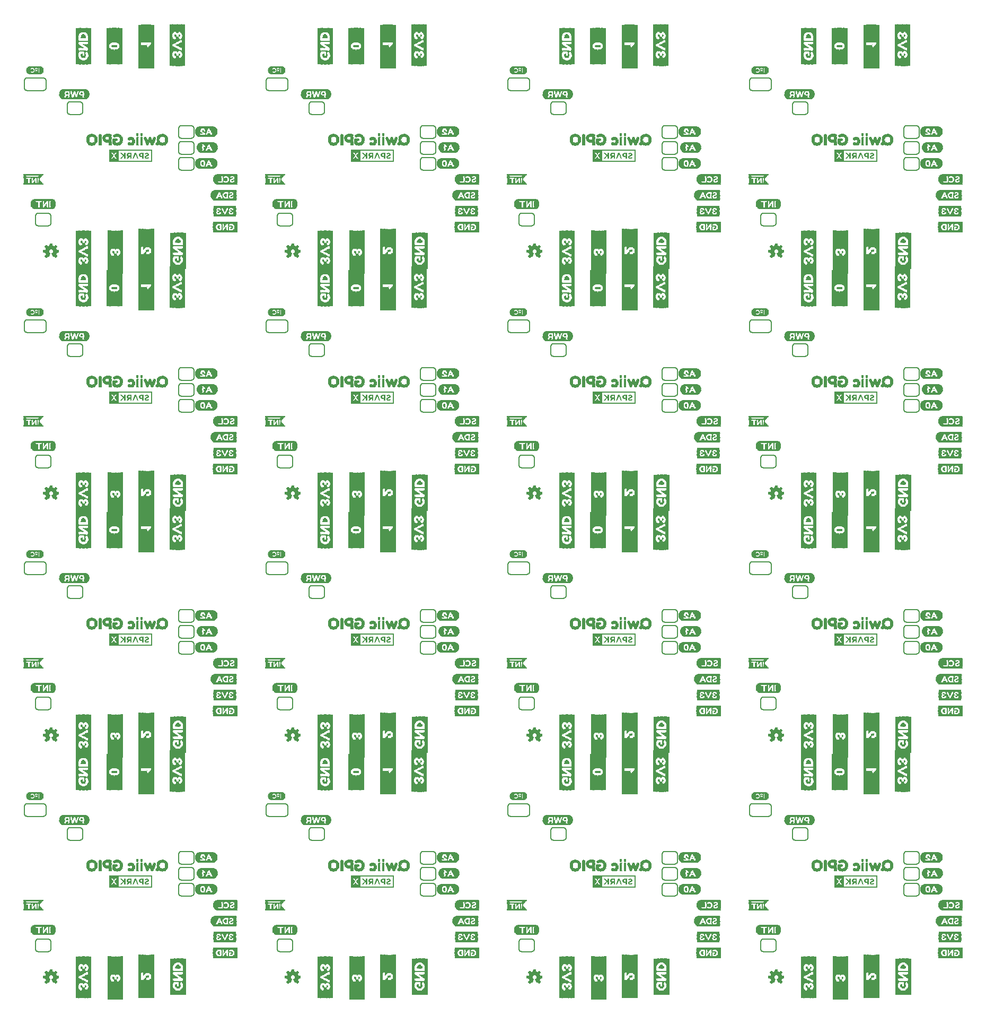
<source format=gbo>
G04 EAGLE Gerber RS-274X export*
G75*
%MOMM*%
%FSLAX34Y34*%
%LPD*%
%INSilkscreen Bottom*%
%IPPOS*%
%AMOC8*
5,1,8,0,0,1.08239X$1,22.5*%
G01*
%ADD10C,0.203200*%
%ADD11R,2.120000X0.040000*%
%ADD12R,2.360000X0.040000*%
%ADD13R,2.520000X0.040000*%
%ADD14R,2.680000X0.040000*%
%ADD15R,2.760000X0.040000*%
%ADD16R,2.840000X0.040000*%
%ADD17R,2.920000X0.040000*%
%ADD18R,3.000000X0.040000*%
%ADD19R,1.160000X0.040000*%
%ADD20R,0.800000X0.040000*%
%ADD21R,0.760000X0.040000*%
%ADD22R,1.120000X0.040000*%
%ADD23R,0.720000X0.040000*%
%ADD24R,0.640000X0.040000*%
%ADD25R,0.600000X0.040000*%
%ADD26R,0.480000X0.040000*%
%ADD27R,0.840000X0.040000*%
%ADD28R,0.440000X0.040000*%
%ADD29R,0.360000X0.040000*%
%ADD30R,0.880000X0.040000*%
%ADD31R,0.320000X0.040000*%
%ADD32R,1.080000X0.040000*%
%ADD33R,0.040000X0.040000*%
%ADD34R,0.520000X0.040000*%
%ADD35R,1.040000X0.040000*%
%ADD36R,0.080000X0.040000*%
%ADD37R,0.120000X0.040000*%
%ADD38R,1.000000X0.040000*%
%ADD39R,0.160000X0.040000*%
%ADD40R,0.960000X0.040000*%
%ADD41R,0.400000X0.040000*%
%ADD42R,0.560000X0.040000*%
%ADD43R,0.280000X0.070000*%
%ADD44R,0.420000X0.070000*%
%ADD45R,0.490000X0.070000*%
%ADD46R,0.630000X0.070000*%
%ADD47R,0.070000X0.070000*%
%ADD48R,0.770000X0.080000*%
%ADD49R,0.420000X0.080000*%
%ADD50R,0.910000X0.080000*%
%ADD51R,0.980000X0.080000*%
%ADD52R,0.350000X0.080000*%
%ADD53R,0.840000X0.080000*%
%ADD54R,1.050000X0.070000*%
%ADD55R,1.190000X0.070000*%
%ADD56R,0.980000X0.070000*%
%ADD57R,1.190000X0.060000*%
%ADD58R,0.420000X0.060000*%
%ADD59R,1.260000X0.060000*%
%ADD60R,0.490000X0.060000*%
%ADD61R,1.330000X0.080000*%
%ADD62R,0.490000X0.080000*%
%ADD63R,1.400000X0.080000*%
%ADD64R,1.470000X0.070000*%
%ADD65R,0.140000X0.070000*%
%ADD66R,1.400000X0.070000*%
%ADD67R,1.540000X0.070000*%
%ADD68R,1.610000X0.070000*%
%ADD69R,0.560000X0.060000*%
%ADD70R,0.630000X0.060000*%
%ADD71R,0.280000X0.060000*%
%ADD72R,0.560000X0.080000*%
%ADD73R,0.280000X0.080000*%
%ADD74R,0.070000X0.080000*%
%ADD75R,0.560000X0.070000*%
%ADD76R,0.840000X0.070000*%
%ADD77R,0.700000X0.070000*%
%ADD78R,1.120000X0.070000*%
%ADD79R,0.350000X0.070000*%
%ADD80R,1.680000X0.080000*%
%ADD81R,0.140000X0.080000*%
%ADD82R,1.330000X0.070000*%
%ADD83R,1.260000X0.070000*%
%ADD84R,0.770000X0.070000*%
%ADD85R,1.820000X0.070000*%
%ADD86R,1.750000X0.060000*%
%ADD87R,1.050000X0.060000*%
%ADD88R,1.330000X0.060000*%
%ADD89R,1.680000X0.070000*%
%ADD90R,0.700000X0.060000*%
%ADD91R,0.350000X0.060000*%
%ADD92R,0.210000X0.070000*%
%ADD93R,2.600000X0.040000*%
%ADD94R,3.080000X0.040000*%
%ADD95R,3.160000X0.040000*%
%ADD96R,2.080000X0.040000*%
%ADD97R,0.680000X0.040000*%
%ADD98R,0.920000X0.040000*%
%ADD99R,0.200000X0.040000*%
%ADD100R,0.240000X0.040000*%
%ADD101R,0.280000X0.040000*%
%ADD102R,2.440000X0.040000*%
%ADD103R,2.800000X0.040000*%
%ADD104R,1.830000X0.030000*%
%ADD105R,2.010000X0.030000*%
%ADD106R,2.130000X0.020000*%
%ADD107R,2.250000X0.040000*%
%ADD108R,2.310000X0.030000*%
%ADD109R,2.370000X0.030000*%
%ADD110R,2.430000X0.020000*%
%ADD111R,0.930000X0.030000*%
%ADD112R,0.540000X0.030000*%
%ADD113R,0.750000X0.030000*%
%ADD114R,0.570000X0.040000*%
%ADD115R,0.150000X0.040000*%
%ADD116R,0.390000X0.040000*%
%ADD117R,0.660000X0.040000*%
%ADD118R,0.570000X0.030000*%
%ADD119R,0.120000X0.030000*%
%ADD120R,0.300000X0.030000*%
%ADD121R,0.600000X0.030000*%
%ADD122R,0.240000X0.030000*%
%ADD123R,0.090000X0.030000*%
%ADD124R,0.210000X0.030000*%
%ADD125R,0.630000X0.040000*%
%ADD126R,0.090000X0.040000*%
%ADD127R,0.060000X0.040000*%
%ADD128R,0.630000X0.030000*%
%ADD129R,0.660000X0.030000*%
%ADD130R,0.270000X0.030000*%
%ADD131R,0.720000X0.030000*%
%ADD132R,1.110000X0.030000*%
%ADD133R,0.150000X0.030000*%
%ADD134R,1.140000X0.030000*%
%ADD135R,0.180000X0.040000*%
%ADD136R,1.140000X0.040000*%
%ADD137R,0.060000X0.030000*%
%ADD138R,0.030000X0.030000*%
%ADD139R,0.030000X0.040000*%
%ADD140R,1.110000X0.040000*%
%ADD141R,1.080000X0.030000*%
%ADD142R,0.690000X0.030000*%
%ADD143R,0.780000X0.040000*%
%ADD144R,0.870000X0.030000*%
%ADD145R,2.430000X0.030000*%
%ADD146R,2.250000X0.030000*%
%ADD147R,2.130000X0.030000*%
%ADD148R,3.280000X0.040000*%
%ADD149R,3.400000X0.040000*%
%ADD150R,3.480000X0.040000*%
%ADD151R,3.560000X0.040000*%
%ADD152R,3.600000X0.040000*%
%ADD153R,3.640000X0.040000*%
%ADD154R,3.680000X0.040000*%
%ADD155R,1.800000X0.040000*%
%ADD156R,1.240000X0.040000*%
%ADD157R,1.280000X0.040000*%
%ADD158R,1.320000X0.040000*%
%ADD159R,3.720000X0.040000*%
%ADD160R,3.800000X0.040000*%
%ADD161R,3.840000X0.040000*%
%ADD162R,3.880000X0.040000*%
%ADD163R,3.920000X0.040000*%
%ADD164R,3.040000X0.040000*%
%ADD165R,3.240000X0.040000*%
%ADD166R,3.200000X0.040000*%
%ADD167R,3.120000X0.040000*%
%ADD168R,2.720000X0.040000*%
%ADD169R,1.200000X0.040000*%
%ADD170R,4.040000X0.040000*%
%ADD171R,4.200000X0.040000*%
%ADD172R,4.280000X0.040000*%
%ADD173R,4.360000X0.040000*%
%ADD174R,4.440000X0.040000*%
%ADD175R,1.680000X0.040000*%
%ADD176R,1.720000X0.040000*%
%ADD177R,0.060000X5.820000*%
%ADD178R,0.060000X2.760000*%
%ADD179R,0.060000X2.640000*%
%ADD180R,0.060000X2.520000*%
%ADD181R,0.060000X2.460000*%
%ADD182R,0.060000X2.400000*%
%ADD183R,0.060000X2.340000*%
%ADD184R,0.060000X0.300000*%
%ADD185R,0.060000X0.420000*%
%ADD186R,0.060000X2.280000*%
%ADD187R,0.060000X0.180000*%
%ADD188R,0.060000X2.580000*%
%ADD189R,0.060000X6.900000*%
%ADD190R,0.060000X3.300000*%
%ADD191R,0.060000X3.360000*%
%ADD192R,0.060000X3.120000*%
%ADD193R,0.060000X3.180000*%
%ADD194R,0.060000X3.060000*%
%ADD195R,0.060000X3.000000*%
%ADD196R,0.060000X2.940000*%
%ADD197R,0.060000X2.880000*%
%ADD198R,0.060000X0.360000*%
%ADD199R,0.060000X2.820000*%
%ADD200R,0.060000X3.480000*%
%ADD201R,0.060000X3.420000*%
%ADD202R,0.060000X3.240000*%
%ADD203R,0.060000X0.120000*%
%ADD204R,0.060000X3.540000*%
%ADD205R,0.060000X0.480000*%
%ADD206R,0.060000X7.020000*%
%ADD207R,0.060000X3.840000*%
%ADD208R,0.060000X3.780000*%
%ADD209R,0.060000X3.720000*%
%ADD210R,0.060000X3.600000*%
%ADD211R,0.060000X0.060000*%
%ADD212R,0.060000X1.260000*%
%ADD213R,0.060000X4.200000*%
%ADD214R,0.060000X1.140000*%
%ADD215R,0.060000X0.720000*%
%ADD216R,0.060000X0.240000*%
%ADD217R,0.060000X1.020000*%
%ADD218R,0.060000X0.600000*%
%ADD219R,0.060000X0.960000*%
%ADD220R,0.060000X0.540000*%
%ADD221R,0.060000X0.840000*%
%ADD222R,0.060000X0.900000*%
%ADD223R,0.060000X0.780000*%
%ADD224R,0.060000X1.080000*%
%ADD225R,0.060000X0.660000*%
%ADD226R,0.060000X1.200000*%
%ADD227R,0.060000X6.660000*%
%ADD228R,0.060000X1.680000*%
%ADD229R,0.060000X2.700000*%
%ADD230R,0.060000X1.500000*%
%ADD231R,0.060000X1.440000*%
%ADD232R,0.060000X1.380000*%
%ADD233R,0.060000X1.320000*%
%ADD234R,0.060000X1.920000*%
%ADD235R,0.060000X1.560000*%

G36*
X996997Y1326535D02*
X996997Y1326535D01*
X996992Y1326543D01*
X996999Y1326549D01*
X996999Y1345531D01*
X996963Y1345579D01*
X996956Y1345573D01*
X996950Y1345581D01*
X928370Y1345581D01*
X928323Y1345545D01*
X928328Y1345537D01*
X928321Y1345531D01*
X928321Y1326549D01*
X928357Y1326501D01*
X928364Y1326507D01*
X928370Y1326499D01*
X996950Y1326499D01*
X996997Y1326535D01*
G37*
G36*
X224837Y1326535D02*
X224837Y1326535D01*
X224832Y1326543D01*
X224839Y1326549D01*
X224839Y1345531D01*
X224803Y1345579D01*
X224796Y1345573D01*
X224790Y1345581D01*
X156210Y1345581D01*
X156163Y1345545D01*
X156168Y1345537D01*
X156161Y1345531D01*
X156161Y1326549D01*
X156197Y1326501D01*
X156204Y1326507D01*
X156210Y1326499D01*
X224790Y1326499D01*
X224837Y1326535D01*
G37*
G36*
X1383077Y1326535D02*
X1383077Y1326535D01*
X1383072Y1326543D01*
X1383079Y1326549D01*
X1383079Y1345531D01*
X1383043Y1345579D01*
X1383036Y1345573D01*
X1383030Y1345581D01*
X1314450Y1345581D01*
X1314403Y1345545D01*
X1314408Y1345537D01*
X1314401Y1345531D01*
X1314401Y1326549D01*
X1314437Y1326501D01*
X1314444Y1326507D01*
X1314450Y1326499D01*
X1383030Y1326499D01*
X1383077Y1326535D01*
G37*
G36*
X610917Y1326535D02*
X610917Y1326535D01*
X610912Y1326543D01*
X610919Y1326549D01*
X610919Y1345531D01*
X610883Y1345579D01*
X610876Y1345573D01*
X610870Y1345581D01*
X542290Y1345581D01*
X542243Y1345545D01*
X542248Y1345537D01*
X542241Y1345531D01*
X542241Y1326549D01*
X542277Y1326501D01*
X542284Y1326507D01*
X542290Y1326499D01*
X610870Y1326499D01*
X610917Y1326535D01*
G37*
G36*
X610917Y940455D02*
X610917Y940455D01*
X610912Y940463D01*
X610919Y940469D01*
X610919Y959451D01*
X610883Y959499D01*
X610876Y959493D01*
X610870Y959501D01*
X542290Y959501D01*
X542243Y959465D01*
X542248Y959457D01*
X542241Y959451D01*
X542241Y940469D01*
X542277Y940421D01*
X542284Y940427D01*
X542290Y940419D01*
X610870Y940419D01*
X610917Y940455D01*
G37*
G36*
X996997Y940455D02*
X996997Y940455D01*
X996992Y940463D01*
X996999Y940469D01*
X996999Y959451D01*
X996963Y959499D01*
X996956Y959493D01*
X996950Y959501D01*
X928370Y959501D01*
X928323Y959465D01*
X928328Y959457D01*
X928321Y959451D01*
X928321Y940469D01*
X928357Y940421D01*
X928364Y940427D01*
X928370Y940419D01*
X996950Y940419D01*
X996997Y940455D01*
G37*
G36*
X224837Y554375D02*
X224837Y554375D01*
X224832Y554383D01*
X224839Y554389D01*
X224839Y573371D01*
X224803Y573419D01*
X224796Y573413D01*
X224790Y573421D01*
X156210Y573421D01*
X156163Y573385D01*
X156168Y573377D01*
X156161Y573371D01*
X156161Y554389D01*
X156197Y554341D01*
X156204Y554347D01*
X156210Y554339D01*
X224790Y554339D01*
X224837Y554375D01*
G37*
G36*
X610917Y554375D02*
X610917Y554375D01*
X610912Y554383D01*
X610919Y554389D01*
X610919Y573371D01*
X610883Y573419D01*
X610876Y573413D01*
X610870Y573421D01*
X542290Y573421D01*
X542243Y573385D01*
X542248Y573377D01*
X542241Y573371D01*
X542241Y554389D01*
X542277Y554341D01*
X542284Y554347D01*
X542290Y554339D01*
X610870Y554339D01*
X610917Y554375D01*
G37*
G36*
X996997Y554375D02*
X996997Y554375D01*
X996992Y554383D01*
X996999Y554389D01*
X996999Y573371D01*
X996963Y573419D01*
X996956Y573413D01*
X996950Y573421D01*
X928370Y573421D01*
X928323Y573385D01*
X928328Y573377D01*
X928321Y573371D01*
X928321Y554389D01*
X928357Y554341D01*
X928364Y554347D01*
X928370Y554339D01*
X996950Y554339D01*
X996997Y554375D01*
G37*
G36*
X1383077Y940455D02*
X1383077Y940455D01*
X1383072Y940463D01*
X1383079Y940469D01*
X1383079Y959451D01*
X1383043Y959499D01*
X1383036Y959493D01*
X1383030Y959501D01*
X1314450Y959501D01*
X1314403Y959465D01*
X1314408Y959457D01*
X1314401Y959451D01*
X1314401Y940469D01*
X1314437Y940421D01*
X1314444Y940427D01*
X1314450Y940419D01*
X1383030Y940419D01*
X1383077Y940455D01*
G37*
G36*
X224837Y940455D02*
X224837Y940455D01*
X224832Y940463D01*
X224839Y940469D01*
X224839Y959451D01*
X224803Y959499D01*
X224796Y959493D01*
X224790Y959501D01*
X156210Y959501D01*
X156163Y959465D01*
X156168Y959457D01*
X156161Y959451D01*
X156161Y940469D01*
X156197Y940421D01*
X156204Y940427D01*
X156210Y940419D01*
X224790Y940419D01*
X224837Y940455D01*
G37*
G36*
X1383077Y554375D02*
X1383077Y554375D01*
X1383072Y554383D01*
X1383079Y554389D01*
X1383079Y573371D01*
X1383043Y573419D01*
X1383036Y573413D01*
X1383030Y573421D01*
X1314450Y573421D01*
X1314403Y573385D01*
X1314408Y573377D01*
X1314401Y573371D01*
X1314401Y554389D01*
X1314437Y554341D01*
X1314444Y554347D01*
X1314450Y554339D01*
X1383030Y554339D01*
X1383077Y554375D01*
G37*
G36*
X996997Y168295D02*
X996997Y168295D01*
X996992Y168303D01*
X996999Y168309D01*
X996999Y187291D01*
X996963Y187339D01*
X996956Y187333D01*
X996950Y187341D01*
X928370Y187341D01*
X928323Y187305D01*
X928328Y187297D01*
X928321Y187291D01*
X928321Y168309D01*
X928357Y168261D01*
X928364Y168267D01*
X928370Y168259D01*
X996950Y168259D01*
X996997Y168295D01*
G37*
G36*
X156197Y168261D02*
X156197Y168261D01*
X156204Y168267D01*
X156210Y168259D01*
X224790Y168259D01*
X224837Y168295D01*
X224832Y168303D01*
X224839Y168309D01*
X224839Y187291D01*
X224803Y187339D01*
X224796Y187333D01*
X224790Y187341D01*
X156210Y187341D01*
X156163Y187305D01*
X156168Y187297D01*
X156161Y187291D01*
X156161Y168309D01*
X156197Y168261D01*
G37*
G36*
X1383077Y168295D02*
X1383077Y168295D01*
X1383072Y168303D01*
X1383079Y168309D01*
X1383079Y187291D01*
X1383043Y187339D01*
X1383036Y187333D01*
X1383030Y187341D01*
X1314450Y187341D01*
X1314403Y187305D01*
X1314408Y187297D01*
X1314401Y187291D01*
X1314401Y168309D01*
X1314437Y168261D01*
X1314444Y168267D01*
X1314450Y168259D01*
X1383030Y168259D01*
X1383077Y168295D01*
G37*
G36*
X610917Y168295D02*
X610917Y168295D01*
X610912Y168303D01*
X610919Y168309D01*
X610919Y187291D01*
X610883Y187339D01*
X610876Y187333D01*
X610870Y187341D01*
X542290Y187341D01*
X542243Y187305D01*
X542248Y187297D01*
X542241Y187291D01*
X542241Y168309D01*
X542277Y168261D01*
X542284Y168267D01*
X542290Y168259D01*
X610870Y168259D01*
X610917Y168295D01*
G37*
%LPC*%
G36*
X943740Y942280D02*
X943740Y942280D01*
X943740Y957640D01*
X995138Y957640D01*
X995138Y942280D01*
X943740Y942280D01*
G37*
%LPD*%
%LPC*%
G36*
X557660Y942280D02*
X557660Y942280D01*
X557660Y957640D01*
X609058Y957640D01*
X609058Y942280D01*
X557660Y942280D01*
G37*
%LPD*%
%LPC*%
G36*
X171580Y942280D02*
X171580Y942280D01*
X171580Y957640D01*
X222978Y957640D01*
X222978Y942280D01*
X171580Y942280D01*
G37*
%LPD*%
%LPC*%
G36*
X557660Y556200D02*
X557660Y556200D01*
X557660Y571560D01*
X609058Y571560D01*
X609058Y556200D01*
X557660Y556200D01*
G37*
%LPD*%
%LPC*%
G36*
X1329820Y556200D02*
X1329820Y556200D01*
X1329820Y571560D01*
X1381218Y571560D01*
X1381218Y556200D01*
X1329820Y556200D01*
G37*
%LPD*%
%LPC*%
G36*
X943740Y556200D02*
X943740Y556200D01*
X943740Y571560D01*
X995138Y571560D01*
X995138Y556200D01*
X943740Y556200D01*
G37*
%LPD*%
%LPC*%
G36*
X171580Y556200D02*
X171580Y556200D01*
X171580Y571560D01*
X222978Y571560D01*
X222978Y556200D01*
X171580Y556200D01*
G37*
%LPD*%
%LPC*%
G36*
X222978Y185480D02*
X222978Y185480D01*
X222978Y170120D01*
X171580Y170120D01*
X171580Y185480D01*
X222978Y185480D01*
G37*
%LPD*%
%LPC*%
G36*
X557660Y170120D02*
X557660Y170120D01*
X557660Y185480D01*
X609058Y185480D01*
X609058Y170120D01*
X557660Y170120D01*
G37*
%LPD*%
%LPC*%
G36*
X171580Y1328360D02*
X171580Y1328360D01*
X171580Y1343720D01*
X222978Y1343720D01*
X222978Y1328360D01*
X171580Y1328360D01*
G37*
%LPD*%
%LPC*%
G36*
X1329820Y170120D02*
X1329820Y170120D01*
X1329820Y185480D01*
X1381218Y185480D01*
X1381218Y170120D01*
X1329820Y170120D01*
G37*
%LPD*%
%LPC*%
G36*
X943740Y170120D02*
X943740Y170120D01*
X943740Y185480D01*
X995138Y185480D01*
X995138Y170120D01*
X943740Y170120D01*
G37*
%LPD*%
%LPC*%
G36*
X1329820Y1328360D02*
X1329820Y1328360D01*
X1329820Y1343720D01*
X1381218Y1343720D01*
X1381218Y1328360D01*
X1329820Y1328360D01*
G37*
%LPD*%
%LPC*%
G36*
X943740Y1328360D02*
X943740Y1328360D01*
X943740Y1343720D01*
X995138Y1343720D01*
X995138Y1328360D01*
X943740Y1328360D01*
G37*
%LPD*%
%LPC*%
G36*
X557660Y1328360D02*
X557660Y1328360D01*
X557660Y1343720D01*
X609058Y1343720D01*
X609058Y1328360D01*
X557660Y1328360D01*
G37*
%LPD*%
%LPC*%
G36*
X1329820Y942280D02*
X1329820Y942280D01*
X1329820Y957640D01*
X1381218Y957640D01*
X1381218Y942280D01*
X1329820Y942280D01*
G37*
%LPD*%
G36*
X457266Y787268D02*
X457266Y787268D01*
X457332Y787273D01*
X457350Y787284D01*
X457371Y787289D01*
X457456Y787349D01*
X457480Y787363D01*
X457483Y787368D01*
X457488Y787372D01*
X459688Y789672D01*
X459696Y789685D01*
X459709Y789695D01*
X459740Y789759D01*
X459776Y789821D01*
X459777Y789837D01*
X459784Y789851D01*
X459783Y789922D01*
X459789Y789993D01*
X459783Y790008D01*
X459782Y790024D01*
X459725Y790149D01*
X459723Y790153D01*
X459723Y790154D01*
X457855Y792769D01*
X457857Y792780D01*
X457866Y792793D01*
X457877Y792851D01*
X457886Y792872D01*
X457886Y792894D01*
X457892Y792927D01*
X457893Y792932D01*
X457893Y792933D01*
X457893Y792934D01*
X457893Y792944D01*
X457926Y793009D01*
X457982Y793066D01*
X457993Y793084D01*
X458005Y793093D01*
X458013Y793112D01*
X458053Y793164D01*
X458126Y793309D01*
X458182Y793366D01*
X458222Y793430D01*
X458266Y793493D01*
X458268Y793505D01*
X458273Y793513D01*
X458277Y793548D01*
X458293Y793634D01*
X458293Y793683D01*
X458322Y793730D01*
X458366Y793793D01*
X458368Y793805D01*
X458373Y793813D01*
X458377Y793848D01*
X458393Y793934D01*
X458393Y794044D01*
X458426Y794109D01*
X458482Y794166D01*
X458522Y794230D01*
X458566Y794293D01*
X458568Y794305D01*
X458573Y794313D01*
X458577Y794348D01*
X458583Y794381D01*
X458586Y794389D01*
X458586Y794397D01*
X458593Y794434D01*
X458593Y794483D01*
X458622Y794530D01*
X458666Y794593D01*
X458668Y794605D01*
X458673Y794613D01*
X458677Y794648D01*
X458693Y794734D01*
X458693Y794844D01*
X458722Y794902D01*
X461978Y795460D01*
X461996Y795467D01*
X462015Y795468D01*
X462075Y795501D01*
X462137Y795527D01*
X462150Y795542D01*
X462167Y795551D01*
X462206Y795607D01*
X462250Y795658D01*
X462255Y795677D01*
X462266Y795693D01*
X462288Y795804D01*
X462293Y795826D01*
X462292Y795830D01*
X462293Y795834D01*
X462293Y799034D01*
X462289Y799053D01*
X462291Y799072D01*
X462280Y799106D01*
X462279Y799113D01*
X462274Y799123D01*
X462269Y799136D01*
X462254Y799202D01*
X462241Y799217D01*
X462235Y799235D01*
X462187Y799283D01*
X462144Y799336D01*
X462126Y799343D01*
X462112Y799357D01*
X462006Y799397D01*
X461986Y799406D01*
X461982Y799406D01*
X461978Y799408D01*
X458766Y799958D01*
X458755Y799997D01*
X458754Y800002D01*
X458753Y800003D01*
X458693Y800123D01*
X458693Y800134D01*
X458690Y800149D01*
X458692Y800165D01*
X458672Y800235D01*
X458672Y800250D01*
X458664Y800264D01*
X458655Y800297D01*
X458654Y800302D01*
X458653Y800303D01*
X458593Y800423D01*
X458593Y800434D01*
X458590Y800449D01*
X458592Y800465D01*
X458555Y800597D01*
X458554Y800602D01*
X458553Y800603D01*
X458393Y800923D01*
X458393Y800934D01*
X458390Y800949D01*
X458392Y800965D01*
X458355Y801097D01*
X458354Y801102D01*
X458353Y801103D01*
X458253Y801303D01*
X458230Y801331D01*
X458193Y801385D01*
X458193Y801434D01*
X458176Y801508D01*
X458162Y801583D01*
X458156Y801593D01*
X458154Y801602D01*
X458131Y801630D01*
X458082Y801702D01*
X458026Y801758D01*
X457953Y801903D01*
X457930Y801931D01*
X457893Y801985D01*
X457893Y802034D01*
X457876Y802108D01*
X457872Y802130D01*
X459726Y804818D01*
X459732Y804834D01*
X459744Y804847D01*
X459764Y804914D01*
X459789Y804979D01*
X459788Y804997D01*
X459793Y805013D01*
X459780Y805082D01*
X459774Y805152D01*
X459765Y805166D01*
X459762Y805183D01*
X459691Y805289D01*
X459684Y805300D01*
X459683Y805300D01*
X459682Y805302D01*
X457482Y807502D01*
X457468Y807511D01*
X457457Y807525D01*
X457395Y807556D01*
X457335Y807593D01*
X457318Y807595D01*
X457303Y807602D01*
X457233Y807603D01*
X457163Y807609D01*
X457147Y807603D01*
X457130Y807603D01*
X457012Y807552D01*
X457001Y807548D01*
X457000Y807547D01*
X456999Y807546D01*
X454300Y805684D01*
X454282Y805702D01*
X454217Y805742D01*
X454155Y805786D01*
X454143Y805788D01*
X454135Y805793D01*
X454100Y805796D01*
X454014Y805813D01*
X453964Y805813D01*
X453952Y805821D01*
X453884Y805873D01*
X453739Y805945D01*
X453682Y806002D01*
X453617Y806042D01*
X453555Y806086D01*
X453543Y806088D01*
X453535Y806093D01*
X453500Y806096D01*
X453414Y806113D01*
X453364Y806113D01*
X453352Y806121D01*
X453284Y806173D01*
X453084Y806273D01*
X453068Y806277D01*
X453055Y806286D01*
X452921Y806312D01*
X452915Y806313D01*
X452914Y806313D01*
X452904Y806313D01*
X452784Y806373D01*
X452768Y806377D01*
X452755Y806386D01*
X452621Y806412D01*
X452615Y806413D01*
X452614Y806413D01*
X452564Y806413D01*
X452517Y806442D01*
X452455Y806486D01*
X452443Y806488D01*
X452435Y806493D01*
X452400Y806496D01*
X452314Y806513D01*
X452204Y806513D01*
X452146Y806542D01*
X451588Y809798D01*
X451580Y809816D01*
X451579Y809835D01*
X451547Y809894D01*
X451520Y809957D01*
X451506Y809970D01*
X451496Y809987D01*
X451441Y810026D01*
X451389Y810070D01*
X451370Y810075D01*
X451355Y810086D01*
X451244Y810107D01*
X451222Y810113D01*
X451218Y810112D01*
X451214Y810113D01*
X448014Y810113D01*
X447995Y810109D01*
X447976Y810111D01*
X447912Y810089D01*
X447846Y810073D01*
X447831Y810061D01*
X447812Y810055D01*
X447765Y810007D01*
X447712Y809963D01*
X447704Y809946D01*
X447691Y809932D01*
X447651Y809826D01*
X447642Y809805D01*
X447642Y809802D01*
X447640Y809798D01*
X447090Y806586D01*
X447051Y806575D01*
X447046Y806573D01*
X447045Y806573D01*
X447044Y806573D01*
X446924Y806513D01*
X446914Y806513D01*
X446898Y806509D01*
X446882Y806512D01*
X446751Y806475D01*
X446746Y806473D01*
X446745Y806473D01*
X446744Y806473D01*
X446624Y806413D01*
X446614Y806413D01*
X446598Y806409D01*
X446582Y806412D01*
X446451Y806375D01*
X446446Y806373D01*
X446445Y806373D01*
X446444Y806373D01*
X446324Y806313D01*
X446214Y806313D01*
X446140Y806296D01*
X446064Y806282D01*
X446055Y806276D01*
X446046Y806273D01*
X446018Y806251D01*
X445946Y806202D01*
X445889Y806145D01*
X445824Y806113D01*
X445814Y806113D01*
X445798Y806109D01*
X445782Y806112D01*
X445651Y806075D01*
X445646Y806073D01*
X445645Y806073D01*
X445644Y806073D01*
X445444Y805973D01*
X445417Y805950D01*
X445346Y805902D01*
X445289Y805845D01*
X445224Y805813D01*
X445214Y805813D01*
X445198Y805809D01*
X445182Y805812D01*
X445051Y805775D01*
X445046Y805773D01*
X445045Y805773D01*
X445044Y805773D01*
X444903Y805702D01*
X442229Y807546D01*
X442217Y807551D01*
X442208Y807560D01*
X442137Y807582D01*
X442068Y807609D01*
X442055Y807608D01*
X442043Y807612D01*
X441970Y807600D01*
X441896Y807594D01*
X441885Y807587D01*
X441872Y807585D01*
X441752Y807508D01*
X439452Y805308D01*
X439438Y805286D01*
X439418Y805270D01*
X439391Y805214D01*
X439357Y805163D01*
X439354Y805137D01*
X439343Y805114D01*
X439344Y805052D01*
X439337Y804991D01*
X439346Y804967D01*
X439346Y804941D01*
X439384Y804861D01*
X439395Y804828D01*
X439402Y804822D01*
X439407Y804811D01*
X441342Y802138D01*
X441302Y802058D01*
X441246Y802002D01*
X441206Y801937D01*
X441162Y801874D01*
X441160Y801863D01*
X441155Y801855D01*
X441151Y801820D01*
X441135Y801734D01*
X441135Y801684D01*
X441127Y801671D01*
X441075Y801603D01*
X441002Y801458D01*
X440946Y801402D01*
X440906Y801337D01*
X440862Y801274D01*
X440860Y801263D01*
X440855Y801255D01*
X440851Y801220D01*
X440835Y801134D01*
X440835Y801084D01*
X440806Y801037D01*
X440762Y800974D01*
X440760Y800963D01*
X440755Y800955D01*
X440751Y800920D01*
X440735Y800834D01*
X440735Y800723D01*
X440702Y800658D01*
X440646Y800602D01*
X440606Y800537D01*
X440562Y800474D01*
X440560Y800463D01*
X440555Y800455D01*
X440551Y800420D01*
X440535Y800334D01*
X440535Y800284D01*
X440506Y800237D01*
X440462Y800174D01*
X440460Y800163D01*
X440455Y800155D01*
X440451Y800120D01*
X440435Y800034D01*
X440435Y799955D01*
X437152Y799408D01*
X437133Y799400D01*
X437113Y799399D01*
X437054Y799367D01*
X436992Y799341D01*
X436979Y799326D01*
X436961Y799316D01*
X436923Y799261D01*
X436879Y799211D01*
X436873Y799191D01*
X436862Y799174D01*
X436846Y799093D01*
X436842Y799083D01*
X436842Y799072D01*
X436841Y799068D01*
X436835Y799043D01*
X436836Y799039D01*
X436835Y799034D01*
X436835Y795834D01*
X436839Y795815D01*
X436837Y795796D01*
X436859Y795731D01*
X436874Y795665D01*
X436887Y795650D01*
X436893Y795632D01*
X436941Y795584D01*
X436984Y795532D01*
X437002Y795524D01*
X437016Y795510D01*
X437122Y795470D01*
X437142Y795461D01*
X437146Y795461D01*
X437150Y795460D01*
X440438Y794896D01*
X440473Y794771D01*
X440474Y794765D01*
X440475Y794765D01*
X440475Y794764D01*
X440535Y794644D01*
X440535Y794634D01*
X440538Y794618D01*
X440536Y794602D01*
X440573Y794471D01*
X440574Y794465D01*
X440575Y794465D01*
X440575Y794464D01*
X440635Y794344D01*
X440635Y794334D01*
X440638Y794318D01*
X440636Y794302D01*
X440673Y794171D01*
X440674Y794165D01*
X440675Y794165D01*
X440675Y794164D01*
X440835Y793844D01*
X440835Y793834D01*
X440838Y793818D01*
X440836Y793802D01*
X440873Y793671D01*
X440874Y793665D01*
X440875Y793665D01*
X440875Y793664D01*
X440975Y793464D01*
X440998Y793436D01*
X441046Y793366D01*
X441102Y793309D01*
X441135Y793244D01*
X441135Y793234D01*
X441138Y793218D01*
X441136Y793202D01*
X441173Y793071D01*
X441174Y793065D01*
X441175Y793065D01*
X441175Y793064D01*
X441275Y792864D01*
X441298Y792836D01*
X441346Y792766D01*
X441356Y792755D01*
X439411Y790161D01*
X439401Y790139D01*
X439384Y790120D01*
X439366Y790060D01*
X439341Y790003D01*
X439342Y789978D01*
X439335Y789954D01*
X439346Y789893D01*
X439349Y789830D01*
X439361Y789808D01*
X439366Y789784D01*
X439417Y789709D01*
X439433Y789679D01*
X439440Y789674D01*
X439446Y789666D01*
X441746Y787366D01*
X441760Y787357D01*
X441771Y787343D01*
X441833Y787311D01*
X441893Y787274D01*
X441910Y787273D01*
X441925Y787265D01*
X441996Y787265D01*
X442065Y787258D01*
X442081Y787264D01*
X442098Y787264D01*
X442216Y787316D01*
X442227Y787320D01*
X442228Y787321D01*
X442229Y787321D01*
X444928Y789183D01*
X444946Y789166D01*
X445011Y789125D01*
X445073Y789081D01*
X445085Y789079D01*
X445093Y789074D01*
X445128Y789071D01*
X445143Y789068D01*
X445146Y789066D01*
X445211Y789025D01*
X445273Y788981D01*
X445285Y788979D01*
X445293Y788974D01*
X445328Y788971D01*
X445414Y788954D01*
X445464Y788954D01*
X445511Y788925D01*
X445573Y788881D01*
X445585Y788879D01*
X445593Y788874D01*
X445628Y788871D01*
X445643Y788868D01*
X445646Y788866D01*
X445711Y788825D01*
X445773Y788781D01*
X445785Y788779D01*
X445793Y788774D01*
X445828Y788771D01*
X445843Y788768D01*
X445846Y788766D01*
X445911Y788725D01*
X445973Y788681D01*
X445985Y788679D01*
X445993Y788674D01*
X446028Y788671D01*
X446057Y788665D01*
X446084Y788632D01*
X446103Y788624D01*
X446118Y788609D01*
X446181Y788589D01*
X446242Y788561D01*
X446263Y788562D01*
X446282Y788556D01*
X446348Y788566D01*
X446415Y788568D01*
X446433Y788578D01*
X446453Y788581D01*
X446508Y788619D01*
X446567Y788651D01*
X446579Y788668D01*
X446595Y788680D01*
X446652Y788772D01*
X446666Y788793D01*
X446667Y788798D01*
X446670Y788802D01*
X448670Y794202D01*
X448674Y794233D01*
X448686Y794261D01*
X448684Y794317D01*
X448691Y794374D01*
X448681Y794403D01*
X448680Y794434D01*
X448653Y794484D01*
X448634Y794537D01*
X448612Y794559D01*
X448597Y794586D01*
X448537Y794632D01*
X448510Y794658D01*
X448497Y794662D01*
X448484Y794673D01*
X447939Y794945D01*
X447782Y795102D01*
X447752Y795121D01*
X447684Y795173D01*
X447539Y795245D01*
X447226Y795558D01*
X447153Y795703D01*
X447130Y795731D01*
X447082Y795802D01*
X446926Y795958D01*
X446865Y796079D01*
X446774Y796354D01*
X446762Y796373D01*
X446753Y796403D01*
X446693Y796523D01*
X446693Y796634D01*
X446685Y796669D01*
X446674Y796754D01*
X446593Y796995D01*
X446593Y797772D01*
X446674Y798014D01*
X446677Y798050D01*
X446693Y798134D01*
X446693Y798319D01*
X446830Y798523D01*
X446843Y798558D01*
X446874Y798614D01*
X446958Y798866D01*
X447309Y799392D01*
X447656Y799739D01*
X448182Y800090D01*
X448434Y800174D01*
X448452Y800185D01*
X448466Y800188D01*
X448479Y800199D01*
X448524Y800218D01*
X448729Y800354D01*
X448914Y800354D01*
X448949Y800363D01*
X449034Y800374D01*
X449276Y800454D01*
X449867Y800454D01*
X450222Y800366D01*
X450258Y800365D01*
X450314Y800354D01*
X450499Y800354D01*
X450704Y800218D01*
X450739Y800205D01*
X450788Y800177D01*
X450790Y800176D01*
X450791Y800176D01*
X450794Y800174D01*
X451046Y800090D01*
X451273Y799939D01*
X451446Y799766D01*
X451472Y799749D01*
X451504Y799718D01*
X451773Y799539D01*
X451919Y799392D01*
X452270Y798866D01*
X452635Y797772D01*
X452635Y797295D01*
X452554Y797054D01*
X452551Y797018D01*
X452535Y796934D01*
X452535Y796723D01*
X452375Y796403D01*
X452369Y796381D01*
X452354Y796354D01*
X452263Y796079D01*
X452102Y795758D01*
X451946Y795602D01*
X451927Y795571D01*
X451875Y795503D01*
X451802Y795358D01*
X451689Y795245D01*
X451544Y795173D01*
X451517Y795150D01*
X451446Y795102D01*
X451289Y794945D01*
X450968Y794785D01*
X450694Y794693D01*
X450645Y794663D01*
X450592Y794641D01*
X450572Y794619D01*
X450547Y794603D01*
X450516Y794554D01*
X450479Y794511D01*
X450471Y794482D01*
X450455Y794456D01*
X450449Y794399D01*
X450435Y794343D01*
X450441Y794309D01*
X450438Y794284D01*
X450450Y794252D01*
X450458Y794202D01*
X452458Y788802D01*
X452484Y788764D01*
X452500Y788721D01*
X452531Y788693D01*
X452554Y788658D01*
X452594Y788635D01*
X452627Y788604D01*
X452667Y788592D01*
X452704Y788571D01*
X452749Y788568D01*
X452793Y788555D01*
X452834Y788562D01*
X452876Y788560D01*
X452919Y788577D01*
X452964Y788585D01*
X453005Y788613D01*
X453036Y788626D01*
X453053Y788646D01*
X453066Y788654D01*
X453114Y788654D01*
X453188Y788672D01*
X453264Y788685D01*
X453273Y788692D01*
X453282Y788694D01*
X453310Y788717D01*
X453382Y788766D01*
X453389Y788772D01*
X453464Y788785D01*
X453473Y788792D01*
X453482Y788794D01*
X453510Y788817D01*
X453582Y788866D01*
X453589Y788872D01*
X453664Y788885D01*
X453673Y788892D01*
X453682Y788894D01*
X453710Y788917D01*
X453782Y788966D01*
X453789Y788972D01*
X453864Y788985D01*
X453873Y788992D01*
X453882Y788994D01*
X453910Y789017D01*
X453982Y789066D01*
X453989Y789072D01*
X454064Y789085D01*
X454073Y789092D01*
X454082Y789094D01*
X454110Y789117D01*
X454182Y789166D01*
X454189Y789172D01*
X454264Y789185D01*
X454273Y789192D01*
X454282Y789194D01*
X454283Y789194D01*
X456999Y787321D01*
X457019Y787314D01*
X457035Y787300D01*
X457098Y787282D01*
X457160Y787258D01*
X457181Y787260D01*
X457202Y787255D01*
X457266Y787268D01*
G37*
G36*
X71186Y787268D02*
X71186Y787268D01*
X71252Y787273D01*
X71270Y787284D01*
X71291Y787289D01*
X71376Y787349D01*
X71400Y787363D01*
X71403Y787368D01*
X71408Y787372D01*
X73608Y789672D01*
X73616Y789685D01*
X73629Y789695D01*
X73660Y789759D01*
X73696Y789821D01*
X73697Y789837D01*
X73704Y789851D01*
X73703Y789922D01*
X73709Y789993D01*
X73703Y790008D01*
X73702Y790024D01*
X73645Y790149D01*
X73643Y790153D01*
X73643Y790154D01*
X71775Y792769D01*
X71777Y792780D01*
X71786Y792793D01*
X71797Y792851D01*
X71806Y792872D01*
X71806Y792894D01*
X71812Y792927D01*
X71813Y792932D01*
X71813Y792933D01*
X71813Y792934D01*
X71813Y792944D01*
X71846Y793009D01*
X71902Y793066D01*
X71913Y793084D01*
X71925Y793093D01*
X71933Y793112D01*
X71973Y793164D01*
X72046Y793309D01*
X72102Y793366D01*
X72142Y793430D01*
X72186Y793493D01*
X72188Y793505D01*
X72193Y793513D01*
X72197Y793548D01*
X72213Y793634D01*
X72213Y793683D01*
X72242Y793730D01*
X72286Y793793D01*
X72288Y793805D01*
X72293Y793813D01*
X72297Y793848D01*
X72313Y793934D01*
X72313Y794044D01*
X72346Y794109D01*
X72402Y794166D01*
X72442Y794230D01*
X72486Y794293D01*
X72488Y794305D01*
X72493Y794313D01*
X72497Y794348D01*
X72503Y794381D01*
X72506Y794389D01*
X72506Y794397D01*
X72513Y794434D01*
X72513Y794483D01*
X72542Y794530D01*
X72586Y794593D01*
X72588Y794605D01*
X72593Y794613D01*
X72597Y794648D01*
X72613Y794734D01*
X72613Y794844D01*
X72642Y794902D01*
X75898Y795460D01*
X75916Y795467D01*
X75935Y795468D01*
X75995Y795501D01*
X76057Y795527D01*
X76070Y795542D01*
X76087Y795551D01*
X76126Y795607D01*
X76170Y795658D01*
X76175Y795677D01*
X76186Y795693D01*
X76208Y795804D01*
X76213Y795826D01*
X76212Y795830D01*
X76213Y795834D01*
X76213Y799034D01*
X76209Y799053D01*
X76211Y799072D01*
X76200Y799106D01*
X76199Y799113D01*
X76194Y799123D01*
X76189Y799136D01*
X76174Y799202D01*
X76161Y799217D01*
X76155Y799235D01*
X76107Y799283D01*
X76064Y799336D01*
X76046Y799343D01*
X76032Y799357D01*
X75926Y799397D01*
X75906Y799406D01*
X75902Y799406D01*
X75898Y799408D01*
X72686Y799958D01*
X72675Y799997D01*
X72674Y800002D01*
X72673Y800003D01*
X72613Y800123D01*
X72613Y800134D01*
X72610Y800149D01*
X72612Y800165D01*
X72592Y800235D01*
X72592Y800250D01*
X72584Y800264D01*
X72575Y800297D01*
X72574Y800302D01*
X72573Y800303D01*
X72513Y800423D01*
X72513Y800434D01*
X72510Y800449D01*
X72512Y800465D01*
X72475Y800597D01*
X72474Y800602D01*
X72473Y800603D01*
X72313Y800923D01*
X72313Y800934D01*
X72310Y800949D01*
X72312Y800965D01*
X72275Y801097D01*
X72274Y801102D01*
X72273Y801103D01*
X72173Y801303D01*
X72150Y801331D01*
X72113Y801385D01*
X72113Y801434D01*
X72096Y801508D01*
X72082Y801583D01*
X72076Y801593D01*
X72074Y801602D01*
X72051Y801630D01*
X72002Y801702D01*
X71946Y801758D01*
X71873Y801903D01*
X71850Y801931D01*
X71813Y801985D01*
X71813Y802034D01*
X71796Y802108D01*
X71792Y802130D01*
X73646Y804818D01*
X73652Y804834D01*
X73664Y804847D01*
X73684Y804914D01*
X73709Y804979D01*
X73708Y804997D01*
X73713Y805013D01*
X73700Y805082D01*
X73694Y805152D01*
X73685Y805166D01*
X73682Y805183D01*
X73611Y805289D01*
X73604Y805300D01*
X73603Y805300D01*
X73602Y805302D01*
X71402Y807502D01*
X71388Y807511D01*
X71377Y807525D01*
X71315Y807556D01*
X71255Y807593D01*
X71238Y807595D01*
X71223Y807602D01*
X71153Y807603D01*
X71083Y807609D01*
X71067Y807603D01*
X71050Y807603D01*
X70932Y807552D01*
X70921Y807548D01*
X70920Y807547D01*
X70919Y807546D01*
X68220Y805684D01*
X68202Y805702D01*
X68137Y805742D01*
X68075Y805786D01*
X68063Y805788D01*
X68055Y805793D01*
X68020Y805796D01*
X67934Y805813D01*
X67884Y805813D01*
X67872Y805821D01*
X67804Y805873D01*
X67659Y805945D01*
X67602Y806002D01*
X67537Y806042D01*
X67475Y806086D01*
X67463Y806088D01*
X67455Y806093D01*
X67420Y806096D01*
X67334Y806113D01*
X67284Y806113D01*
X67272Y806121D01*
X67204Y806173D01*
X67004Y806273D01*
X66988Y806277D01*
X66975Y806286D01*
X66841Y806312D01*
X66835Y806313D01*
X66834Y806313D01*
X66824Y806313D01*
X66704Y806373D01*
X66688Y806377D01*
X66675Y806386D01*
X66541Y806412D01*
X66535Y806413D01*
X66534Y806413D01*
X66484Y806413D01*
X66437Y806442D01*
X66375Y806486D01*
X66363Y806488D01*
X66355Y806493D01*
X66320Y806496D01*
X66234Y806513D01*
X66124Y806513D01*
X66066Y806542D01*
X65508Y809798D01*
X65500Y809816D01*
X65499Y809835D01*
X65467Y809894D01*
X65440Y809957D01*
X65426Y809970D01*
X65416Y809987D01*
X65361Y810026D01*
X65309Y810070D01*
X65290Y810075D01*
X65275Y810086D01*
X65164Y810107D01*
X65142Y810113D01*
X65138Y810112D01*
X65134Y810113D01*
X61934Y810113D01*
X61915Y810109D01*
X61896Y810111D01*
X61832Y810089D01*
X61766Y810073D01*
X61751Y810061D01*
X61732Y810055D01*
X61685Y810007D01*
X61632Y809963D01*
X61624Y809946D01*
X61611Y809932D01*
X61571Y809826D01*
X61562Y809805D01*
X61562Y809802D01*
X61560Y809798D01*
X61010Y806586D01*
X60971Y806575D01*
X60966Y806573D01*
X60965Y806573D01*
X60964Y806573D01*
X60844Y806513D01*
X60834Y806513D01*
X60818Y806509D01*
X60802Y806512D01*
X60671Y806475D01*
X60666Y806473D01*
X60665Y806473D01*
X60664Y806473D01*
X60544Y806413D01*
X60534Y806413D01*
X60518Y806409D01*
X60502Y806412D01*
X60371Y806375D01*
X60366Y806373D01*
X60365Y806373D01*
X60364Y806373D01*
X60244Y806313D01*
X60134Y806313D01*
X60060Y806296D01*
X59984Y806282D01*
X59975Y806276D01*
X59966Y806273D01*
X59938Y806251D01*
X59866Y806202D01*
X59809Y806145D01*
X59744Y806113D01*
X59734Y806113D01*
X59718Y806109D01*
X59702Y806112D01*
X59571Y806075D01*
X59566Y806073D01*
X59565Y806073D01*
X59564Y806073D01*
X59364Y805973D01*
X59337Y805950D01*
X59266Y805902D01*
X59209Y805845D01*
X59144Y805813D01*
X59134Y805813D01*
X59118Y805809D01*
X59102Y805812D01*
X58971Y805775D01*
X58966Y805773D01*
X58965Y805773D01*
X58964Y805773D01*
X58823Y805702D01*
X56149Y807546D01*
X56137Y807551D01*
X56128Y807560D01*
X56057Y807582D01*
X55988Y807609D01*
X55975Y807608D01*
X55963Y807612D01*
X55890Y807600D01*
X55816Y807594D01*
X55805Y807587D01*
X55792Y807585D01*
X55672Y807508D01*
X53372Y805308D01*
X53358Y805286D01*
X53338Y805270D01*
X53311Y805214D01*
X53277Y805163D01*
X53274Y805137D01*
X53263Y805114D01*
X53264Y805052D01*
X53257Y804991D01*
X53266Y804967D01*
X53266Y804941D01*
X53304Y804861D01*
X53315Y804828D01*
X53322Y804822D01*
X53327Y804811D01*
X55262Y802138D01*
X55222Y802058D01*
X55166Y802002D01*
X55126Y801937D01*
X55082Y801874D01*
X55080Y801863D01*
X55075Y801855D01*
X55071Y801820D01*
X55055Y801734D01*
X55055Y801684D01*
X55047Y801671D01*
X54995Y801603D01*
X54922Y801458D01*
X54866Y801402D01*
X54826Y801337D01*
X54782Y801274D01*
X54780Y801263D01*
X54775Y801255D01*
X54771Y801220D01*
X54755Y801134D01*
X54755Y801084D01*
X54726Y801037D01*
X54682Y800974D01*
X54680Y800963D01*
X54675Y800955D01*
X54671Y800920D01*
X54655Y800834D01*
X54655Y800723D01*
X54622Y800658D01*
X54566Y800602D01*
X54526Y800537D01*
X54482Y800474D01*
X54480Y800463D01*
X54475Y800455D01*
X54471Y800420D01*
X54455Y800334D01*
X54455Y800284D01*
X54426Y800237D01*
X54382Y800174D01*
X54380Y800163D01*
X54375Y800155D01*
X54371Y800120D01*
X54355Y800034D01*
X54355Y799955D01*
X51072Y799408D01*
X51053Y799400D01*
X51033Y799399D01*
X50974Y799367D01*
X50912Y799341D01*
X50899Y799326D01*
X50881Y799316D01*
X50843Y799261D01*
X50799Y799211D01*
X50793Y799191D01*
X50782Y799174D01*
X50766Y799093D01*
X50762Y799083D01*
X50762Y799072D01*
X50761Y799068D01*
X50755Y799043D01*
X50756Y799039D01*
X50755Y799034D01*
X50755Y795834D01*
X50759Y795815D01*
X50757Y795796D01*
X50779Y795731D01*
X50794Y795665D01*
X50807Y795650D01*
X50813Y795632D01*
X50861Y795584D01*
X50904Y795532D01*
X50922Y795524D01*
X50936Y795510D01*
X51042Y795470D01*
X51062Y795461D01*
X51066Y795461D01*
X51070Y795460D01*
X54358Y794896D01*
X54393Y794771D01*
X54394Y794765D01*
X54395Y794765D01*
X54395Y794764D01*
X54455Y794644D01*
X54455Y794634D01*
X54458Y794618D01*
X54456Y794602D01*
X54493Y794471D01*
X54494Y794465D01*
X54495Y794465D01*
X54495Y794464D01*
X54555Y794344D01*
X54555Y794334D01*
X54558Y794318D01*
X54556Y794302D01*
X54593Y794171D01*
X54594Y794165D01*
X54595Y794165D01*
X54595Y794164D01*
X54755Y793844D01*
X54755Y793834D01*
X54758Y793818D01*
X54756Y793802D01*
X54793Y793671D01*
X54794Y793665D01*
X54795Y793665D01*
X54795Y793664D01*
X54895Y793464D01*
X54918Y793436D01*
X54966Y793366D01*
X55022Y793309D01*
X55055Y793244D01*
X55055Y793234D01*
X55058Y793218D01*
X55056Y793202D01*
X55093Y793071D01*
X55094Y793065D01*
X55095Y793065D01*
X55095Y793064D01*
X55195Y792864D01*
X55218Y792836D01*
X55266Y792766D01*
X55276Y792755D01*
X53331Y790161D01*
X53321Y790139D01*
X53304Y790120D01*
X53286Y790060D01*
X53261Y790003D01*
X53262Y789978D01*
X53255Y789954D01*
X53266Y789893D01*
X53269Y789830D01*
X53281Y789808D01*
X53286Y789784D01*
X53337Y789709D01*
X53353Y789679D01*
X53360Y789674D01*
X53366Y789666D01*
X55666Y787366D01*
X55680Y787357D01*
X55691Y787343D01*
X55753Y787311D01*
X55813Y787274D01*
X55830Y787273D01*
X55845Y787265D01*
X55916Y787265D01*
X55985Y787258D01*
X56001Y787264D01*
X56018Y787264D01*
X56136Y787316D01*
X56147Y787320D01*
X56148Y787321D01*
X56149Y787321D01*
X58848Y789183D01*
X58866Y789166D01*
X58931Y789125D01*
X58993Y789081D01*
X59005Y789079D01*
X59013Y789074D01*
X59048Y789071D01*
X59063Y789068D01*
X59066Y789066D01*
X59131Y789025D01*
X59193Y788981D01*
X59205Y788979D01*
X59213Y788974D01*
X59248Y788971D01*
X59334Y788954D01*
X59384Y788954D01*
X59431Y788925D01*
X59493Y788881D01*
X59505Y788879D01*
X59513Y788874D01*
X59548Y788871D01*
X59563Y788868D01*
X59566Y788866D01*
X59631Y788825D01*
X59693Y788781D01*
X59705Y788779D01*
X59713Y788774D01*
X59748Y788771D01*
X59763Y788768D01*
X59766Y788766D01*
X59831Y788725D01*
X59893Y788681D01*
X59905Y788679D01*
X59913Y788674D01*
X59948Y788671D01*
X59977Y788665D01*
X60004Y788632D01*
X60023Y788624D01*
X60038Y788609D01*
X60101Y788589D01*
X60162Y788561D01*
X60183Y788562D01*
X60202Y788556D01*
X60268Y788566D01*
X60335Y788568D01*
X60353Y788578D01*
X60373Y788581D01*
X60428Y788619D01*
X60487Y788651D01*
X60499Y788668D01*
X60515Y788680D01*
X60572Y788772D01*
X60586Y788793D01*
X60587Y788798D01*
X60590Y788802D01*
X62590Y794202D01*
X62594Y794233D01*
X62606Y794261D01*
X62604Y794317D01*
X62611Y794374D01*
X62601Y794403D01*
X62600Y794434D01*
X62573Y794484D01*
X62554Y794537D01*
X62532Y794559D01*
X62517Y794586D01*
X62457Y794632D01*
X62430Y794658D01*
X62417Y794662D01*
X62404Y794673D01*
X61859Y794945D01*
X61702Y795102D01*
X61672Y795121D01*
X61604Y795173D01*
X61459Y795245D01*
X61146Y795558D01*
X61073Y795703D01*
X61050Y795731D01*
X61002Y795802D01*
X60846Y795958D01*
X60785Y796079D01*
X60694Y796354D01*
X60682Y796373D01*
X60673Y796403D01*
X60613Y796523D01*
X60613Y796634D01*
X60605Y796669D01*
X60594Y796754D01*
X60513Y796995D01*
X60513Y797772D01*
X60594Y798014D01*
X60597Y798050D01*
X60613Y798134D01*
X60613Y798319D01*
X60750Y798523D01*
X60763Y798558D01*
X60794Y798614D01*
X60878Y798866D01*
X61229Y799392D01*
X61576Y799739D01*
X62102Y800090D01*
X62354Y800174D01*
X62372Y800185D01*
X62386Y800188D01*
X62399Y800199D01*
X62444Y800218D01*
X62649Y800354D01*
X62834Y800354D01*
X62869Y800363D01*
X62954Y800374D01*
X63196Y800454D01*
X63787Y800454D01*
X64142Y800366D01*
X64178Y800365D01*
X64234Y800354D01*
X64419Y800354D01*
X64624Y800218D01*
X64659Y800205D01*
X64708Y800177D01*
X64710Y800176D01*
X64711Y800176D01*
X64714Y800174D01*
X64966Y800090D01*
X65193Y799939D01*
X65366Y799766D01*
X65392Y799749D01*
X65424Y799718D01*
X65693Y799539D01*
X65839Y799392D01*
X66190Y798866D01*
X66555Y797772D01*
X66555Y797295D01*
X66474Y797054D01*
X66471Y797018D01*
X66455Y796934D01*
X66455Y796723D01*
X66295Y796403D01*
X66289Y796381D01*
X66274Y796354D01*
X66183Y796079D01*
X66022Y795758D01*
X65866Y795602D01*
X65847Y795571D01*
X65795Y795503D01*
X65722Y795358D01*
X65609Y795245D01*
X65464Y795173D01*
X65437Y795150D01*
X65366Y795102D01*
X65209Y794945D01*
X64888Y794785D01*
X64614Y794693D01*
X64565Y794663D01*
X64512Y794641D01*
X64492Y794619D01*
X64467Y794603D01*
X64436Y794554D01*
X64399Y794511D01*
X64391Y794482D01*
X64375Y794456D01*
X64369Y794399D01*
X64355Y794343D01*
X64361Y794309D01*
X64358Y794284D01*
X64370Y794252D01*
X64378Y794202D01*
X66378Y788802D01*
X66404Y788764D01*
X66420Y788721D01*
X66451Y788693D01*
X66474Y788658D01*
X66514Y788635D01*
X66547Y788604D01*
X66587Y788592D01*
X66624Y788571D01*
X66669Y788568D01*
X66713Y788555D01*
X66754Y788562D01*
X66796Y788560D01*
X66839Y788577D01*
X66884Y788585D01*
X66925Y788613D01*
X66956Y788626D01*
X66973Y788646D01*
X66986Y788654D01*
X67034Y788654D01*
X67108Y788672D01*
X67184Y788685D01*
X67193Y788692D01*
X67202Y788694D01*
X67230Y788717D01*
X67302Y788766D01*
X67309Y788772D01*
X67384Y788785D01*
X67393Y788792D01*
X67402Y788794D01*
X67430Y788817D01*
X67502Y788866D01*
X67509Y788872D01*
X67584Y788885D01*
X67593Y788892D01*
X67602Y788894D01*
X67630Y788917D01*
X67702Y788966D01*
X67709Y788972D01*
X67784Y788985D01*
X67793Y788992D01*
X67802Y788994D01*
X67830Y789017D01*
X67902Y789066D01*
X67909Y789072D01*
X67984Y789085D01*
X67993Y789092D01*
X68002Y789094D01*
X68030Y789117D01*
X68102Y789166D01*
X68109Y789172D01*
X68184Y789185D01*
X68193Y789192D01*
X68202Y789194D01*
X68203Y789194D01*
X70919Y787321D01*
X70939Y787314D01*
X70955Y787300D01*
X71018Y787282D01*
X71080Y787258D01*
X71101Y787260D01*
X71122Y787255D01*
X71186Y787268D01*
G37*
G36*
X843346Y787268D02*
X843346Y787268D01*
X843412Y787273D01*
X843430Y787284D01*
X843451Y787289D01*
X843536Y787349D01*
X843560Y787363D01*
X843563Y787368D01*
X843568Y787372D01*
X845768Y789672D01*
X845776Y789685D01*
X845789Y789695D01*
X845820Y789759D01*
X845856Y789821D01*
X845857Y789837D01*
X845864Y789851D01*
X845863Y789922D01*
X845869Y789993D01*
X845863Y790008D01*
X845862Y790024D01*
X845805Y790149D01*
X845803Y790153D01*
X845803Y790154D01*
X843935Y792769D01*
X843937Y792780D01*
X843946Y792793D01*
X843957Y792851D01*
X843966Y792872D01*
X843966Y792894D01*
X843972Y792927D01*
X843973Y792932D01*
X843973Y792933D01*
X843973Y792934D01*
X843973Y792944D01*
X844006Y793009D01*
X844062Y793066D01*
X844073Y793084D01*
X844085Y793093D01*
X844093Y793112D01*
X844133Y793164D01*
X844206Y793309D01*
X844262Y793366D01*
X844302Y793430D01*
X844346Y793493D01*
X844348Y793505D01*
X844353Y793513D01*
X844357Y793548D01*
X844373Y793634D01*
X844373Y793683D01*
X844402Y793730D01*
X844446Y793793D01*
X844448Y793805D01*
X844453Y793813D01*
X844457Y793848D01*
X844473Y793934D01*
X844473Y794044D01*
X844506Y794109D01*
X844562Y794166D01*
X844602Y794230D01*
X844646Y794293D01*
X844648Y794305D01*
X844653Y794313D01*
X844657Y794348D01*
X844663Y794381D01*
X844666Y794389D01*
X844666Y794397D01*
X844673Y794434D01*
X844673Y794483D01*
X844702Y794530D01*
X844746Y794593D01*
X844748Y794605D01*
X844753Y794613D01*
X844757Y794648D01*
X844773Y794734D01*
X844773Y794844D01*
X844802Y794902D01*
X848058Y795460D01*
X848076Y795467D01*
X848095Y795468D01*
X848155Y795501D01*
X848217Y795527D01*
X848230Y795542D01*
X848247Y795551D01*
X848286Y795607D01*
X848330Y795658D01*
X848335Y795677D01*
X848346Y795693D01*
X848368Y795804D01*
X848373Y795826D01*
X848372Y795830D01*
X848373Y795834D01*
X848373Y799034D01*
X848369Y799053D01*
X848371Y799072D01*
X848360Y799106D01*
X848359Y799113D01*
X848354Y799123D01*
X848349Y799136D01*
X848334Y799202D01*
X848321Y799217D01*
X848315Y799235D01*
X848267Y799283D01*
X848224Y799336D01*
X848206Y799343D01*
X848192Y799357D01*
X848086Y799397D01*
X848066Y799406D01*
X848062Y799406D01*
X848058Y799408D01*
X844846Y799958D01*
X844835Y799997D01*
X844834Y800002D01*
X844833Y800003D01*
X844773Y800123D01*
X844773Y800134D01*
X844770Y800149D01*
X844772Y800165D01*
X844752Y800235D01*
X844752Y800250D01*
X844744Y800264D01*
X844735Y800297D01*
X844734Y800302D01*
X844733Y800303D01*
X844673Y800423D01*
X844673Y800434D01*
X844670Y800449D01*
X844672Y800465D01*
X844635Y800597D01*
X844634Y800602D01*
X844633Y800603D01*
X844473Y800923D01*
X844473Y800934D01*
X844470Y800949D01*
X844472Y800965D01*
X844435Y801097D01*
X844434Y801102D01*
X844433Y801103D01*
X844333Y801303D01*
X844310Y801331D01*
X844273Y801385D01*
X844273Y801434D01*
X844256Y801508D01*
X844242Y801583D01*
X844236Y801593D01*
X844234Y801602D01*
X844211Y801630D01*
X844162Y801702D01*
X844106Y801758D01*
X844033Y801903D01*
X844010Y801931D01*
X843973Y801985D01*
X843973Y802034D01*
X843956Y802108D01*
X843952Y802130D01*
X845806Y804818D01*
X845812Y804834D01*
X845824Y804847D01*
X845844Y804914D01*
X845869Y804979D01*
X845868Y804997D01*
X845873Y805013D01*
X845860Y805082D01*
X845854Y805152D01*
X845845Y805166D01*
X845842Y805183D01*
X845771Y805289D01*
X845764Y805300D01*
X845763Y805300D01*
X845762Y805302D01*
X843562Y807502D01*
X843548Y807511D01*
X843537Y807525D01*
X843475Y807556D01*
X843415Y807593D01*
X843398Y807595D01*
X843383Y807602D01*
X843313Y807603D01*
X843243Y807609D01*
X843227Y807603D01*
X843210Y807603D01*
X843092Y807552D01*
X843081Y807548D01*
X843080Y807547D01*
X843079Y807546D01*
X840380Y805684D01*
X840362Y805702D01*
X840297Y805742D01*
X840235Y805786D01*
X840223Y805788D01*
X840215Y805793D01*
X840180Y805796D01*
X840094Y805813D01*
X840044Y805813D01*
X840032Y805821D01*
X839964Y805873D01*
X839819Y805945D01*
X839762Y806002D01*
X839697Y806042D01*
X839635Y806086D01*
X839623Y806088D01*
X839615Y806093D01*
X839580Y806096D01*
X839494Y806113D01*
X839444Y806113D01*
X839432Y806121D01*
X839364Y806173D01*
X839164Y806273D01*
X839148Y806277D01*
X839135Y806286D01*
X839001Y806312D01*
X838995Y806313D01*
X838994Y806313D01*
X838984Y806313D01*
X838864Y806373D01*
X838848Y806377D01*
X838835Y806386D01*
X838701Y806412D01*
X838695Y806413D01*
X838694Y806413D01*
X838644Y806413D01*
X838597Y806442D01*
X838535Y806486D01*
X838523Y806488D01*
X838515Y806493D01*
X838480Y806496D01*
X838394Y806513D01*
X838284Y806513D01*
X838226Y806542D01*
X837668Y809798D01*
X837660Y809816D01*
X837659Y809835D01*
X837627Y809894D01*
X837600Y809957D01*
X837586Y809970D01*
X837576Y809987D01*
X837521Y810026D01*
X837469Y810070D01*
X837450Y810075D01*
X837435Y810086D01*
X837324Y810107D01*
X837302Y810113D01*
X837298Y810112D01*
X837294Y810113D01*
X834094Y810113D01*
X834075Y810109D01*
X834056Y810111D01*
X833992Y810089D01*
X833926Y810073D01*
X833911Y810061D01*
X833892Y810055D01*
X833845Y810007D01*
X833792Y809963D01*
X833784Y809946D01*
X833771Y809932D01*
X833731Y809826D01*
X833722Y809805D01*
X833722Y809802D01*
X833720Y809798D01*
X833170Y806586D01*
X833131Y806575D01*
X833126Y806573D01*
X833125Y806573D01*
X833124Y806573D01*
X833004Y806513D01*
X832994Y806513D01*
X832978Y806509D01*
X832962Y806512D01*
X832831Y806475D01*
X832826Y806473D01*
X832825Y806473D01*
X832824Y806473D01*
X832704Y806413D01*
X832694Y806413D01*
X832678Y806409D01*
X832662Y806412D01*
X832531Y806375D01*
X832526Y806373D01*
X832525Y806373D01*
X832524Y806373D01*
X832404Y806313D01*
X832294Y806313D01*
X832220Y806296D01*
X832144Y806282D01*
X832135Y806276D01*
X832126Y806273D01*
X832098Y806251D01*
X832026Y806202D01*
X831969Y806145D01*
X831904Y806113D01*
X831894Y806113D01*
X831878Y806109D01*
X831862Y806112D01*
X831731Y806075D01*
X831726Y806073D01*
X831725Y806073D01*
X831724Y806073D01*
X831524Y805973D01*
X831497Y805950D01*
X831426Y805902D01*
X831369Y805845D01*
X831304Y805813D01*
X831294Y805813D01*
X831278Y805809D01*
X831262Y805812D01*
X831131Y805775D01*
X831126Y805773D01*
X831125Y805773D01*
X831124Y805773D01*
X830983Y805702D01*
X828309Y807546D01*
X828297Y807551D01*
X828288Y807560D01*
X828217Y807582D01*
X828148Y807609D01*
X828135Y807608D01*
X828123Y807612D01*
X828050Y807600D01*
X827976Y807594D01*
X827965Y807587D01*
X827952Y807585D01*
X827832Y807508D01*
X825532Y805308D01*
X825518Y805286D01*
X825498Y805270D01*
X825471Y805214D01*
X825437Y805163D01*
X825434Y805137D01*
X825423Y805114D01*
X825424Y805052D01*
X825417Y804991D01*
X825426Y804967D01*
X825426Y804941D01*
X825464Y804861D01*
X825475Y804828D01*
X825482Y804822D01*
X825487Y804811D01*
X827422Y802138D01*
X827382Y802058D01*
X827326Y802002D01*
X827286Y801937D01*
X827242Y801874D01*
X827240Y801863D01*
X827235Y801855D01*
X827231Y801820D01*
X827215Y801734D01*
X827215Y801684D01*
X827207Y801671D01*
X827155Y801603D01*
X827082Y801458D01*
X827026Y801402D01*
X826986Y801337D01*
X826942Y801274D01*
X826940Y801263D01*
X826935Y801255D01*
X826931Y801220D01*
X826915Y801134D01*
X826915Y801084D01*
X826886Y801037D01*
X826842Y800974D01*
X826840Y800963D01*
X826835Y800955D01*
X826831Y800920D01*
X826815Y800834D01*
X826815Y800723D01*
X826782Y800658D01*
X826726Y800602D01*
X826686Y800537D01*
X826642Y800474D01*
X826640Y800463D01*
X826635Y800455D01*
X826631Y800420D01*
X826615Y800334D01*
X826615Y800284D01*
X826586Y800237D01*
X826542Y800174D01*
X826540Y800163D01*
X826535Y800155D01*
X826531Y800120D01*
X826515Y800034D01*
X826515Y799955D01*
X823232Y799408D01*
X823213Y799400D01*
X823193Y799399D01*
X823134Y799367D01*
X823072Y799341D01*
X823059Y799326D01*
X823041Y799316D01*
X823003Y799261D01*
X822959Y799211D01*
X822953Y799191D01*
X822942Y799174D01*
X822926Y799093D01*
X822922Y799083D01*
X822922Y799072D01*
X822921Y799068D01*
X822915Y799043D01*
X822916Y799039D01*
X822915Y799034D01*
X822915Y795834D01*
X822919Y795815D01*
X822917Y795796D01*
X822939Y795731D01*
X822954Y795665D01*
X822967Y795650D01*
X822973Y795632D01*
X823021Y795584D01*
X823064Y795532D01*
X823082Y795524D01*
X823096Y795510D01*
X823202Y795470D01*
X823222Y795461D01*
X823226Y795461D01*
X823230Y795460D01*
X826518Y794896D01*
X826553Y794771D01*
X826554Y794765D01*
X826555Y794765D01*
X826555Y794764D01*
X826615Y794644D01*
X826615Y794634D01*
X826618Y794618D01*
X826616Y794602D01*
X826653Y794471D01*
X826654Y794465D01*
X826655Y794465D01*
X826655Y794464D01*
X826715Y794344D01*
X826715Y794334D01*
X826718Y794318D01*
X826716Y794302D01*
X826753Y794171D01*
X826754Y794165D01*
X826755Y794165D01*
X826755Y794164D01*
X826915Y793844D01*
X826915Y793834D01*
X826918Y793818D01*
X826916Y793802D01*
X826953Y793671D01*
X826954Y793665D01*
X826955Y793665D01*
X826955Y793664D01*
X827055Y793464D01*
X827078Y793436D01*
X827126Y793366D01*
X827182Y793309D01*
X827215Y793244D01*
X827215Y793234D01*
X827218Y793218D01*
X827216Y793202D01*
X827253Y793071D01*
X827254Y793065D01*
X827255Y793065D01*
X827255Y793064D01*
X827355Y792864D01*
X827378Y792836D01*
X827426Y792766D01*
X827436Y792755D01*
X825491Y790161D01*
X825481Y790139D01*
X825464Y790120D01*
X825446Y790060D01*
X825421Y790003D01*
X825422Y789978D01*
X825415Y789954D01*
X825426Y789893D01*
X825429Y789830D01*
X825441Y789808D01*
X825446Y789784D01*
X825497Y789709D01*
X825513Y789679D01*
X825520Y789674D01*
X825526Y789666D01*
X827826Y787366D01*
X827840Y787357D01*
X827851Y787343D01*
X827913Y787311D01*
X827973Y787274D01*
X827990Y787273D01*
X828005Y787265D01*
X828076Y787265D01*
X828145Y787258D01*
X828161Y787264D01*
X828178Y787264D01*
X828296Y787316D01*
X828307Y787320D01*
X828308Y787321D01*
X828309Y787321D01*
X831008Y789183D01*
X831026Y789166D01*
X831091Y789125D01*
X831153Y789081D01*
X831165Y789079D01*
X831173Y789074D01*
X831208Y789071D01*
X831223Y789068D01*
X831226Y789066D01*
X831291Y789025D01*
X831353Y788981D01*
X831365Y788979D01*
X831373Y788974D01*
X831408Y788971D01*
X831494Y788954D01*
X831544Y788954D01*
X831591Y788925D01*
X831653Y788881D01*
X831665Y788879D01*
X831673Y788874D01*
X831708Y788871D01*
X831723Y788868D01*
X831726Y788866D01*
X831791Y788825D01*
X831853Y788781D01*
X831865Y788779D01*
X831873Y788774D01*
X831908Y788771D01*
X831923Y788768D01*
X831926Y788766D01*
X831991Y788725D01*
X832053Y788681D01*
X832065Y788679D01*
X832073Y788674D01*
X832108Y788671D01*
X832137Y788665D01*
X832164Y788632D01*
X832183Y788624D01*
X832198Y788609D01*
X832261Y788589D01*
X832322Y788561D01*
X832343Y788562D01*
X832362Y788556D01*
X832428Y788566D01*
X832495Y788568D01*
X832513Y788578D01*
X832533Y788581D01*
X832588Y788619D01*
X832647Y788651D01*
X832659Y788668D01*
X832675Y788680D01*
X832732Y788772D01*
X832746Y788793D01*
X832747Y788798D01*
X832750Y788802D01*
X834750Y794202D01*
X834754Y794233D01*
X834766Y794261D01*
X834764Y794317D01*
X834771Y794374D01*
X834761Y794403D01*
X834760Y794434D01*
X834733Y794484D01*
X834714Y794537D01*
X834692Y794559D01*
X834677Y794586D01*
X834617Y794632D01*
X834590Y794658D01*
X834577Y794662D01*
X834564Y794673D01*
X834019Y794945D01*
X833862Y795102D01*
X833832Y795121D01*
X833764Y795173D01*
X833619Y795245D01*
X833306Y795558D01*
X833233Y795703D01*
X833210Y795731D01*
X833162Y795802D01*
X833006Y795958D01*
X832945Y796079D01*
X832854Y796354D01*
X832842Y796373D01*
X832833Y796403D01*
X832773Y796523D01*
X832773Y796634D01*
X832765Y796669D01*
X832754Y796754D01*
X832673Y796995D01*
X832673Y797772D01*
X832754Y798014D01*
X832757Y798050D01*
X832773Y798134D01*
X832773Y798319D01*
X832910Y798523D01*
X832923Y798558D01*
X832954Y798614D01*
X833038Y798866D01*
X833389Y799392D01*
X833736Y799739D01*
X834262Y800090D01*
X834514Y800174D01*
X834532Y800185D01*
X834546Y800188D01*
X834559Y800199D01*
X834604Y800218D01*
X834809Y800354D01*
X834994Y800354D01*
X835029Y800363D01*
X835114Y800374D01*
X835356Y800454D01*
X835947Y800454D01*
X836302Y800366D01*
X836338Y800365D01*
X836394Y800354D01*
X836579Y800354D01*
X836784Y800218D01*
X836819Y800205D01*
X836868Y800177D01*
X836870Y800176D01*
X836871Y800176D01*
X836874Y800174D01*
X837126Y800090D01*
X837353Y799939D01*
X837526Y799766D01*
X837552Y799749D01*
X837584Y799718D01*
X837853Y799539D01*
X837999Y799392D01*
X838350Y798866D01*
X838715Y797772D01*
X838715Y797295D01*
X838634Y797054D01*
X838631Y797018D01*
X838615Y796934D01*
X838615Y796723D01*
X838455Y796403D01*
X838449Y796381D01*
X838434Y796354D01*
X838343Y796079D01*
X838182Y795758D01*
X838026Y795602D01*
X838007Y795571D01*
X837955Y795503D01*
X837882Y795358D01*
X837769Y795245D01*
X837624Y795173D01*
X837597Y795150D01*
X837526Y795102D01*
X837369Y794945D01*
X837048Y794785D01*
X836774Y794693D01*
X836725Y794663D01*
X836672Y794641D01*
X836652Y794619D01*
X836627Y794603D01*
X836596Y794554D01*
X836559Y794511D01*
X836551Y794482D01*
X836535Y794456D01*
X836529Y794399D01*
X836515Y794343D01*
X836521Y794309D01*
X836518Y794284D01*
X836530Y794252D01*
X836538Y794202D01*
X838538Y788802D01*
X838564Y788764D01*
X838580Y788721D01*
X838611Y788693D01*
X838634Y788658D01*
X838674Y788635D01*
X838707Y788604D01*
X838747Y788592D01*
X838784Y788571D01*
X838829Y788568D01*
X838873Y788555D01*
X838914Y788562D01*
X838956Y788560D01*
X838999Y788577D01*
X839044Y788585D01*
X839085Y788613D01*
X839116Y788626D01*
X839133Y788646D01*
X839146Y788654D01*
X839194Y788654D01*
X839268Y788672D01*
X839344Y788685D01*
X839353Y788692D01*
X839362Y788694D01*
X839390Y788717D01*
X839462Y788766D01*
X839469Y788772D01*
X839544Y788785D01*
X839553Y788792D01*
X839562Y788794D01*
X839590Y788817D01*
X839662Y788866D01*
X839669Y788872D01*
X839744Y788885D01*
X839753Y788892D01*
X839762Y788894D01*
X839790Y788917D01*
X839862Y788966D01*
X839869Y788972D01*
X839944Y788985D01*
X839953Y788992D01*
X839962Y788994D01*
X839990Y789017D01*
X840062Y789066D01*
X840069Y789072D01*
X840144Y789085D01*
X840153Y789092D01*
X840162Y789094D01*
X840190Y789117D01*
X840262Y789166D01*
X840269Y789172D01*
X840344Y789185D01*
X840353Y789192D01*
X840362Y789194D01*
X840363Y789194D01*
X843079Y787321D01*
X843099Y787314D01*
X843115Y787300D01*
X843178Y787282D01*
X843240Y787258D01*
X843261Y787260D01*
X843282Y787255D01*
X843346Y787268D01*
G37*
G36*
X843346Y401188D02*
X843346Y401188D01*
X843412Y401193D01*
X843430Y401204D01*
X843451Y401209D01*
X843536Y401269D01*
X843560Y401283D01*
X843563Y401288D01*
X843568Y401292D01*
X845768Y403592D01*
X845776Y403605D01*
X845789Y403615D01*
X845820Y403679D01*
X845856Y403741D01*
X845857Y403757D01*
X845864Y403771D01*
X845863Y403842D01*
X845869Y403913D01*
X845863Y403928D01*
X845862Y403944D01*
X845805Y404069D01*
X845803Y404073D01*
X845803Y404074D01*
X843935Y406689D01*
X843937Y406700D01*
X843946Y406713D01*
X843957Y406771D01*
X843966Y406792D01*
X843966Y406814D01*
X843972Y406847D01*
X843973Y406852D01*
X843973Y406853D01*
X843973Y406854D01*
X843973Y406864D01*
X844006Y406929D01*
X844062Y406986D01*
X844073Y407004D01*
X844085Y407013D01*
X844093Y407032D01*
X844133Y407084D01*
X844206Y407229D01*
X844262Y407286D01*
X844302Y407350D01*
X844346Y407413D01*
X844348Y407425D01*
X844353Y407433D01*
X844357Y407468D01*
X844373Y407554D01*
X844373Y407603D01*
X844402Y407650D01*
X844446Y407713D01*
X844448Y407725D01*
X844453Y407733D01*
X844457Y407768D01*
X844473Y407854D01*
X844473Y407964D01*
X844506Y408029D01*
X844562Y408086D01*
X844602Y408150D01*
X844646Y408213D01*
X844648Y408225D01*
X844653Y408233D01*
X844657Y408268D01*
X844663Y408301D01*
X844666Y408309D01*
X844666Y408317D01*
X844673Y408354D01*
X844673Y408403D01*
X844702Y408450D01*
X844746Y408513D01*
X844748Y408525D01*
X844753Y408533D01*
X844757Y408568D01*
X844773Y408654D01*
X844773Y408764D01*
X844802Y408822D01*
X848058Y409380D01*
X848076Y409387D01*
X848095Y409388D01*
X848155Y409421D01*
X848217Y409447D01*
X848230Y409462D01*
X848247Y409471D01*
X848286Y409527D01*
X848330Y409578D01*
X848335Y409597D01*
X848346Y409613D01*
X848368Y409724D01*
X848373Y409746D01*
X848372Y409750D01*
X848373Y409754D01*
X848373Y412954D01*
X848369Y412973D01*
X848371Y412992D01*
X848360Y413026D01*
X848359Y413033D01*
X848354Y413043D01*
X848349Y413056D01*
X848334Y413122D01*
X848321Y413137D01*
X848315Y413155D01*
X848267Y413203D01*
X848224Y413256D01*
X848206Y413263D01*
X848192Y413277D01*
X848086Y413317D01*
X848066Y413326D01*
X848062Y413326D01*
X848058Y413328D01*
X844846Y413878D01*
X844835Y413917D01*
X844834Y413922D01*
X844833Y413923D01*
X844773Y414043D01*
X844773Y414054D01*
X844770Y414069D01*
X844772Y414085D01*
X844752Y414155D01*
X844752Y414170D01*
X844744Y414184D01*
X844735Y414217D01*
X844734Y414222D01*
X844733Y414223D01*
X844673Y414343D01*
X844673Y414354D01*
X844670Y414369D01*
X844672Y414385D01*
X844635Y414517D01*
X844634Y414522D01*
X844633Y414523D01*
X844473Y414843D01*
X844473Y414854D01*
X844470Y414869D01*
X844472Y414885D01*
X844435Y415017D01*
X844434Y415022D01*
X844433Y415023D01*
X844333Y415223D01*
X844310Y415251D01*
X844273Y415305D01*
X844273Y415354D01*
X844256Y415428D01*
X844242Y415503D01*
X844236Y415513D01*
X844234Y415522D01*
X844211Y415550D01*
X844162Y415622D01*
X844106Y415678D01*
X844033Y415823D01*
X844010Y415851D01*
X843973Y415905D01*
X843973Y415954D01*
X843956Y416028D01*
X843952Y416050D01*
X845806Y418738D01*
X845812Y418754D01*
X845824Y418767D01*
X845844Y418834D01*
X845869Y418899D01*
X845868Y418917D01*
X845873Y418933D01*
X845860Y419002D01*
X845854Y419072D01*
X845845Y419086D01*
X845842Y419103D01*
X845771Y419209D01*
X845764Y419220D01*
X845763Y419220D01*
X845762Y419222D01*
X843562Y421422D01*
X843548Y421431D01*
X843537Y421445D01*
X843475Y421476D01*
X843415Y421513D01*
X843398Y421515D01*
X843383Y421522D01*
X843313Y421523D01*
X843243Y421529D01*
X843227Y421523D01*
X843210Y421523D01*
X843092Y421472D01*
X843081Y421468D01*
X843080Y421467D01*
X843079Y421466D01*
X840380Y419604D01*
X840362Y419622D01*
X840297Y419662D01*
X840235Y419706D01*
X840223Y419708D01*
X840215Y419713D01*
X840180Y419716D01*
X840094Y419733D01*
X840044Y419733D01*
X840032Y419741D01*
X839964Y419793D01*
X839819Y419865D01*
X839762Y419922D01*
X839697Y419962D01*
X839635Y420006D01*
X839623Y420008D01*
X839615Y420013D01*
X839580Y420016D01*
X839494Y420033D01*
X839444Y420033D01*
X839432Y420041D01*
X839364Y420093D01*
X839164Y420193D01*
X839148Y420197D01*
X839135Y420206D01*
X839001Y420232D01*
X838995Y420233D01*
X838994Y420233D01*
X838984Y420233D01*
X838864Y420293D01*
X838848Y420297D01*
X838835Y420306D01*
X838701Y420332D01*
X838695Y420333D01*
X838694Y420333D01*
X838644Y420333D01*
X838597Y420362D01*
X838535Y420406D01*
X838523Y420408D01*
X838515Y420413D01*
X838480Y420416D01*
X838394Y420433D01*
X838284Y420433D01*
X838226Y420462D01*
X837668Y423718D01*
X837660Y423736D01*
X837659Y423755D01*
X837627Y423814D01*
X837600Y423877D01*
X837586Y423890D01*
X837576Y423907D01*
X837521Y423946D01*
X837469Y423990D01*
X837450Y423995D01*
X837435Y424006D01*
X837324Y424027D01*
X837302Y424033D01*
X837298Y424032D01*
X837294Y424033D01*
X834094Y424033D01*
X834075Y424029D01*
X834056Y424031D01*
X833992Y424009D01*
X833926Y423993D01*
X833911Y423981D01*
X833892Y423975D01*
X833845Y423927D01*
X833792Y423883D01*
X833784Y423866D01*
X833771Y423852D01*
X833731Y423746D01*
X833722Y423725D01*
X833722Y423722D01*
X833720Y423718D01*
X833170Y420506D01*
X833131Y420495D01*
X833126Y420493D01*
X833125Y420493D01*
X833124Y420493D01*
X833004Y420433D01*
X832994Y420433D01*
X832978Y420429D01*
X832962Y420432D01*
X832831Y420395D01*
X832826Y420393D01*
X832825Y420393D01*
X832824Y420393D01*
X832704Y420333D01*
X832694Y420333D01*
X832678Y420329D01*
X832662Y420332D01*
X832531Y420295D01*
X832526Y420293D01*
X832525Y420293D01*
X832524Y420293D01*
X832404Y420233D01*
X832294Y420233D01*
X832220Y420216D01*
X832144Y420202D01*
X832135Y420196D01*
X832126Y420193D01*
X832098Y420171D01*
X832026Y420122D01*
X831969Y420065D01*
X831904Y420033D01*
X831894Y420033D01*
X831878Y420029D01*
X831862Y420032D01*
X831731Y419995D01*
X831726Y419993D01*
X831725Y419993D01*
X831724Y419993D01*
X831524Y419893D01*
X831497Y419870D01*
X831426Y419822D01*
X831369Y419765D01*
X831304Y419733D01*
X831294Y419733D01*
X831278Y419729D01*
X831262Y419732D01*
X831131Y419695D01*
X831126Y419693D01*
X831125Y419693D01*
X831124Y419693D01*
X830983Y419622D01*
X828309Y421466D01*
X828297Y421471D01*
X828288Y421480D01*
X828217Y421502D01*
X828148Y421529D01*
X828135Y421528D01*
X828123Y421532D01*
X828050Y421520D01*
X827976Y421514D01*
X827965Y421507D01*
X827952Y421505D01*
X827832Y421428D01*
X825532Y419228D01*
X825518Y419206D01*
X825498Y419190D01*
X825471Y419134D01*
X825437Y419083D01*
X825434Y419057D01*
X825423Y419034D01*
X825424Y418972D01*
X825417Y418911D01*
X825426Y418887D01*
X825426Y418861D01*
X825464Y418781D01*
X825475Y418748D01*
X825482Y418742D01*
X825487Y418731D01*
X827422Y416058D01*
X827382Y415978D01*
X827326Y415922D01*
X827286Y415857D01*
X827242Y415794D01*
X827240Y415783D01*
X827235Y415775D01*
X827231Y415740D01*
X827215Y415654D01*
X827215Y415604D01*
X827207Y415591D01*
X827155Y415523D01*
X827082Y415378D01*
X827026Y415322D01*
X826986Y415257D01*
X826942Y415194D01*
X826940Y415183D01*
X826935Y415175D01*
X826931Y415140D01*
X826915Y415054D01*
X826915Y415004D01*
X826886Y414957D01*
X826842Y414894D01*
X826840Y414883D01*
X826835Y414875D01*
X826831Y414840D01*
X826815Y414754D01*
X826815Y414643D01*
X826782Y414578D01*
X826726Y414522D01*
X826686Y414457D01*
X826642Y414394D01*
X826640Y414383D01*
X826635Y414375D01*
X826631Y414340D01*
X826615Y414254D01*
X826615Y414204D01*
X826586Y414157D01*
X826542Y414094D01*
X826540Y414083D01*
X826535Y414075D01*
X826531Y414040D01*
X826515Y413954D01*
X826515Y413875D01*
X823232Y413328D01*
X823213Y413320D01*
X823193Y413319D01*
X823134Y413287D01*
X823072Y413261D01*
X823059Y413246D01*
X823041Y413236D01*
X823003Y413181D01*
X822959Y413131D01*
X822953Y413111D01*
X822942Y413094D01*
X822926Y413013D01*
X822922Y413003D01*
X822922Y412992D01*
X822921Y412988D01*
X822915Y412963D01*
X822916Y412959D01*
X822915Y412954D01*
X822915Y409754D01*
X822919Y409735D01*
X822917Y409716D01*
X822939Y409651D01*
X822954Y409585D01*
X822967Y409570D01*
X822973Y409552D01*
X823021Y409504D01*
X823064Y409452D01*
X823082Y409444D01*
X823096Y409430D01*
X823202Y409390D01*
X823222Y409381D01*
X823226Y409381D01*
X823230Y409380D01*
X826518Y408816D01*
X826553Y408691D01*
X826554Y408685D01*
X826555Y408685D01*
X826555Y408684D01*
X826615Y408564D01*
X826615Y408554D01*
X826618Y408538D01*
X826616Y408522D01*
X826653Y408391D01*
X826654Y408385D01*
X826655Y408385D01*
X826655Y408384D01*
X826715Y408264D01*
X826715Y408254D01*
X826718Y408238D01*
X826716Y408222D01*
X826753Y408091D01*
X826754Y408085D01*
X826755Y408085D01*
X826755Y408084D01*
X826915Y407764D01*
X826915Y407754D01*
X826918Y407738D01*
X826916Y407722D01*
X826953Y407591D01*
X826954Y407585D01*
X826955Y407585D01*
X826955Y407584D01*
X827055Y407384D01*
X827078Y407356D01*
X827126Y407286D01*
X827182Y407229D01*
X827215Y407164D01*
X827215Y407154D01*
X827218Y407138D01*
X827216Y407122D01*
X827253Y406991D01*
X827254Y406985D01*
X827255Y406985D01*
X827255Y406984D01*
X827355Y406784D01*
X827378Y406756D01*
X827426Y406686D01*
X827436Y406675D01*
X825491Y404081D01*
X825481Y404059D01*
X825464Y404040D01*
X825446Y403980D01*
X825421Y403923D01*
X825422Y403898D01*
X825415Y403874D01*
X825426Y403813D01*
X825429Y403750D01*
X825441Y403728D01*
X825446Y403704D01*
X825497Y403629D01*
X825513Y403599D01*
X825520Y403594D01*
X825526Y403586D01*
X827826Y401286D01*
X827840Y401277D01*
X827851Y401263D01*
X827913Y401231D01*
X827973Y401194D01*
X827990Y401193D01*
X828005Y401185D01*
X828076Y401185D01*
X828145Y401178D01*
X828161Y401184D01*
X828178Y401184D01*
X828296Y401236D01*
X828307Y401240D01*
X828308Y401241D01*
X828309Y401241D01*
X831008Y403103D01*
X831026Y403086D01*
X831091Y403045D01*
X831153Y403001D01*
X831165Y402999D01*
X831173Y402994D01*
X831208Y402991D01*
X831223Y402988D01*
X831226Y402986D01*
X831291Y402945D01*
X831353Y402901D01*
X831365Y402899D01*
X831373Y402894D01*
X831408Y402891D01*
X831494Y402874D01*
X831544Y402874D01*
X831591Y402845D01*
X831653Y402801D01*
X831665Y402799D01*
X831673Y402794D01*
X831708Y402791D01*
X831723Y402788D01*
X831726Y402786D01*
X831791Y402745D01*
X831853Y402701D01*
X831865Y402699D01*
X831873Y402694D01*
X831908Y402691D01*
X831923Y402688D01*
X831926Y402686D01*
X831991Y402645D01*
X832053Y402601D01*
X832065Y402599D01*
X832073Y402594D01*
X832108Y402591D01*
X832137Y402585D01*
X832164Y402552D01*
X832183Y402544D01*
X832198Y402529D01*
X832261Y402509D01*
X832322Y402481D01*
X832343Y402482D01*
X832362Y402476D01*
X832428Y402486D01*
X832495Y402488D01*
X832513Y402498D01*
X832533Y402501D01*
X832588Y402539D01*
X832647Y402571D01*
X832659Y402588D01*
X832675Y402600D01*
X832732Y402692D01*
X832746Y402713D01*
X832747Y402718D01*
X832750Y402722D01*
X834750Y408122D01*
X834754Y408153D01*
X834766Y408181D01*
X834764Y408237D01*
X834771Y408294D01*
X834761Y408323D01*
X834760Y408354D01*
X834733Y408404D01*
X834714Y408457D01*
X834692Y408479D01*
X834677Y408506D01*
X834617Y408552D01*
X834590Y408578D01*
X834577Y408582D01*
X834564Y408593D01*
X834019Y408865D01*
X833862Y409022D01*
X833832Y409041D01*
X833764Y409093D01*
X833619Y409165D01*
X833306Y409478D01*
X833233Y409623D01*
X833210Y409651D01*
X833162Y409722D01*
X833006Y409878D01*
X832945Y409999D01*
X832854Y410274D01*
X832842Y410293D01*
X832833Y410323D01*
X832773Y410443D01*
X832773Y410554D01*
X832765Y410589D01*
X832754Y410674D01*
X832673Y410915D01*
X832673Y411692D01*
X832754Y411934D01*
X832757Y411970D01*
X832773Y412054D01*
X832773Y412239D01*
X832910Y412443D01*
X832923Y412478D01*
X832954Y412534D01*
X833038Y412786D01*
X833389Y413312D01*
X833736Y413659D01*
X834262Y414010D01*
X834514Y414094D01*
X834532Y414105D01*
X834546Y414108D01*
X834559Y414119D01*
X834604Y414138D01*
X834809Y414274D01*
X834994Y414274D01*
X835029Y414283D01*
X835114Y414294D01*
X835356Y414374D01*
X835947Y414374D01*
X836302Y414286D01*
X836338Y414285D01*
X836394Y414274D01*
X836579Y414274D01*
X836784Y414138D01*
X836819Y414125D01*
X836868Y414097D01*
X836870Y414096D01*
X836871Y414096D01*
X836874Y414094D01*
X837126Y414010D01*
X837353Y413859D01*
X837526Y413686D01*
X837552Y413669D01*
X837584Y413638D01*
X837853Y413459D01*
X837999Y413312D01*
X838350Y412786D01*
X838715Y411692D01*
X838715Y411215D01*
X838634Y410974D01*
X838631Y410938D01*
X838615Y410854D01*
X838615Y410643D01*
X838455Y410323D01*
X838449Y410301D01*
X838434Y410274D01*
X838343Y409999D01*
X838182Y409678D01*
X838026Y409522D01*
X838007Y409491D01*
X837955Y409423D01*
X837882Y409278D01*
X837769Y409165D01*
X837624Y409093D01*
X837597Y409070D01*
X837526Y409022D01*
X837369Y408865D01*
X837048Y408705D01*
X836774Y408613D01*
X836725Y408583D01*
X836672Y408561D01*
X836652Y408539D01*
X836627Y408523D01*
X836596Y408474D01*
X836559Y408431D01*
X836551Y408402D01*
X836535Y408376D01*
X836529Y408319D01*
X836515Y408263D01*
X836521Y408229D01*
X836518Y408204D01*
X836530Y408172D01*
X836538Y408122D01*
X838538Y402722D01*
X838564Y402684D01*
X838580Y402641D01*
X838611Y402613D01*
X838634Y402578D01*
X838674Y402555D01*
X838707Y402524D01*
X838747Y402512D01*
X838784Y402491D01*
X838829Y402488D01*
X838873Y402475D01*
X838914Y402482D01*
X838956Y402480D01*
X838999Y402497D01*
X839044Y402505D01*
X839085Y402533D01*
X839116Y402546D01*
X839133Y402566D01*
X839146Y402574D01*
X839194Y402574D01*
X839268Y402592D01*
X839344Y402605D01*
X839353Y402612D01*
X839362Y402614D01*
X839390Y402637D01*
X839462Y402686D01*
X839469Y402692D01*
X839544Y402705D01*
X839553Y402712D01*
X839562Y402714D01*
X839590Y402737D01*
X839662Y402786D01*
X839669Y402792D01*
X839744Y402805D01*
X839753Y402812D01*
X839762Y402814D01*
X839790Y402837D01*
X839862Y402886D01*
X839869Y402892D01*
X839944Y402905D01*
X839953Y402912D01*
X839962Y402914D01*
X839990Y402937D01*
X840062Y402986D01*
X840069Y402992D01*
X840144Y403005D01*
X840153Y403012D01*
X840162Y403014D01*
X840190Y403037D01*
X840262Y403086D01*
X840269Y403092D01*
X840344Y403105D01*
X840353Y403112D01*
X840362Y403114D01*
X840363Y403114D01*
X843079Y401241D01*
X843099Y401234D01*
X843115Y401220D01*
X843178Y401202D01*
X843240Y401178D01*
X843261Y401180D01*
X843282Y401175D01*
X843346Y401188D01*
G37*
G36*
X457266Y401188D02*
X457266Y401188D01*
X457332Y401193D01*
X457350Y401204D01*
X457371Y401209D01*
X457456Y401269D01*
X457480Y401283D01*
X457483Y401288D01*
X457488Y401292D01*
X459688Y403592D01*
X459696Y403605D01*
X459709Y403615D01*
X459740Y403679D01*
X459776Y403741D01*
X459777Y403757D01*
X459784Y403771D01*
X459783Y403842D01*
X459789Y403913D01*
X459783Y403928D01*
X459782Y403944D01*
X459725Y404069D01*
X459723Y404073D01*
X459723Y404074D01*
X457855Y406689D01*
X457857Y406700D01*
X457866Y406713D01*
X457877Y406771D01*
X457886Y406792D01*
X457886Y406814D01*
X457892Y406847D01*
X457893Y406852D01*
X457893Y406853D01*
X457893Y406854D01*
X457893Y406864D01*
X457926Y406929D01*
X457982Y406986D01*
X457993Y407004D01*
X458005Y407013D01*
X458013Y407032D01*
X458053Y407084D01*
X458126Y407229D01*
X458182Y407286D01*
X458222Y407350D01*
X458266Y407413D01*
X458268Y407425D01*
X458273Y407433D01*
X458277Y407468D01*
X458293Y407554D01*
X458293Y407603D01*
X458322Y407650D01*
X458366Y407713D01*
X458368Y407725D01*
X458373Y407733D01*
X458377Y407768D01*
X458393Y407854D01*
X458393Y407964D01*
X458426Y408029D01*
X458482Y408086D01*
X458522Y408150D01*
X458566Y408213D01*
X458568Y408225D01*
X458573Y408233D01*
X458577Y408268D01*
X458583Y408301D01*
X458586Y408309D01*
X458586Y408317D01*
X458593Y408354D01*
X458593Y408403D01*
X458622Y408450D01*
X458666Y408513D01*
X458668Y408525D01*
X458673Y408533D01*
X458677Y408568D01*
X458693Y408654D01*
X458693Y408764D01*
X458722Y408822D01*
X461978Y409380D01*
X461996Y409387D01*
X462015Y409388D01*
X462075Y409421D01*
X462137Y409447D01*
X462150Y409462D01*
X462167Y409471D01*
X462206Y409527D01*
X462250Y409578D01*
X462255Y409597D01*
X462266Y409613D01*
X462288Y409724D01*
X462293Y409746D01*
X462292Y409750D01*
X462293Y409754D01*
X462293Y412954D01*
X462289Y412973D01*
X462291Y412992D01*
X462280Y413026D01*
X462279Y413033D01*
X462274Y413043D01*
X462269Y413056D01*
X462254Y413122D01*
X462241Y413137D01*
X462235Y413155D01*
X462187Y413203D01*
X462144Y413256D01*
X462126Y413263D01*
X462112Y413277D01*
X462006Y413317D01*
X461986Y413326D01*
X461982Y413326D01*
X461978Y413328D01*
X458766Y413878D01*
X458755Y413917D01*
X458754Y413922D01*
X458753Y413923D01*
X458693Y414043D01*
X458693Y414054D01*
X458690Y414069D01*
X458692Y414085D01*
X458672Y414155D01*
X458672Y414170D01*
X458664Y414184D01*
X458655Y414217D01*
X458654Y414222D01*
X458653Y414223D01*
X458593Y414343D01*
X458593Y414354D01*
X458590Y414369D01*
X458592Y414385D01*
X458555Y414517D01*
X458554Y414522D01*
X458553Y414523D01*
X458393Y414843D01*
X458393Y414854D01*
X458390Y414869D01*
X458392Y414885D01*
X458355Y415017D01*
X458354Y415022D01*
X458353Y415023D01*
X458253Y415223D01*
X458230Y415251D01*
X458193Y415305D01*
X458193Y415354D01*
X458176Y415428D01*
X458162Y415503D01*
X458156Y415513D01*
X458154Y415522D01*
X458131Y415550D01*
X458082Y415622D01*
X458026Y415678D01*
X457953Y415823D01*
X457930Y415851D01*
X457893Y415905D01*
X457893Y415954D01*
X457876Y416028D01*
X457872Y416050D01*
X459726Y418738D01*
X459732Y418754D01*
X459744Y418767D01*
X459764Y418834D01*
X459789Y418899D01*
X459788Y418917D01*
X459793Y418933D01*
X459780Y419002D01*
X459774Y419072D01*
X459765Y419086D01*
X459762Y419103D01*
X459691Y419209D01*
X459684Y419220D01*
X459683Y419220D01*
X459682Y419222D01*
X457482Y421422D01*
X457468Y421431D01*
X457457Y421445D01*
X457395Y421476D01*
X457335Y421513D01*
X457318Y421515D01*
X457303Y421522D01*
X457233Y421523D01*
X457163Y421529D01*
X457147Y421523D01*
X457130Y421523D01*
X457012Y421472D01*
X457001Y421468D01*
X457000Y421467D01*
X456999Y421466D01*
X454300Y419604D01*
X454282Y419622D01*
X454217Y419662D01*
X454155Y419706D01*
X454143Y419708D01*
X454135Y419713D01*
X454100Y419716D01*
X454014Y419733D01*
X453964Y419733D01*
X453952Y419741D01*
X453884Y419793D01*
X453739Y419865D01*
X453682Y419922D01*
X453617Y419962D01*
X453555Y420006D01*
X453543Y420008D01*
X453535Y420013D01*
X453500Y420016D01*
X453414Y420033D01*
X453364Y420033D01*
X453352Y420041D01*
X453284Y420093D01*
X453084Y420193D01*
X453068Y420197D01*
X453055Y420206D01*
X452921Y420232D01*
X452915Y420233D01*
X452914Y420233D01*
X452904Y420233D01*
X452784Y420293D01*
X452768Y420297D01*
X452755Y420306D01*
X452621Y420332D01*
X452615Y420333D01*
X452614Y420333D01*
X452564Y420333D01*
X452517Y420362D01*
X452455Y420406D01*
X452443Y420408D01*
X452435Y420413D01*
X452400Y420416D01*
X452314Y420433D01*
X452204Y420433D01*
X452146Y420462D01*
X451588Y423718D01*
X451580Y423736D01*
X451579Y423755D01*
X451547Y423814D01*
X451520Y423877D01*
X451506Y423890D01*
X451496Y423907D01*
X451441Y423946D01*
X451389Y423990D01*
X451370Y423995D01*
X451355Y424006D01*
X451244Y424027D01*
X451222Y424033D01*
X451218Y424032D01*
X451214Y424033D01*
X448014Y424033D01*
X447995Y424029D01*
X447976Y424031D01*
X447912Y424009D01*
X447846Y423993D01*
X447831Y423981D01*
X447812Y423975D01*
X447765Y423927D01*
X447712Y423883D01*
X447704Y423866D01*
X447691Y423852D01*
X447651Y423746D01*
X447642Y423725D01*
X447642Y423722D01*
X447640Y423718D01*
X447090Y420506D01*
X447051Y420495D01*
X447046Y420493D01*
X447045Y420493D01*
X447044Y420493D01*
X446924Y420433D01*
X446914Y420433D01*
X446898Y420429D01*
X446882Y420432D01*
X446751Y420395D01*
X446746Y420393D01*
X446745Y420393D01*
X446744Y420393D01*
X446624Y420333D01*
X446614Y420333D01*
X446598Y420329D01*
X446582Y420332D01*
X446451Y420295D01*
X446446Y420293D01*
X446445Y420293D01*
X446444Y420293D01*
X446324Y420233D01*
X446214Y420233D01*
X446140Y420216D01*
X446064Y420202D01*
X446055Y420196D01*
X446046Y420193D01*
X446018Y420171D01*
X445946Y420122D01*
X445889Y420065D01*
X445824Y420033D01*
X445814Y420033D01*
X445798Y420029D01*
X445782Y420032D01*
X445651Y419995D01*
X445646Y419993D01*
X445645Y419993D01*
X445644Y419993D01*
X445444Y419893D01*
X445417Y419870D01*
X445346Y419822D01*
X445289Y419765D01*
X445224Y419733D01*
X445214Y419733D01*
X445198Y419729D01*
X445182Y419732D01*
X445051Y419695D01*
X445046Y419693D01*
X445045Y419693D01*
X445044Y419693D01*
X444903Y419622D01*
X442229Y421466D01*
X442217Y421471D01*
X442208Y421480D01*
X442137Y421502D01*
X442068Y421529D01*
X442055Y421528D01*
X442043Y421532D01*
X441970Y421520D01*
X441896Y421514D01*
X441885Y421507D01*
X441872Y421505D01*
X441752Y421428D01*
X439452Y419228D01*
X439438Y419206D01*
X439418Y419190D01*
X439391Y419134D01*
X439357Y419083D01*
X439354Y419057D01*
X439343Y419034D01*
X439344Y418972D01*
X439337Y418911D01*
X439346Y418887D01*
X439346Y418861D01*
X439384Y418781D01*
X439395Y418748D01*
X439402Y418742D01*
X439407Y418731D01*
X441342Y416058D01*
X441302Y415978D01*
X441246Y415922D01*
X441206Y415857D01*
X441162Y415794D01*
X441160Y415783D01*
X441155Y415775D01*
X441151Y415740D01*
X441135Y415654D01*
X441135Y415604D01*
X441127Y415591D01*
X441075Y415523D01*
X441002Y415378D01*
X440946Y415322D01*
X440906Y415257D01*
X440862Y415194D01*
X440860Y415183D01*
X440855Y415175D01*
X440851Y415140D01*
X440835Y415054D01*
X440835Y415004D01*
X440806Y414957D01*
X440762Y414894D01*
X440760Y414883D01*
X440755Y414875D01*
X440751Y414840D01*
X440735Y414754D01*
X440735Y414643D01*
X440702Y414578D01*
X440646Y414522D01*
X440606Y414457D01*
X440562Y414394D01*
X440560Y414383D01*
X440555Y414375D01*
X440551Y414340D01*
X440535Y414254D01*
X440535Y414204D01*
X440506Y414157D01*
X440462Y414094D01*
X440460Y414083D01*
X440455Y414075D01*
X440451Y414040D01*
X440435Y413954D01*
X440435Y413875D01*
X437152Y413328D01*
X437133Y413320D01*
X437113Y413319D01*
X437054Y413287D01*
X436992Y413261D01*
X436979Y413246D01*
X436961Y413236D01*
X436923Y413181D01*
X436879Y413131D01*
X436873Y413111D01*
X436862Y413094D01*
X436846Y413013D01*
X436842Y413003D01*
X436842Y412992D01*
X436841Y412988D01*
X436835Y412963D01*
X436836Y412959D01*
X436835Y412954D01*
X436835Y409754D01*
X436839Y409735D01*
X436837Y409716D01*
X436859Y409651D01*
X436874Y409585D01*
X436887Y409570D01*
X436893Y409552D01*
X436941Y409504D01*
X436984Y409452D01*
X437002Y409444D01*
X437016Y409430D01*
X437122Y409390D01*
X437142Y409381D01*
X437146Y409381D01*
X437150Y409380D01*
X440438Y408816D01*
X440473Y408691D01*
X440474Y408685D01*
X440475Y408685D01*
X440475Y408684D01*
X440535Y408564D01*
X440535Y408554D01*
X440538Y408538D01*
X440536Y408522D01*
X440573Y408391D01*
X440574Y408385D01*
X440575Y408385D01*
X440575Y408384D01*
X440635Y408264D01*
X440635Y408254D01*
X440638Y408238D01*
X440636Y408222D01*
X440673Y408091D01*
X440674Y408085D01*
X440675Y408085D01*
X440675Y408084D01*
X440835Y407764D01*
X440835Y407754D01*
X440838Y407738D01*
X440836Y407722D01*
X440873Y407591D01*
X440874Y407585D01*
X440875Y407585D01*
X440875Y407584D01*
X440975Y407384D01*
X440998Y407356D01*
X441046Y407286D01*
X441102Y407229D01*
X441135Y407164D01*
X441135Y407154D01*
X441138Y407138D01*
X441136Y407122D01*
X441173Y406991D01*
X441174Y406985D01*
X441175Y406985D01*
X441175Y406984D01*
X441275Y406784D01*
X441298Y406756D01*
X441346Y406686D01*
X441356Y406675D01*
X439411Y404081D01*
X439401Y404059D01*
X439384Y404040D01*
X439366Y403980D01*
X439341Y403923D01*
X439342Y403898D01*
X439335Y403874D01*
X439346Y403813D01*
X439349Y403750D01*
X439361Y403728D01*
X439366Y403704D01*
X439417Y403629D01*
X439433Y403599D01*
X439440Y403594D01*
X439446Y403586D01*
X441746Y401286D01*
X441760Y401277D01*
X441771Y401263D01*
X441833Y401231D01*
X441893Y401194D01*
X441910Y401193D01*
X441925Y401185D01*
X441996Y401185D01*
X442065Y401178D01*
X442081Y401184D01*
X442098Y401184D01*
X442216Y401236D01*
X442227Y401240D01*
X442228Y401241D01*
X442229Y401241D01*
X444928Y403103D01*
X444946Y403086D01*
X445011Y403045D01*
X445073Y403001D01*
X445085Y402999D01*
X445093Y402994D01*
X445128Y402991D01*
X445143Y402988D01*
X445146Y402986D01*
X445211Y402945D01*
X445273Y402901D01*
X445285Y402899D01*
X445293Y402894D01*
X445328Y402891D01*
X445414Y402874D01*
X445464Y402874D01*
X445511Y402845D01*
X445573Y402801D01*
X445585Y402799D01*
X445593Y402794D01*
X445628Y402791D01*
X445643Y402788D01*
X445646Y402786D01*
X445711Y402745D01*
X445773Y402701D01*
X445785Y402699D01*
X445793Y402694D01*
X445828Y402691D01*
X445843Y402688D01*
X445846Y402686D01*
X445911Y402645D01*
X445973Y402601D01*
X445985Y402599D01*
X445993Y402594D01*
X446028Y402591D01*
X446057Y402585D01*
X446084Y402552D01*
X446103Y402544D01*
X446118Y402529D01*
X446181Y402509D01*
X446242Y402481D01*
X446263Y402482D01*
X446282Y402476D01*
X446348Y402486D01*
X446415Y402488D01*
X446433Y402498D01*
X446453Y402501D01*
X446508Y402539D01*
X446567Y402571D01*
X446579Y402588D01*
X446595Y402600D01*
X446652Y402692D01*
X446666Y402713D01*
X446667Y402718D01*
X446670Y402722D01*
X448670Y408122D01*
X448674Y408153D01*
X448686Y408181D01*
X448684Y408237D01*
X448691Y408294D01*
X448681Y408323D01*
X448680Y408354D01*
X448653Y408404D01*
X448634Y408457D01*
X448612Y408479D01*
X448597Y408506D01*
X448537Y408552D01*
X448510Y408578D01*
X448497Y408582D01*
X448484Y408593D01*
X447939Y408865D01*
X447782Y409022D01*
X447752Y409041D01*
X447684Y409093D01*
X447539Y409165D01*
X447226Y409478D01*
X447153Y409623D01*
X447130Y409651D01*
X447082Y409722D01*
X446926Y409878D01*
X446865Y409999D01*
X446774Y410274D01*
X446762Y410293D01*
X446753Y410323D01*
X446693Y410443D01*
X446693Y410554D01*
X446685Y410589D01*
X446674Y410674D01*
X446593Y410915D01*
X446593Y411692D01*
X446674Y411934D01*
X446677Y411970D01*
X446693Y412054D01*
X446693Y412239D01*
X446830Y412443D01*
X446843Y412478D01*
X446874Y412534D01*
X446958Y412786D01*
X447309Y413312D01*
X447656Y413659D01*
X448182Y414010D01*
X448434Y414094D01*
X448452Y414105D01*
X448466Y414108D01*
X448479Y414119D01*
X448524Y414138D01*
X448729Y414274D01*
X448914Y414274D01*
X448949Y414283D01*
X449034Y414294D01*
X449276Y414374D01*
X449867Y414374D01*
X450222Y414286D01*
X450258Y414285D01*
X450314Y414274D01*
X450499Y414274D01*
X450704Y414138D01*
X450739Y414125D01*
X450788Y414097D01*
X450790Y414096D01*
X450791Y414096D01*
X450794Y414094D01*
X451046Y414010D01*
X451273Y413859D01*
X451446Y413686D01*
X451472Y413669D01*
X451504Y413638D01*
X451773Y413459D01*
X451919Y413312D01*
X452270Y412786D01*
X452635Y411692D01*
X452635Y411215D01*
X452554Y410974D01*
X452551Y410938D01*
X452535Y410854D01*
X452535Y410643D01*
X452375Y410323D01*
X452369Y410301D01*
X452354Y410274D01*
X452263Y409999D01*
X452102Y409678D01*
X451946Y409522D01*
X451927Y409491D01*
X451875Y409423D01*
X451802Y409278D01*
X451689Y409165D01*
X451544Y409093D01*
X451517Y409070D01*
X451446Y409022D01*
X451289Y408865D01*
X450968Y408705D01*
X450694Y408613D01*
X450645Y408583D01*
X450592Y408561D01*
X450572Y408539D01*
X450547Y408523D01*
X450516Y408474D01*
X450479Y408431D01*
X450471Y408402D01*
X450455Y408376D01*
X450449Y408319D01*
X450435Y408263D01*
X450441Y408229D01*
X450438Y408204D01*
X450450Y408172D01*
X450458Y408122D01*
X452458Y402722D01*
X452484Y402684D01*
X452500Y402641D01*
X452531Y402613D01*
X452554Y402578D01*
X452594Y402555D01*
X452627Y402524D01*
X452667Y402512D01*
X452704Y402491D01*
X452749Y402488D01*
X452793Y402475D01*
X452834Y402482D01*
X452876Y402480D01*
X452919Y402497D01*
X452964Y402505D01*
X453005Y402533D01*
X453036Y402546D01*
X453053Y402566D01*
X453066Y402574D01*
X453114Y402574D01*
X453188Y402592D01*
X453264Y402605D01*
X453273Y402612D01*
X453282Y402614D01*
X453310Y402637D01*
X453382Y402686D01*
X453389Y402692D01*
X453464Y402705D01*
X453473Y402712D01*
X453482Y402714D01*
X453510Y402737D01*
X453582Y402786D01*
X453589Y402792D01*
X453664Y402805D01*
X453673Y402812D01*
X453682Y402814D01*
X453710Y402837D01*
X453782Y402886D01*
X453789Y402892D01*
X453864Y402905D01*
X453873Y402912D01*
X453882Y402914D01*
X453910Y402937D01*
X453982Y402986D01*
X453989Y402992D01*
X454064Y403005D01*
X454073Y403012D01*
X454082Y403014D01*
X454110Y403037D01*
X454182Y403086D01*
X454189Y403092D01*
X454264Y403105D01*
X454273Y403112D01*
X454282Y403114D01*
X454283Y403114D01*
X456999Y401241D01*
X457019Y401234D01*
X457035Y401220D01*
X457098Y401202D01*
X457160Y401178D01*
X457181Y401180D01*
X457202Y401175D01*
X457266Y401188D01*
G37*
G36*
X1229426Y787268D02*
X1229426Y787268D01*
X1229492Y787273D01*
X1229510Y787284D01*
X1229531Y787289D01*
X1229616Y787349D01*
X1229640Y787363D01*
X1229643Y787368D01*
X1229648Y787372D01*
X1231848Y789672D01*
X1231856Y789685D01*
X1231869Y789695D01*
X1231900Y789759D01*
X1231936Y789821D01*
X1231937Y789837D01*
X1231944Y789851D01*
X1231943Y789922D01*
X1231949Y789993D01*
X1231943Y790008D01*
X1231942Y790024D01*
X1231885Y790149D01*
X1231883Y790153D01*
X1231883Y790154D01*
X1230015Y792769D01*
X1230017Y792780D01*
X1230026Y792793D01*
X1230037Y792851D01*
X1230046Y792872D01*
X1230046Y792894D01*
X1230052Y792927D01*
X1230053Y792932D01*
X1230053Y792933D01*
X1230053Y792934D01*
X1230053Y792944D01*
X1230086Y793009D01*
X1230142Y793066D01*
X1230153Y793084D01*
X1230165Y793093D01*
X1230173Y793112D01*
X1230213Y793164D01*
X1230286Y793309D01*
X1230342Y793366D01*
X1230382Y793430D01*
X1230426Y793493D01*
X1230428Y793505D01*
X1230433Y793513D01*
X1230437Y793548D01*
X1230453Y793634D01*
X1230453Y793683D01*
X1230482Y793730D01*
X1230526Y793793D01*
X1230528Y793805D01*
X1230533Y793813D01*
X1230537Y793848D01*
X1230553Y793934D01*
X1230553Y794044D01*
X1230586Y794109D01*
X1230642Y794166D01*
X1230682Y794230D01*
X1230726Y794293D01*
X1230728Y794305D01*
X1230733Y794313D01*
X1230737Y794348D01*
X1230743Y794381D01*
X1230746Y794389D01*
X1230746Y794397D01*
X1230753Y794434D01*
X1230753Y794483D01*
X1230782Y794530D01*
X1230826Y794593D01*
X1230828Y794605D01*
X1230833Y794613D01*
X1230837Y794648D01*
X1230853Y794734D01*
X1230853Y794844D01*
X1230882Y794902D01*
X1234138Y795460D01*
X1234156Y795467D01*
X1234175Y795468D01*
X1234235Y795501D01*
X1234297Y795527D01*
X1234310Y795542D01*
X1234327Y795551D01*
X1234366Y795607D01*
X1234410Y795658D01*
X1234415Y795677D01*
X1234426Y795693D01*
X1234448Y795804D01*
X1234453Y795826D01*
X1234452Y795830D01*
X1234453Y795834D01*
X1234453Y799034D01*
X1234449Y799053D01*
X1234451Y799072D01*
X1234440Y799106D01*
X1234439Y799113D01*
X1234434Y799123D01*
X1234429Y799136D01*
X1234414Y799202D01*
X1234401Y799217D01*
X1234395Y799235D01*
X1234347Y799283D01*
X1234304Y799336D01*
X1234286Y799343D01*
X1234272Y799357D01*
X1234166Y799397D01*
X1234146Y799406D01*
X1234142Y799406D01*
X1234138Y799408D01*
X1230926Y799958D01*
X1230915Y799997D01*
X1230914Y800002D01*
X1230913Y800003D01*
X1230853Y800123D01*
X1230853Y800134D01*
X1230850Y800149D01*
X1230852Y800165D01*
X1230832Y800235D01*
X1230832Y800250D01*
X1230824Y800264D01*
X1230815Y800297D01*
X1230814Y800302D01*
X1230813Y800303D01*
X1230753Y800423D01*
X1230753Y800434D01*
X1230750Y800449D01*
X1230752Y800465D01*
X1230715Y800597D01*
X1230714Y800602D01*
X1230713Y800603D01*
X1230553Y800923D01*
X1230553Y800934D01*
X1230550Y800949D01*
X1230552Y800965D01*
X1230515Y801097D01*
X1230514Y801102D01*
X1230513Y801103D01*
X1230413Y801303D01*
X1230390Y801331D01*
X1230353Y801385D01*
X1230353Y801434D01*
X1230336Y801508D01*
X1230322Y801583D01*
X1230316Y801593D01*
X1230314Y801602D01*
X1230291Y801630D01*
X1230242Y801702D01*
X1230186Y801758D01*
X1230113Y801903D01*
X1230090Y801931D01*
X1230053Y801985D01*
X1230053Y802034D01*
X1230036Y802108D01*
X1230032Y802130D01*
X1231886Y804818D01*
X1231892Y804834D01*
X1231904Y804847D01*
X1231924Y804914D01*
X1231949Y804979D01*
X1231948Y804997D01*
X1231953Y805013D01*
X1231940Y805082D01*
X1231934Y805152D01*
X1231925Y805166D01*
X1231922Y805183D01*
X1231851Y805289D01*
X1231844Y805300D01*
X1231843Y805300D01*
X1231842Y805302D01*
X1229642Y807502D01*
X1229628Y807511D01*
X1229617Y807525D01*
X1229555Y807556D01*
X1229495Y807593D01*
X1229478Y807595D01*
X1229463Y807602D01*
X1229393Y807603D01*
X1229323Y807609D01*
X1229307Y807603D01*
X1229290Y807603D01*
X1229172Y807552D01*
X1229161Y807548D01*
X1229160Y807547D01*
X1229159Y807546D01*
X1226460Y805684D01*
X1226442Y805702D01*
X1226377Y805742D01*
X1226315Y805786D01*
X1226303Y805788D01*
X1226295Y805793D01*
X1226260Y805796D01*
X1226174Y805813D01*
X1226124Y805813D01*
X1226112Y805821D01*
X1226044Y805873D01*
X1225899Y805945D01*
X1225842Y806002D01*
X1225777Y806042D01*
X1225715Y806086D01*
X1225703Y806088D01*
X1225695Y806093D01*
X1225660Y806096D01*
X1225574Y806113D01*
X1225524Y806113D01*
X1225512Y806121D01*
X1225444Y806173D01*
X1225244Y806273D01*
X1225228Y806277D01*
X1225215Y806286D01*
X1225081Y806312D01*
X1225075Y806313D01*
X1225074Y806313D01*
X1225064Y806313D01*
X1224944Y806373D01*
X1224928Y806377D01*
X1224915Y806386D01*
X1224781Y806412D01*
X1224775Y806413D01*
X1224774Y806413D01*
X1224724Y806413D01*
X1224677Y806442D01*
X1224615Y806486D01*
X1224603Y806488D01*
X1224595Y806493D01*
X1224560Y806496D01*
X1224474Y806513D01*
X1224364Y806513D01*
X1224306Y806542D01*
X1223748Y809798D01*
X1223740Y809816D01*
X1223739Y809835D01*
X1223707Y809894D01*
X1223680Y809957D01*
X1223666Y809970D01*
X1223656Y809987D01*
X1223601Y810026D01*
X1223549Y810070D01*
X1223530Y810075D01*
X1223515Y810086D01*
X1223404Y810107D01*
X1223382Y810113D01*
X1223378Y810112D01*
X1223374Y810113D01*
X1220174Y810113D01*
X1220155Y810109D01*
X1220136Y810111D01*
X1220072Y810089D01*
X1220006Y810073D01*
X1219991Y810061D01*
X1219972Y810055D01*
X1219925Y810007D01*
X1219872Y809963D01*
X1219864Y809946D01*
X1219851Y809932D01*
X1219811Y809826D01*
X1219802Y809805D01*
X1219802Y809802D01*
X1219800Y809798D01*
X1219250Y806586D01*
X1219211Y806575D01*
X1219206Y806573D01*
X1219205Y806573D01*
X1219204Y806573D01*
X1219084Y806513D01*
X1219074Y806513D01*
X1219058Y806509D01*
X1219042Y806512D01*
X1218911Y806475D01*
X1218906Y806473D01*
X1218905Y806473D01*
X1218904Y806473D01*
X1218784Y806413D01*
X1218774Y806413D01*
X1218758Y806409D01*
X1218742Y806412D01*
X1218611Y806375D01*
X1218606Y806373D01*
X1218605Y806373D01*
X1218604Y806373D01*
X1218484Y806313D01*
X1218374Y806313D01*
X1218300Y806296D01*
X1218224Y806282D01*
X1218215Y806276D01*
X1218206Y806273D01*
X1218178Y806251D01*
X1218106Y806202D01*
X1218049Y806145D01*
X1217984Y806113D01*
X1217974Y806113D01*
X1217958Y806109D01*
X1217942Y806112D01*
X1217811Y806075D01*
X1217806Y806073D01*
X1217805Y806073D01*
X1217804Y806073D01*
X1217604Y805973D01*
X1217577Y805950D01*
X1217506Y805902D01*
X1217449Y805845D01*
X1217384Y805813D01*
X1217374Y805813D01*
X1217358Y805809D01*
X1217342Y805812D01*
X1217211Y805775D01*
X1217206Y805773D01*
X1217205Y805773D01*
X1217204Y805773D01*
X1217063Y805702D01*
X1214389Y807546D01*
X1214377Y807551D01*
X1214368Y807560D01*
X1214297Y807582D01*
X1214228Y807609D01*
X1214215Y807608D01*
X1214203Y807612D01*
X1214130Y807600D01*
X1214056Y807594D01*
X1214045Y807587D01*
X1214032Y807585D01*
X1213912Y807508D01*
X1211612Y805308D01*
X1211598Y805286D01*
X1211578Y805270D01*
X1211551Y805214D01*
X1211517Y805163D01*
X1211514Y805137D01*
X1211503Y805114D01*
X1211504Y805052D01*
X1211497Y804991D01*
X1211506Y804967D01*
X1211506Y804941D01*
X1211544Y804861D01*
X1211555Y804828D01*
X1211562Y804822D01*
X1211567Y804811D01*
X1213502Y802138D01*
X1213462Y802058D01*
X1213406Y802002D01*
X1213366Y801937D01*
X1213322Y801874D01*
X1213320Y801863D01*
X1213315Y801855D01*
X1213311Y801820D01*
X1213295Y801734D01*
X1213295Y801684D01*
X1213287Y801671D01*
X1213235Y801603D01*
X1213162Y801458D01*
X1213106Y801402D01*
X1213066Y801337D01*
X1213022Y801274D01*
X1213020Y801263D01*
X1213015Y801255D01*
X1213011Y801220D01*
X1212995Y801134D01*
X1212995Y801084D01*
X1212966Y801037D01*
X1212922Y800974D01*
X1212920Y800963D01*
X1212915Y800955D01*
X1212911Y800920D01*
X1212895Y800834D01*
X1212895Y800723D01*
X1212862Y800658D01*
X1212806Y800602D01*
X1212766Y800537D01*
X1212722Y800474D01*
X1212720Y800463D01*
X1212715Y800455D01*
X1212711Y800420D01*
X1212695Y800334D01*
X1212695Y800284D01*
X1212666Y800237D01*
X1212622Y800174D01*
X1212620Y800163D01*
X1212615Y800155D01*
X1212611Y800120D01*
X1212595Y800034D01*
X1212595Y799955D01*
X1209312Y799408D01*
X1209293Y799400D01*
X1209273Y799399D01*
X1209214Y799367D01*
X1209152Y799341D01*
X1209139Y799326D01*
X1209121Y799316D01*
X1209083Y799261D01*
X1209039Y799211D01*
X1209033Y799191D01*
X1209022Y799174D01*
X1209006Y799093D01*
X1209002Y799083D01*
X1209002Y799072D01*
X1209001Y799068D01*
X1208995Y799043D01*
X1208996Y799039D01*
X1208995Y799034D01*
X1208995Y795834D01*
X1208999Y795815D01*
X1208997Y795796D01*
X1209019Y795731D01*
X1209034Y795665D01*
X1209047Y795650D01*
X1209053Y795632D01*
X1209101Y795584D01*
X1209144Y795532D01*
X1209162Y795524D01*
X1209176Y795510D01*
X1209282Y795470D01*
X1209302Y795461D01*
X1209306Y795461D01*
X1209310Y795460D01*
X1212598Y794896D01*
X1212633Y794771D01*
X1212634Y794765D01*
X1212635Y794765D01*
X1212635Y794764D01*
X1212695Y794644D01*
X1212695Y794634D01*
X1212698Y794618D01*
X1212696Y794602D01*
X1212733Y794471D01*
X1212734Y794465D01*
X1212735Y794465D01*
X1212735Y794464D01*
X1212795Y794344D01*
X1212795Y794334D01*
X1212798Y794318D01*
X1212796Y794302D01*
X1212833Y794171D01*
X1212834Y794165D01*
X1212835Y794165D01*
X1212835Y794164D01*
X1212995Y793844D01*
X1212995Y793834D01*
X1212998Y793818D01*
X1212996Y793802D01*
X1213033Y793671D01*
X1213034Y793665D01*
X1213035Y793665D01*
X1213035Y793664D01*
X1213135Y793464D01*
X1213158Y793436D01*
X1213206Y793366D01*
X1213262Y793309D01*
X1213295Y793244D01*
X1213295Y793234D01*
X1213298Y793218D01*
X1213296Y793202D01*
X1213333Y793071D01*
X1213334Y793065D01*
X1213335Y793065D01*
X1213335Y793064D01*
X1213435Y792864D01*
X1213458Y792836D01*
X1213506Y792766D01*
X1213516Y792755D01*
X1211571Y790161D01*
X1211561Y790139D01*
X1211544Y790120D01*
X1211526Y790060D01*
X1211501Y790003D01*
X1211502Y789978D01*
X1211495Y789954D01*
X1211506Y789893D01*
X1211509Y789830D01*
X1211521Y789808D01*
X1211526Y789784D01*
X1211577Y789709D01*
X1211593Y789679D01*
X1211600Y789674D01*
X1211606Y789666D01*
X1213906Y787366D01*
X1213920Y787357D01*
X1213931Y787343D01*
X1213993Y787311D01*
X1214053Y787274D01*
X1214070Y787273D01*
X1214085Y787265D01*
X1214156Y787265D01*
X1214225Y787258D01*
X1214241Y787264D01*
X1214258Y787264D01*
X1214376Y787316D01*
X1214387Y787320D01*
X1214388Y787321D01*
X1214389Y787321D01*
X1217088Y789183D01*
X1217106Y789166D01*
X1217171Y789125D01*
X1217233Y789081D01*
X1217245Y789079D01*
X1217253Y789074D01*
X1217288Y789071D01*
X1217303Y789068D01*
X1217306Y789066D01*
X1217371Y789025D01*
X1217433Y788981D01*
X1217445Y788979D01*
X1217453Y788974D01*
X1217488Y788971D01*
X1217574Y788954D01*
X1217624Y788954D01*
X1217671Y788925D01*
X1217733Y788881D01*
X1217745Y788879D01*
X1217753Y788874D01*
X1217788Y788871D01*
X1217803Y788868D01*
X1217806Y788866D01*
X1217871Y788825D01*
X1217933Y788781D01*
X1217945Y788779D01*
X1217953Y788774D01*
X1217988Y788771D01*
X1218003Y788768D01*
X1218006Y788766D01*
X1218071Y788725D01*
X1218133Y788681D01*
X1218145Y788679D01*
X1218153Y788674D01*
X1218188Y788671D01*
X1218217Y788665D01*
X1218244Y788632D01*
X1218263Y788624D01*
X1218278Y788609D01*
X1218341Y788589D01*
X1218402Y788561D01*
X1218423Y788562D01*
X1218442Y788556D01*
X1218508Y788566D01*
X1218575Y788568D01*
X1218593Y788578D01*
X1218613Y788581D01*
X1218668Y788619D01*
X1218727Y788651D01*
X1218739Y788668D01*
X1218755Y788680D01*
X1218812Y788772D01*
X1218826Y788793D01*
X1218827Y788798D01*
X1218830Y788802D01*
X1220830Y794202D01*
X1220834Y794233D01*
X1220846Y794261D01*
X1220844Y794317D01*
X1220851Y794374D01*
X1220841Y794403D01*
X1220840Y794434D01*
X1220813Y794484D01*
X1220794Y794537D01*
X1220772Y794559D01*
X1220757Y794586D01*
X1220697Y794632D01*
X1220670Y794658D01*
X1220657Y794662D01*
X1220644Y794673D01*
X1220099Y794945D01*
X1219942Y795102D01*
X1219912Y795121D01*
X1219844Y795173D01*
X1219699Y795245D01*
X1219386Y795558D01*
X1219313Y795703D01*
X1219290Y795731D01*
X1219242Y795802D01*
X1219086Y795958D01*
X1219025Y796079D01*
X1218934Y796354D01*
X1218922Y796373D01*
X1218913Y796403D01*
X1218853Y796523D01*
X1218853Y796634D01*
X1218845Y796669D01*
X1218834Y796754D01*
X1218753Y796995D01*
X1218753Y797772D01*
X1218834Y798014D01*
X1218837Y798050D01*
X1218853Y798134D01*
X1218853Y798319D01*
X1218990Y798523D01*
X1219003Y798558D01*
X1219034Y798614D01*
X1219118Y798866D01*
X1219469Y799392D01*
X1219816Y799739D01*
X1220342Y800090D01*
X1220594Y800174D01*
X1220612Y800185D01*
X1220626Y800188D01*
X1220639Y800199D01*
X1220684Y800218D01*
X1220889Y800354D01*
X1221074Y800354D01*
X1221109Y800363D01*
X1221194Y800374D01*
X1221436Y800454D01*
X1222027Y800454D01*
X1222382Y800366D01*
X1222418Y800365D01*
X1222474Y800354D01*
X1222659Y800354D01*
X1222864Y800218D01*
X1222899Y800205D01*
X1222948Y800177D01*
X1222950Y800176D01*
X1222951Y800176D01*
X1222954Y800174D01*
X1223206Y800090D01*
X1223433Y799939D01*
X1223606Y799766D01*
X1223632Y799749D01*
X1223664Y799718D01*
X1223933Y799539D01*
X1224079Y799392D01*
X1224430Y798866D01*
X1224795Y797772D01*
X1224795Y797295D01*
X1224714Y797054D01*
X1224711Y797018D01*
X1224695Y796934D01*
X1224695Y796723D01*
X1224535Y796403D01*
X1224529Y796381D01*
X1224514Y796354D01*
X1224423Y796079D01*
X1224262Y795758D01*
X1224106Y795602D01*
X1224087Y795571D01*
X1224035Y795503D01*
X1223962Y795358D01*
X1223849Y795245D01*
X1223704Y795173D01*
X1223677Y795150D01*
X1223606Y795102D01*
X1223449Y794945D01*
X1223128Y794785D01*
X1222854Y794693D01*
X1222805Y794663D01*
X1222752Y794641D01*
X1222732Y794619D01*
X1222707Y794603D01*
X1222676Y794554D01*
X1222639Y794511D01*
X1222631Y794482D01*
X1222615Y794456D01*
X1222609Y794399D01*
X1222595Y794343D01*
X1222601Y794309D01*
X1222598Y794284D01*
X1222610Y794252D01*
X1222618Y794202D01*
X1224618Y788802D01*
X1224644Y788764D01*
X1224660Y788721D01*
X1224691Y788693D01*
X1224714Y788658D01*
X1224754Y788635D01*
X1224787Y788604D01*
X1224827Y788592D01*
X1224864Y788571D01*
X1224909Y788568D01*
X1224953Y788555D01*
X1224994Y788562D01*
X1225036Y788560D01*
X1225079Y788577D01*
X1225124Y788585D01*
X1225165Y788613D01*
X1225196Y788626D01*
X1225213Y788646D01*
X1225226Y788654D01*
X1225274Y788654D01*
X1225348Y788672D01*
X1225424Y788685D01*
X1225433Y788692D01*
X1225442Y788694D01*
X1225470Y788717D01*
X1225542Y788766D01*
X1225549Y788772D01*
X1225624Y788785D01*
X1225633Y788792D01*
X1225642Y788794D01*
X1225670Y788817D01*
X1225742Y788866D01*
X1225749Y788872D01*
X1225824Y788885D01*
X1225833Y788892D01*
X1225842Y788894D01*
X1225870Y788917D01*
X1225942Y788966D01*
X1225949Y788972D01*
X1226024Y788985D01*
X1226033Y788992D01*
X1226042Y788994D01*
X1226070Y789017D01*
X1226142Y789066D01*
X1226149Y789072D01*
X1226224Y789085D01*
X1226233Y789092D01*
X1226242Y789094D01*
X1226270Y789117D01*
X1226342Y789166D01*
X1226349Y789172D01*
X1226424Y789185D01*
X1226433Y789192D01*
X1226442Y789194D01*
X1226443Y789194D01*
X1229159Y787321D01*
X1229179Y787314D01*
X1229195Y787300D01*
X1229258Y787282D01*
X1229320Y787258D01*
X1229341Y787260D01*
X1229362Y787255D01*
X1229426Y787268D01*
G37*
G36*
X71186Y401188D02*
X71186Y401188D01*
X71252Y401193D01*
X71270Y401204D01*
X71291Y401209D01*
X71376Y401269D01*
X71400Y401283D01*
X71403Y401288D01*
X71408Y401292D01*
X73608Y403592D01*
X73616Y403605D01*
X73629Y403615D01*
X73660Y403679D01*
X73696Y403741D01*
X73697Y403757D01*
X73704Y403771D01*
X73703Y403842D01*
X73709Y403913D01*
X73703Y403928D01*
X73702Y403944D01*
X73645Y404069D01*
X73643Y404073D01*
X73643Y404074D01*
X71775Y406689D01*
X71777Y406700D01*
X71786Y406713D01*
X71797Y406771D01*
X71806Y406792D01*
X71806Y406814D01*
X71812Y406847D01*
X71813Y406852D01*
X71813Y406853D01*
X71813Y406854D01*
X71813Y406864D01*
X71846Y406929D01*
X71902Y406986D01*
X71913Y407004D01*
X71925Y407013D01*
X71933Y407032D01*
X71973Y407084D01*
X72046Y407229D01*
X72102Y407286D01*
X72142Y407350D01*
X72186Y407413D01*
X72188Y407425D01*
X72193Y407433D01*
X72197Y407468D01*
X72213Y407554D01*
X72213Y407603D01*
X72242Y407650D01*
X72286Y407713D01*
X72288Y407725D01*
X72293Y407733D01*
X72297Y407768D01*
X72313Y407854D01*
X72313Y407964D01*
X72346Y408029D01*
X72402Y408086D01*
X72442Y408150D01*
X72486Y408213D01*
X72488Y408225D01*
X72493Y408233D01*
X72497Y408268D01*
X72503Y408301D01*
X72506Y408309D01*
X72506Y408317D01*
X72513Y408354D01*
X72513Y408403D01*
X72542Y408450D01*
X72586Y408513D01*
X72588Y408525D01*
X72593Y408533D01*
X72597Y408568D01*
X72613Y408654D01*
X72613Y408764D01*
X72642Y408822D01*
X75898Y409380D01*
X75916Y409387D01*
X75935Y409388D01*
X75995Y409421D01*
X76057Y409447D01*
X76070Y409462D01*
X76087Y409471D01*
X76126Y409527D01*
X76170Y409578D01*
X76175Y409597D01*
X76186Y409613D01*
X76208Y409724D01*
X76213Y409746D01*
X76212Y409750D01*
X76213Y409754D01*
X76213Y412954D01*
X76209Y412973D01*
X76211Y412992D01*
X76200Y413026D01*
X76199Y413033D01*
X76194Y413043D01*
X76189Y413056D01*
X76174Y413122D01*
X76161Y413137D01*
X76155Y413155D01*
X76107Y413203D01*
X76064Y413256D01*
X76046Y413263D01*
X76032Y413277D01*
X75926Y413317D01*
X75906Y413326D01*
X75902Y413326D01*
X75898Y413328D01*
X72686Y413878D01*
X72675Y413917D01*
X72674Y413922D01*
X72673Y413923D01*
X72613Y414043D01*
X72613Y414054D01*
X72610Y414069D01*
X72612Y414085D01*
X72592Y414155D01*
X72592Y414170D01*
X72584Y414184D01*
X72575Y414217D01*
X72574Y414222D01*
X72573Y414223D01*
X72513Y414343D01*
X72513Y414354D01*
X72510Y414369D01*
X72512Y414385D01*
X72475Y414517D01*
X72474Y414522D01*
X72473Y414523D01*
X72313Y414843D01*
X72313Y414854D01*
X72310Y414869D01*
X72312Y414885D01*
X72275Y415017D01*
X72274Y415022D01*
X72273Y415023D01*
X72173Y415223D01*
X72150Y415251D01*
X72113Y415305D01*
X72113Y415354D01*
X72096Y415428D01*
X72082Y415503D01*
X72076Y415513D01*
X72074Y415522D01*
X72051Y415550D01*
X72002Y415622D01*
X71946Y415678D01*
X71873Y415823D01*
X71850Y415851D01*
X71813Y415905D01*
X71813Y415954D01*
X71796Y416028D01*
X71792Y416050D01*
X73646Y418738D01*
X73652Y418754D01*
X73664Y418767D01*
X73684Y418834D01*
X73709Y418899D01*
X73708Y418917D01*
X73713Y418933D01*
X73700Y419002D01*
X73694Y419072D01*
X73685Y419086D01*
X73682Y419103D01*
X73611Y419209D01*
X73604Y419220D01*
X73603Y419220D01*
X73602Y419222D01*
X71402Y421422D01*
X71388Y421431D01*
X71377Y421445D01*
X71315Y421476D01*
X71255Y421513D01*
X71238Y421515D01*
X71223Y421522D01*
X71153Y421523D01*
X71083Y421529D01*
X71067Y421523D01*
X71050Y421523D01*
X70932Y421472D01*
X70921Y421468D01*
X70920Y421467D01*
X70919Y421466D01*
X68220Y419604D01*
X68202Y419622D01*
X68137Y419662D01*
X68075Y419706D01*
X68063Y419708D01*
X68055Y419713D01*
X68020Y419716D01*
X67934Y419733D01*
X67884Y419733D01*
X67872Y419741D01*
X67804Y419793D01*
X67659Y419865D01*
X67602Y419922D01*
X67537Y419962D01*
X67475Y420006D01*
X67463Y420008D01*
X67455Y420013D01*
X67420Y420016D01*
X67334Y420033D01*
X67284Y420033D01*
X67272Y420041D01*
X67204Y420093D01*
X67004Y420193D01*
X66988Y420197D01*
X66975Y420206D01*
X66841Y420232D01*
X66835Y420233D01*
X66834Y420233D01*
X66824Y420233D01*
X66704Y420293D01*
X66688Y420297D01*
X66675Y420306D01*
X66541Y420332D01*
X66535Y420333D01*
X66534Y420333D01*
X66484Y420333D01*
X66437Y420362D01*
X66375Y420406D01*
X66363Y420408D01*
X66355Y420413D01*
X66320Y420416D01*
X66234Y420433D01*
X66124Y420433D01*
X66066Y420462D01*
X65508Y423718D01*
X65500Y423736D01*
X65499Y423755D01*
X65467Y423814D01*
X65440Y423877D01*
X65426Y423890D01*
X65416Y423907D01*
X65361Y423946D01*
X65309Y423990D01*
X65290Y423995D01*
X65275Y424006D01*
X65164Y424027D01*
X65142Y424033D01*
X65138Y424032D01*
X65134Y424033D01*
X61934Y424033D01*
X61915Y424029D01*
X61896Y424031D01*
X61832Y424009D01*
X61766Y423993D01*
X61751Y423981D01*
X61732Y423975D01*
X61685Y423927D01*
X61632Y423883D01*
X61624Y423866D01*
X61611Y423852D01*
X61571Y423746D01*
X61562Y423725D01*
X61562Y423722D01*
X61560Y423718D01*
X61010Y420506D01*
X60971Y420495D01*
X60966Y420493D01*
X60965Y420493D01*
X60964Y420493D01*
X60844Y420433D01*
X60834Y420433D01*
X60818Y420429D01*
X60802Y420432D01*
X60671Y420395D01*
X60666Y420393D01*
X60665Y420393D01*
X60664Y420393D01*
X60544Y420333D01*
X60534Y420333D01*
X60518Y420329D01*
X60502Y420332D01*
X60371Y420295D01*
X60366Y420293D01*
X60365Y420293D01*
X60364Y420293D01*
X60244Y420233D01*
X60134Y420233D01*
X60060Y420216D01*
X59984Y420202D01*
X59975Y420196D01*
X59966Y420193D01*
X59938Y420171D01*
X59866Y420122D01*
X59809Y420065D01*
X59744Y420033D01*
X59734Y420033D01*
X59718Y420029D01*
X59702Y420032D01*
X59571Y419995D01*
X59566Y419993D01*
X59565Y419993D01*
X59564Y419993D01*
X59364Y419893D01*
X59337Y419870D01*
X59266Y419822D01*
X59209Y419765D01*
X59144Y419733D01*
X59134Y419733D01*
X59118Y419729D01*
X59102Y419732D01*
X58971Y419695D01*
X58966Y419693D01*
X58965Y419693D01*
X58964Y419693D01*
X58823Y419622D01*
X56149Y421466D01*
X56137Y421471D01*
X56128Y421480D01*
X56057Y421502D01*
X55988Y421529D01*
X55975Y421528D01*
X55963Y421532D01*
X55890Y421520D01*
X55816Y421514D01*
X55805Y421507D01*
X55792Y421505D01*
X55672Y421428D01*
X53372Y419228D01*
X53358Y419206D01*
X53338Y419190D01*
X53311Y419134D01*
X53277Y419083D01*
X53274Y419057D01*
X53263Y419034D01*
X53264Y418972D01*
X53257Y418911D01*
X53266Y418887D01*
X53266Y418861D01*
X53304Y418781D01*
X53315Y418748D01*
X53322Y418742D01*
X53327Y418731D01*
X55262Y416058D01*
X55222Y415978D01*
X55166Y415922D01*
X55126Y415857D01*
X55082Y415794D01*
X55080Y415783D01*
X55075Y415775D01*
X55071Y415740D01*
X55055Y415654D01*
X55055Y415604D01*
X55047Y415591D01*
X54995Y415523D01*
X54922Y415378D01*
X54866Y415322D01*
X54826Y415257D01*
X54782Y415194D01*
X54780Y415183D01*
X54775Y415175D01*
X54771Y415140D01*
X54755Y415054D01*
X54755Y415004D01*
X54726Y414957D01*
X54682Y414894D01*
X54680Y414883D01*
X54675Y414875D01*
X54671Y414840D01*
X54655Y414754D01*
X54655Y414643D01*
X54622Y414578D01*
X54566Y414522D01*
X54526Y414457D01*
X54482Y414394D01*
X54480Y414383D01*
X54475Y414375D01*
X54471Y414340D01*
X54455Y414254D01*
X54455Y414204D01*
X54426Y414157D01*
X54382Y414094D01*
X54380Y414083D01*
X54375Y414075D01*
X54371Y414040D01*
X54355Y413954D01*
X54355Y413875D01*
X51072Y413328D01*
X51053Y413320D01*
X51033Y413319D01*
X50974Y413287D01*
X50912Y413261D01*
X50899Y413246D01*
X50881Y413236D01*
X50843Y413181D01*
X50799Y413131D01*
X50793Y413111D01*
X50782Y413094D01*
X50766Y413013D01*
X50762Y413003D01*
X50762Y412992D01*
X50761Y412988D01*
X50755Y412963D01*
X50756Y412959D01*
X50755Y412954D01*
X50755Y409754D01*
X50759Y409735D01*
X50757Y409716D01*
X50779Y409651D01*
X50794Y409585D01*
X50807Y409570D01*
X50813Y409552D01*
X50861Y409504D01*
X50904Y409452D01*
X50922Y409444D01*
X50936Y409430D01*
X51042Y409390D01*
X51062Y409381D01*
X51066Y409381D01*
X51070Y409380D01*
X54358Y408816D01*
X54393Y408691D01*
X54394Y408685D01*
X54395Y408685D01*
X54395Y408684D01*
X54455Y408564D01*
X54455Y408554D01*
X54458Y408538D01*
X54456Y408522D01*
X54493Y408391D01*
X54494Y408385D01*
X54495Y408385D01*
X54495Y408384D01*
X54555Y408264D01*
X54555Y408254D01*
X54558Y408238D01*
X54556Y408222D01*
X54593Y408091D01*
X54594Y408085D01*
X54595Y408085D01*
X54595Y408084D01*
X54755Y407764D01*
X54755Y407754D01*
X54758Y407738D01*
X54756Y407722D01*
X54793Y407591D01*
X54794Y407585D01*
X54795Y407585D01*
X54795Y407584D01*
X54895Y407384D01*
X54918Y407356D01*
X54966Y407286D01*
X55022Y407229D01*
X55055Y407164D01*
X55055Y407154D01*
X55058Y407138D01*
X55056Y407122D01*
X55093Y406991D01*
X55094Y406985D01*
X55095Y406985D01*
X55095Y406984D01*
X55195Y406784D01*
X55218Y406756D01*
X55266Y406686D01*
X55276Y406675D01*
X53331Y404081D01*
X53321Y404059D01*
X53304Y404040D01*
X53286Y403980D01*
X53261Y403923D01*
X53262Y403898D01*
X53255Y403874D01*
X53266Y403813D01*
X53269Y403750D01*
X53281Y403728D01*
X53286Y403704D01*
X53337Y403629D01*
X53353Y403599D01*
X53360Y403594D01*
X53366Y403586D01*
X55666Y401286D01*
X55680Y401277D01*
X55691Y401263D01*
X55753Y401231D01*
X55813Y401194D01*
X55830Y401193D01*
X55845Y401185D01*
X55916Y401185D01*
X55985Y401178D01*
X56001Y401184D01*
X56018Y401184D01*
X56136Y401236D01*
X56147Y401240D01*
X56148Y401241D01*
X56149Y401241D01*
X58848Y403103D01*
X58866Y403086D01*
X58931Y403045D01*
X58993Y403001D01*
X59005Y402999D01*
X59013Y402994D01*
X59048Y402991D01*
X59063Y402988D01*
X59066Y402986D01*
X59131Y402945D01*
X59193Y402901D01*
X59205Y402899D01*
X59213Y402894D01*
X59248Y402891D01*
X59334Y402874D01*
X59384Y402874D01*
X59431Y402845D01*
X59493Y402801D01*
X59505Y402799D01*
X59513Y402794D01*
X59548Y402791D01*
X59563Y402788D01*
X59566Y402786D01*
X59631Y402745D01*
X59693Y402701D01*
X59705Y402699D01*
X59713Y402694D01*
X59748Y402691D01*
X59763Y402688D01*
X59766Y402686D01*
X59831Y402645D01*
X59893Y402601D01*
X59905Y402599D01*
X59913Y402594D01*
X59948Y402591D01*
X59977Y402585D01*
X60004Y402552D01*
X60023Y402544D01*
X60038Y402529D01*
X60101Y402509D01*
X60162Y402481D01*
X60183Y402482D01*
X60202Y402476D01*
X60268Y402486D01*
X60335Y402488D01*
X60353Y402498D01*
X60373Y402501D01*
X60428Y402539D01*
X60487Y402571D01*
X60499Y402588D01*
X60515Y402600D01*
X60572Y402692D01*
X60586Y402713D01*
X60587Y402718D01*
X60590Y402722D01*
X62590Y408122D01*
X62594Y408153D01*
X62606Y408181D01*
X62604Y408237D01*
X62611Y408294D01*
X62601Y408323D01*
X62600Y408354D01*
X62573Y408404D01*
X62554Y408457D01*
X62532Y408479D01*
X62517Y408506D01*
X62457Y408552D01*
X62430Y408578D01*
X62417Y408582D01*
X62404Y408593D01*
X61859Y408865D01*
X61702Y409022D01*
X61672Y409041D01*
X61604Y409093D01*
X61459Y409165D01*
X61146Y409478D01*
X61073Y409623D01*
X61050Y409651D01*
X61002Y409722D01*
X60846Y409878D01*
X60785Y409999D01*
X60694Y410274D01*
X60682Y410293D01*
X60673Y410323D01*
X60613Y410443D01*
X60613Y410554D01*
X60605Y410589D01*
X60594Y410674D01*
X60513Y410915D01*
X60513Y411692D01*
X60594Y411934D01*
X60597Y411970D01*
X60613Y412054D01*
X60613Y412239D01*
X60750Y412443D01*
X60763Y412478D01*
X60794Y412534D01*
X60878Y412786D01*
X61229Y413312D01*
X61576Y413659D01*
X62102Y414010D01*
X62354Y414094D01*
X62372Y414105D01*
X62386Y414108D01*
X62399Y414119D01*
X62444Y414138D01*
X62649Y414274D01*
X62834Y414274D01*
X62869Y414283D01*
X62954Y414294D01*
X63196Y414374D01*
X63787Y414374D01*
X64142Y414286D01*
X64178Y414285D01*
X64234Y414274D01*
X64419Y414274D01*
X64624Y414138D01*
X64659Y414125D01*
X64708Y414097D01*
X64710Y414096D01*
X64711Y414096D01*
X64714Y414094D01*
X64966Y414010D01*
X65193Y413859D01*
X65366Y413686D01*
X65392Y413669D01*
X65424Y413638D01*
X65693Y413459D01*
X65839Y413312D01*
X66190Y412786D01*
X66555Y411692D01*
X66555Y411215D01*
X66474Y410974D01*
X66471Y410938D01*
X66455Y410854D01*
X66455Y410643D01*
X66295Y410323D01*
X66289Y410301D01*
X66274Y410274D01*
X66183Y409999D01*
X66022Y409678D01*
X65866Y409522D01*
X65847Y409491D01*
X65795Y409423D01*
X65722Y409278D01*
X65609Y409165D01*
X65464Y409093D01*
X65437Y409070D01*
X65366Y409022D01*
X65209Y408865D01*
X64888Y408705D01*
X64614Y408613D01*
X64565Y408583D01*
X64512Y408561D01*
X64492Y408539D01*
X64467Y408523D01*
X64436Y408474D01*
X64399Y408431D01*
X64391Y408402D01*
X64375Y408376D01*
X64369Y408319D01*
X64355Y408263D01*
X64361Y408229D01*
X64358Y408204D01*
X64370Y408172D01*
X64378Y408122D01*
X66378Y402722D01*
X66404Y402684D01*
X66420Y402641D01*
X66451Y402613D01*
X66474Y402578D01*
X66514Y402555D01*
X66547Y402524D01*
X66587Y402512D01*
X66624Y402491D01*
X66669Y402488D01*
X66713Y402475D01*
X66754Y402482D01*
X66796Y402480D01*
X66839Y402497D01*
X66884Y402505D01*
X66925Y402533D01*
X66956Y402546D01*
X66973Y402566D01*
X66986Y402574D01*
X67034Y402574D01*
X67108Y402592D01*
X67184Y402605D01*
X67193Y402612D01*
X67202Y402614D01*
X67230Y402637D01*
X67302Y402686D01*
X67309Y402692D01*
X67384Y402705D01*
X67393Y402712D01*
X67402Y402714D01*
X67430Y402737D01*
X67502Y402786D01*
X67509Y402792D01*
X67584Y402805D01*
X67593Y402812D01*
X67602Y402814D01*
X67630Y402837D01*
X67702Y402886D01*
X67709Y402892D01*
X67784Y402905D01*
X67793Y402912D01*
X67802Y402914D01*
X67830Y402937D01*
X67902Y402986D01*
X67909Y402992D01*
X67984Y403005D01*
X67993Y403012D01*
X68002Y403014D01*
X68030Y403037D01*
X68102Y403086D01*
X68109Y403092D01*
X68184Y403105D01*
X68193Y403112D01*
X68202Y403114D01*
X68203Y403114D01*
X70919Y401241D01*
X70939Y401234D01*
X70955Y401220D01*
X71018Y401202D01*
X71080Y401178D01*
X71101Y401180D01*
X71122Y401175D01*
X71186Y401188D01*
G37*
G36*
X1229426Y401188D02*
X1229426Y401188D01*
X1229492Y401193D01*
X1229510Y401204D01*
X1229531Y401209D01*
X1229616Y401269D01*
X1229640Y401283D01*
X1229643Y401288D01*
X1229648Y401292D01*
X1231848Y403592D01*
X1231856Y403605D01*
X1231869Y403615D01*
X1231900Y403679D01*
X1231936Y403741D01*
X1231937Y403757D01*
X1231944Y403771D01*
X1231943Y403842D01*
X1231949Y403913D01*
X1231943Y403928D01*
X1231942Y403944D01*
X1231885Y404069D01*
X1231883Y404073D01*
X1231883Y404074D01*
X1230015Y406689D01*
X1230017Y406700D01*
X1230026Y406713D01*
X1230037Y406771D01*
X1230046Y406792D01*
X1230046Y406814D01*
X1230052Y406847D01*
X1230053Y406852D01*
X1230053Y406853D01*
X1230053Y406854D01*
X1230053Y406864D01*
X1230086Y406929D01*
X1230142Y406986D01*
X1230153Y407004D01*
X1230165Y407013D01*
X1230173Y407032D01*
X1230213Y407084D01*
X1230286Y407229D01*
X1230342Y407286D01*
X1230382Y407350D01*
X1230426Y407413D01*
X1230428Y407425D01*
X1230433Y407433D01*
X1230437Y407468D01*
X1230453Y407554D01*
X1230453Y407603D01*
X1230482Y407650D01*
X1230526Y407713D01*
X1230528Y407725D01*
X1230533Y407733D01*
X1230537Y407768D01*
X1230553Y407854D01*
X1230553Y407964D01*
X1230586Y408029D01*
X1230642Y408086D01*
X1230682Y408150D01*
X1230726Y408213D01*
X1230728Y408225D01*
X1230733Y408233D01*
X1230737Y408268D01*
X1230743Y408301D01*
X1230746Y408309D01*
X1230746Y408317D01*
X1230753Y408354D01*
X1230753Y408403D01*
X1230782Y408450D01*
X1230826Y408513D01*
X1230828Y408525D01*
X1230833Y408533D01*
X1230837Y408568D01*
X1230853Y408654D01*
X1230853Y408764D01*
X1230882Y408822D01*
X1234138Y409380D01*
X1234156Y409387D01*
X1234175Y409388D01*
X1234235Y409421D01*
X1234297Y409447D01*
X1234310Y409462D01*
X1234327Y409471D01*
X1234366Y409527D01*
X1234410Y409578D01*
X1234415Y409597D01*
X1234426Y409613D01*
X1234448Y409724D01*
X1234453Y409746D01*
X1234452Y409750D01*
X1234453Y409754D01*
X1234453Y412954D01*
X1234449Y412973D01*
X1234451Y412992D01*
X1234440Y413026D01*
X1234439Y413033D01*
X1234434Y413043D01*
X1234429Y413056D01*
X1234414Y413122D01*
X1234401Y413137D01*
X1234395Y413155D01*
X1234347Y413203D01*
X1234304Y413256D01*
X1234286Y413263D01*
X1234272Y413277D01*
X1234166Y413317D01*
X1234146Y413326D01*
X1234142Y413326D01*
X1234138Y413328D01*
X1230926Y413878D01*
X1230915Y413917D01*
X1230914Y413922D01*
X1230913Y413923D01*
X1230853Y414043D01*
X1230853Y414054D01*
X1230850Y414069D01*
X1230852Y414085D01*
X1230832Y414155D01*
X1230832Y414170D01*
X1230824Y414184D01*
X1230815Y414217D01*
X1230814Y414222D01*
X1230813Y414223D01*
X1230753Y414343D01*
X1230753Y414354D01*
X1230750Y414369D01*
X1230752Y414385D01*
X1230715Y414517D01*
X1230714Y414522D01*
X1230713Y414523D01*
X1230553Y414843D01*
X1230553Y414854D01*
X1230550Y414869D01*
X1230552Y414885D01*
X1230515Y415017D01*
X1230514Y415022D01*
X1230513Y415023D01*
X1230413Y415223D01*
X1230390Y415251D01*
X1230353Y415305D01*
X1230353Y415354D01*
X1230336Y415428D01*
X1230322Y415503D01*
X1230316Y415513D01*
X1230314Y415522D01*
X1230291Y415550D01*
X1230242Y415622D01*
X1230186Y415678D01*
X1230113Y415823D01*
X1230090Y415851D01*
X1230053Y415905D01*
X1230053Y415954D01*
X1230036Y416028D01*
X1230032Y416050D01*
X1231886Y418738D01*
X1231892Y418754D01*
X1231904Y418767D01*
X1231924Y418834D01*
X1231949Y418899D01*
X1231948Y418917D01*
X1231953Y418933D01*
X1231940Y419002D01*
X1231934Y419072D01*
X1231925Y419086D01*
X1231922Y419103D01*
X1231851Y419209D01*
X1231844Y419220D01*
X1231843Y419220D01*
X1231842Y419222D01*
X1229642Y421422D01*
X1229628Y421431D01*
X1229617Y421445D01*
X1229555Y421476D01*
X1229495Y421513D01*
X1229478Y421515D01*
X1229463Y421522D01*
X1229393Y421523D01*
X1229323Y421529D01*
X1229307Y421523D01*
X1229290Y421523D01*
X1229172Y421472D01*
X1229161Y421468D01*
X1229160Y421467D01*
X1229159Y421466D01*
X1226460Y419604D01*
X1226442Y419622D01*
X1226377Y419662D01*
X1226315Y419706D01*
X1226303Y419708D01*
X1226295Y419713D01*
X1226260Y419716D01*
X1226174Y419733D01*
X1226124Y419733D01*
X1226112Y419741D01*
X1226044Y419793D01*
X1225899Y419865D01*
X1225842Y419922D01*
X1225777Y419962D01*
X1225715Y420006D01*
X1225703Y420008D01*
X1225695Y420013D01*
X1225660Y420016D01*
X1225574Y420033D01*
X1225524Y420033D01*
X1225512Y420041D01*
X1225444Y420093D01*
X1225244Y420193D01*
X1225228Y420197D01*
X1225215Y420206D01*
X1225081Y420232D01*
X1225075Y420233D01*
X1225074Y420233D01*
X1225064Y420233D01*
X1224944Y420293D01*
X1224928Y420297D01*
X1224915Y420306D01*
X1224781Y420332D01*
X1224775Y420333D01*
X1224774Y420333D01*
X1224724Y420333D01*
X1224677Y420362D01*
X1224615Y420406D01*
X1224603Y420408D01*
X1224595Y420413D01*
X1224560Y420416D01*
X1224474Y420433D01*
X1224364Y420433D01*
X1224306Y420462D01*
X1223748Y423718D01*
X1223740Y423736D01*
X1223739Y423755D01*
X1223707Y423814D01*
X1223680Y423877D01*
X1223666Y423890D01*
X1223656Y423907D01*
X1223601Y423946D01*
X1223549Y423990D01*
X1223530Y423995D01*
X1223515Y424006D01*
X1223404Y424027D01*
X1223382Y424033D01*
X1223378Y424032D01*
X1223374Y424033D01*
X1220174Y424033D01*
X1220155Y424029D01*
X1220136Y424031D01*
X1220072Y424009D01*
X1220006Y423993D01*
X1219991Y423981D01*
X1219972Y423975D01*
X1219925Y423927D01*
X1219872Y423883D01*
X1219864Y423866D01*
X1219851Y423852D01*
X1219811Y423746D01*
X1219802Y423725D01*
X1219802Y423722D01*
X1219800Y423718D01*
X1219250Y420506D01*
X1219211Y420495D01*
X1219206Y420493D01*
X1219205Y420493D01*
X1219204Y420493D01*
X1219084Y420433D01*
X1219074Y420433D01*
X1219058Y420429D01*
X1219042Y420432D01*
X1218911Y420395D01*
X1218906Y420393D01*
X1218905Y420393D01*
X1218904Y420393D01*
X1218784Y420333D01*
X1218774Y420333D01*
X1218758Y420329D01*
X1218742Y420332D01*
X1218611Y420295D01*
X1218606Y420293D01*
X1218605Y420293D01*
X1218604Y420293D01*
X1218484Y420233D01*
X1218374Y420233D01*
X1218300Y420216D01*
X1218224Y420202D01*
X1218215Y420196D01*
X1218206Y420193D01*
X1218178Y420171D01*
X1218106Y420122D01*
X1218049Y420065D01*
X1217984Y420033D01*
X1217974Y420033D01*
X1217958Y420029D01*
X1217942Y420032D01*
X1217811Y419995D01*
X1217806Y419993D01*
X1217805Y419993D01*
X1217804Y419993D01*
X1217604Y419893D01*
X1217577Y419870D01*
X1217506Y419822D01*
X1217449Y419765D01*
X1217384Y419733D01*
X1217374Y419733D01*
X1217358Y419729D01*
X1217342Y419732D01*
X1217211Y419695D01*
X1217206Y419693D01*
X1217205Y419693D01*
X1217204Y419693D01*
X1217063Y419622D01*
X1214389Y421466D01*
X1214377Y421471D01*
X1214368Y421480D01*
X1214297Y421502D01*
X1214228Y421529D01*
X1214215Y421528D01*
X1214203Y421532D01*
X1214130Y421520D01*
X1214056Y421514D01*
X1214045Y421507D01*
X1214032Y421505D01*
X1213912Y421428D01*
X1211612Y419228D01*
X1211598Y419206D01*
X1211578Y419190D01*
X1211551Y419134D01*
X1211517Y419083D01*
X1211514Y419057D01*
X1211503Y419034D01*
X1211504Y418972D01*
X1211497Y418911D01*
X1211506Y418887D01*
X1211506Y418861D01*
X1211544Y418781D01*
X1211555Y418748D01*
X1211562Y418742D01*
X1211567Y418731D01*
X1213502Y416058D01*
X1213462Y415978D01*
X1213406Y415922D01*
X1213366Y415857D01*
X1213322Y415794D01*
X1213320Y415783D01*
X1213315Y415775D01*
X1213311Y415740D01*
X1213295Y415654D01*
X1213295Y415604D01*
X1213287Y415591D01*
X1213235Y415523D01*
X1213162Y415378D01*
X1213106Y415322D01*
X1213066Y415257D01*
X1213022Y415194D01*
X1213020Y415183D01*
X1213015Y415175D01*
X1213011Y415140D01*
X1212995Y415054D01*
X1212995Y415004D01*
X1212966Y414957D01*
X1212922Y414894D01*
X1212920Y414883D01*
X1212915Y414875D01*
X1212911Y414840D01*
X1212895Y414754D01*
X1212895Y414643D01*
X1212862Y414578D01*
X1212806Y414522D01*
X1212766Y414457D01*
X1212722Y414394D01*
X1212720Y414383D01*
X1212715Y414375D01*
X1212711Y414340D01*
X1212695Y414254D01*
X1212695Y414204D01*
X1212666Y414157D01*
X1212622Y414094D01*
X1212620Y414083D01*
X1212615Y414075D01*
X1212611Y414040D01*
X1212595Y413954D01*
X1212595Y413875D01*
X1209312Y413328D01*
X1209293Y413320D01*
X1209273Y413319D01*
X1209214Y413287D01*
X1209152Y413261D01*
X1209139Y413246D01*
X1209121Y413236D01*
X1209083Y413181D01*
X1209039Y413131D01*
X1209033Y413111D01*
X1209022Y413094D01*
X1209006Y413013D01*
X1209002Y413003D01*
X1209002Y412992D01*
X1209001Y412988D01*
X1208995Y412963D01*
X1208996Y412959D01*
X1208995Y412954D01*
X1208995Y409754D01*
X1208999Y409735D01*
X1208997Y409716D01*
X1209019Y409651D01*
X1209034Y409585D01*
X1209047Y409570D01*
X1209053Y409552D01*
X1209101Y409504D01*
X1209144Y409452D01*
X1209162Y409444D01*
X1209176Y409430D01*
X1209282Y409390D01*
X1209302Y409381D01*
X1209306Y409381D01*
X1209310Y409380D01*
X1212598Y408816D01*
X1212633Y408691D01*
X1212634Y408685D01*
X1212635Y408685D01*
X1212635Y408684D01*
X1212695Y408564D01*
X1212695Y408554D01*
X1212698Y408538D01*
X1212696Y408522D01*
X1212733Y408391D01*
X1212734Y408385D01*
X1212735Y408385D01*
X1212735Y408384D01*
X1212795Y408264D01*
X1212795Y408254D01*
X1212798Y408238D01*
X1212796Y408222D01*
X1212833Y408091D01*
X1212834Y408085D01*
X1212835Y408085D01*
X1212835Y408084D01*
X1212995Y407764D01*
X1212995Y407754D01*
X1212998Y407738D01*
X1212996Y407722D01*
X1213033Y407591D01*
X1213034Y407585D01*
X1213035Y407585D01*
X1213035Y407584D01*
X1213135Y407384D01*
X1213158Y407356D01*
X1213206Y407286D01*
X1213262Y407229D01*
X1213295Y407164D01*
X1213295Y407154D01*
X1213298Y407138D01*
X1213296Y407122D01*
X1213333Y406991D01*
X1213334Y406985D01*
X1213335Y406985D01*
X1213335Y406984D01*
X1213435Y406784D01*
X1213458Y406756D01*
X1213506Y406686D01*
X1213516Y406675D01*
X1211571Y404081D01*
X1211561Y404059D01*
X1211544Y404040D01*
X1211526Y403980D01*
X1211501Y403923D01*
X1211502Y403898D01*
X1211495Y403874D01*
X1211506Y403813D01*
X1211509Y403750D01*
X1211521Y403728D01*
X1211526Y403704D01*
X1211577Y403629D01*
X1211593Y403599D01*
X1211600Y403594D01*
X1211606Y403586D01*
X1213906Y401286D01*
X1213920Y401277D01*
X1213931Y401263D01*
X1213993Y401231D01*
X1214053Y401194D01*
X1214070Y401193D01*
X1214085Y401185D01*
X1214156Y401185D01*
X1214225Y401178D01*
X1214241Y401184D01*
X1214258Y401184D01*
X1214376Y401236D01*
X1214387Y401240D01*
X1214388Y401241D01*
X1214389Y401241D01*
X1217088Y403103D01*
X1217106Y403086D01*
X1217171Y403045D01*
X1217233Y403001D01*
X1217245Y402999D01*
X1217253Y402994D01*
X1217288Y402991D01*
X1217303Y402988D01*
X1217306Y402986D01*
X1217371Y402945D01*
X1217433Y402901D01*
X1217445Y402899D01*
X1217453Y402894D01*
X1217488Y402891D01*
X1217574Y402874D01*
X1217624Y402874D01*
X1217671Y402845D01*
X1217733Y402801D01*
X1217745Y402799D01*
X1217753Y402794D01*
X1217788Y402791D01*
X1217803Y402788D01*
X1217806Y402786D01*
X1217871Y402745D01*
X1217933Y402701D01*
X1217945Y402699D01*
X1217953Y402694D01*
X1217988Y402691D01*
X1218003Y402688D01*
X1218006Y402686D01*
X1218071Y402645D01*
X1218133Y402601D01*
X1218145Y402599D01*
X1218153Y402594D01*
X1218188Y402591D01*
X1218217Y402585D01*
X1218244Y402552D01*
X1218263Y402544D01*
X1218278Y402529D01*
X1218341Y402509D01*
X1218402Y402481D01*
X1218423Y402482D01*
X1218442Y402476D01*
X1218508Y402486D01*
X1218575Y402488D01*
X1218593Y402498D01*
X1218613Y402501D01*
X1218668Y402539D01*
X1218727Y402571D01*
X1218739Y402588D01*
X1218755Y402600D01*
X1218812Y402692D01*
X1218826Y402713D01*
X1218827Y402718D01*
X1218830Y402722D01*
X1220830Y408122D01*
X1220834Y408153D01*
X1220846Y408181D01*
X1220844Y408237D01*
X1220851Y408294D01*
X1220841Y408323D01*
X1220840Y408354D01*
X1220813Y408404D01*
X1220794Y408457D01*
X1220772Y408479D01*
X1220757Y408506D01*
X1220697Y408552D01*
X1220670Y408578D01*
X1220657Y408582D01*
X1220644Y408593D01*
X1220099Y408865D01*
X1219942Y409022D01*
X1219912Y409041D01*
X1219844Y409093D01*
X1219699Y409165D01*
X1219386Y409478D01*
X1219313Y409623D01*
X1219290Y409651D01*
X1219242Y409722D01*
X1219086Y409878D01*
X1219025Y409999D01*
X1218934Y410274D01*
X1218922Y410293D01*
X1218913Y410323D01*
X1218853Y410443D01*
X1218853Y410554D01*
X1218845Y410589D01*
X1218834Y410674D01*
X1218753Y410915D01*
X1218753Y411692D01*
X1218834Y411934D01*
X1218837Y411970D01*
X1218853Y412054D01*
X1218853Y412239D01*
X1218990Y412443D01*
X1219003Y412478D01*
X1219034Y412534D01*
X1219118Y412786D01*
X1219469Y413312D01*
X1219816Y413659D01*
X1220342Y414010D01*
X1220594Y414094D01*
X1220612Y414105D01*
X1220626Y414108D01*
X1220639Y414119D01*
X1220684Y414138D01*
X1220889Y414274D01*
X1221074Y414274D01*
X1221109Y414283D01*
X1221194Y414294D01*
X1221436Y414374D01*
X1222027Y414374D01*
X1222382Y414286D01*
X1222418Y414285D01*
X1222474Y414274D01*
X1222659Y414274D01*
X1222864Y414138D01*
X1222899Y414125D01*
X1222948Y414097D01*
X1222950Y414096D01*
X1222951Y414096D01*
X1222954Y414094D01*
X1223206Y414010D01*
X1223433Y413859D01*
X1223606Y413686D01*
X1223632Y413669D01*
X1223664Y413638D01*
X1223933Y413459D01*
X1224079Y413312D01*
X1224430Y412786D01*
X1224795Y411692D01*
X1224795Y411215D01*
X1224714Y410974D01*
X1224711Y410938D01*
X1224695Y410854D01*
X1224695Y410643D01*
X1224535Y410323D01*
X1224529Y410301D01*
X1224514Y410274D01*
X1224423Y409999D01*
X1224262Y409678D01*
X1224106Y409522D01*
X1224087Y409491D01*
X1224035Y409423D01*
X1223962Y409278D01*
X1223849Y409165D01*
X1223704Y409093D01*
X1223677Y409070D01*
X1223606Y409022D01*
X1223449Y408865D01*
X1223128Y408705D01*
X1222854Y408613D01*
X1222805Y408583D01*
X1222752Y408561D01*
X1222732Y408539D01*
X1222707Y408523D01*
X1222676Y408474D01*
X1222639Y408431D01*
X1222631Y408402D01*
X1222615Y408376D01*
X1222609Y408319D01*
X1222595Y408263D01*
X1222601Y408229D01*
X1222598Y408204D01*
X1222610Y408172D01*
X1222618Y408122D01*
X1224618Y402722D01*
X1224644Y402684D01*
X1224660Y402641D01*
X1224691Y402613D01*
X1224714Y402578D01*
X1224754Y402555D01*
X1224787Y402524D01*
X1224827Y402512D01*
X1224864Y402491D01*
X1224909Y402488D01*
X1224953Y402475D01*
X1224994Y402482D01*
X1225036Y402480D01*
X1225079Y402497D01*
X1225124Y402505D01*
X1225165Y402533D01*
X1225196Y402546D01*
X1225213Y402566D01*
X1225226Y402574D01*
X1225274Y402574D01*
X1225348Y402592D01*
X1225424Y402605D01*
X1225433Y402612D01*
X1225442Y402614D01*
X1225470Y402637D01*
X1225542Y402686D01*
X1225549Y402692D01*
X1225624Y402705D01*
X1225633Y402712D01*
X1225642Y402714D01*
X1225670Y402737D01*
X1225742Y402786D01*
X1225749Y402792D01*
X1225824Y402805D01*
X1225833Y402812D01*
X1225842Y402814D01*
X1225870Y402837D01*
X1225942Y402886D01*
X1225949Y402892D01*
X1226024Y402905D01*
X1226033Y402912D01*
X1226042Y402914D01*
X1226070Y402937D01*
X1226142Y402986D01*
X1226149Y402992D01*
X1226224Y403005D01*
X1226233Y403012D01*
X1226242Y403014D01*
X1226270Y403037D01*
X1226342Y403086D01*
X1226349Y403092D01*
X1226424Y403105D01*
X1226433Y403112D01*
X1226442Y403114D01*
X1226443Y403114D01*
X1229159Y401241D01*
X1229179Y401234D01*
X1229195Y401220D01*
X1229258Y401202D01*
X1229320Y401178D01*
X1229341Y401180D01*
X1229362Y401175D01*
X1229426Y401188D01*
G37*
G36*
X457266Y1173348D02*
X457266Y1173348D01*
X457332Y1173353D01*
X457350Y1173364D01*
X457371Y1173369D01*
X457456Y1173429D01*
X457480Y1173443D01*
X457483Y1173448D01*
X457488Y1173452D01*
X459688Y1175752D01*
X459696Y1175765D01*
X459709Y1175775D01*
X459740Y1175839D01*
X459776Y1175901D01*
X459777Y1175917D01*
X459784Y1175931D01*
X459783Y1176002D01*
X459789Y1176073D01*
X459783Y1176088D01*
X459782Y1176104D01*
X459725Y1176229D01*
X459723Y1176233D01*
X459723Y1176234D01*
X457855Y1178849D01*
X457857Y1178860D01*
X457866Y1178873D01*
X457877Y1178931D01*
X457886Y1178952D01*
X457886Y1178974D01*
X457892Y1179007D01*
X457893Y1179012D01*
X457893Y1179013D01*
X457893Y1179014D01*
X457893Y1179024D01*
X457926Y1179089D01*
X457982Y1179146D01*
X457993Y1179164D01*
X458005Y1179173D01*
X458013Y1179192D01*
X458053Y1179244D01*
X458126Y1179389D01*
X458182Y1179446D01*
X458222Y1179510D01*
X458266Y1179573D01*
X458268Y1179585D01*
X458273Y1179593D01*
X458277Y1179628D01*
X458293Y1179714D01*
X458293Y1179763D01*
X458322Y1179810D01*
X458366Y1179873D01*
X458368Y1179885D01*
X458373Y1179893D01*
X458377Y1179928D01*
X458393Y1180014D01*
X458393Y1180124D01*
X458426Y1180189D01*
X458482Y1180246D01*
X458522Y1180310D01*
X458566Y1180373D01*
X458568Y1180385D01*
X458573Y1180393D01*
X458577Y1180428D01*
X458583Y1180461D01*
X458586Y1180469D01*
X458586Y1180477D01*
X458593Y1180514D01*
X458593Y1180563D01*
X458622Y1180610D01*
X458666Y1180673D01*
X458668Y1180685D01*
X458673Y1180693D01*
X458677Y1180728D01*
X458693Y1180814D01*
X458693Y1180924D01*
X458722Y1180982D01*
X461978Y1181540D01*
X461996Y1181547D01*
X462015Y1181548D01*
X462075Y1181581D01*
X462137Y1181607D01*
X462150Y1181622D01*
X462167Y1181631D01*
X462206Y1181687D01*
X462250Y1181738D01*
X462255Y1181757D01*
X462266Y1181773D01*
X462288Y1181884D01*
X462293Y1181906D01*
X462292Y1181910D01*
X462293Y1181914D01*
X462293Y1185114D01*
X462289Y1185133D01*
X462291Y1185152D01*
X462280Y1185186D01*
X462279Y1185193D01*
X462274Y1185203D01*
X462269Y1185216D01*
X462254Y1185282D01*
X462241Y1185297D01*
X462235Y1185315D01*
X462187Y1185363D01*
X462144Y1185416D01*
X462126Y1185423D01*
X462112Y1185437D01*
X462006Y1185477D01*
X461986Y1185486D01*
X461982Y1185486D01*
X461978Y1185488D01*
X458766Y1186038D01*
X458755Y1186077D01*
X458754Y1186082D01*
X458753Y1186083D01*
X458693Y1186203D01*
X458693Y1186214D01*
X458690Y1186229D01*
X458692Y1186245D01*
X458672Y1186315D01*
X458672Y1186330D01*
X458664Y1186344D01*
X458655Y1186377D01*
X458654Y1186382D01*
X458653Y1186383D01*
X458593Y1186503D01*
X458593Y1186514D01*
X458590Y1186529D01*
X458592Y1186545D01*
X458555Y1186677D01*
X458554Y1186682D01*
X458553Y1186683D01*
X458393Y1187003D01*
X458393Y1187014D01*
X458390Y1187029D01*
X458392Y1187045D01*
X458355Y1187177D01*
X458354Y1187182D01*
X458353Y1187183D01*
X458253Y1187383D01*
X458230Y1187411D01*
X458193Y1187465D01*
X458193Y1187514D01*
X458176Y1187588D01*
X458162Y1187663D01*
X458156Y1187673D01*
X458154Y1187682D01*
X458131Y1187710D01*
X458082Y1187782D01*
X458026Y1187838D01*
X457953Y1187983D01*
X457930Y1188011D01*
X457893Y1188065D01*
X457893Y1188114D01*
X457876Y1188188D01*
X457872Y1188210D01*
X459726Y1190898D01*
X459732Y1190914D01*
X459744Y1190927D01*
X459764Y1190994D01*
X459789Y1191059D01*
X459788Y1191077D01*
X459793Y1191093D01*
X459780Y1191162D01*
X459774Y1191232D01*
X459765Y1191246D01*
X459762Y1191263D01*
X459691Y1191369D01*
X459684Y1191380D01*
X459683Y1191380D01*
X459682Y1191382D01*
X457482Y1193582D01*
X457468Y1193591D01*
X457457Y1193605D01*
X457395Y1193636D01*
X457335Y1193673D01*
X457318Y1193675D01*
X457303Y1193682D01*
X457233Y1193683D01*
X457163Y1193689D01*
X457147Y1193683D01*
X457130Y1193683D01*
X457012Y1193632D01*
X457001Y1193628D01*
X457000Y1193627D01*
X456999Y1193626D01*
X454300Y1191764D01*
X454282Y1191782D01*
X454217Y1191822D01*
X454155Y1191866D01*
X454143Y1191868D01*
X454135Y1191873D01*
X454100Y1191876D01*
X454014Y1191893D01*
X453964Y1191893D01*
X453952Y1191901D01*
X453884Y1191953D01*
X453739Y1192025D01*
X453682Y1192082D01*
X453617Y1192122D01*
X453555Y1192166D01*
X453543Y1192168D01*
X453535Y1192173D01*
X453500Y1192176D01*
X453414Y1192193D01*
X453364Y1192193D01*
X453352Y1192201D01*
X453284Y1192253D01*
X453084Y1192353D01*
X453068Y1192357D01*
X453055Y1192366D01*
X452921Y1192392D01*
X452915Y1192393D01*
X452914Y1192393D01*
X452904Y1192393D01*
X452784Y1192453D01*
X452768Y1192457D01*
X452755Y1192466D01*
X452621Y1192492D01*
X452615Y1192493D01*
X452614Y1192493D01*
X452564Y1192493D01*
X452517Y1192522D01*
X452455Y1192566D01*
X452443Y1192568D01*
X452435Y1192573D01*
X452400Y1192576D01*
X452314Y1192593D01*
X452204Y1192593D01*
X452146Y1192622D01*
X451588Y1195878D01*
X451580Y1195896D01*
X451579Y1195915D01*
X451547Y1195974D01*
X451520Y1196037D01*
X451506Y1196050D01*
X451496Y1196067D01*
X451441Y1196106D01*
X451389Y1196150D01*
X451370Y1196155D01*
X451355Y1196166D01*
X451244Y1196187D01*
X451222Y1196193D01*
X451218Y1196192D01*
X451214Y1196193D01*
X448014Y1196193D01*
X447995Y1196189D01*
X447976Y1196191D01*
X447912Y1196169D01*
X447846Y1196153D01*
X447831Y1196141D01*
X447812Y1196135D01*
X447765Y1196087D01*
X447712Y1196043D01*
X447704Y1196026D01*
X447691Y1196012D01*
X447651Y1195906D01*
X447642Y1195885D01*
X447642Y1195882D01*
X447640Y1195878D01*
X447090Y1192666D01*
X447051Y1192655D01*
X447046Y1192653D01*
X447045Y1192653D01*
X447044Y1192653D01*
X446924Y1192593D01*
X446914Y1192593D01*
X446898Y1192589D01*
X446882Y1192592D01*
X446751Y1192555D01*
X446746Y1192553D01*
X446745Y1192553D01*
X446744Y1192553D01*
X446624Y1192493D01*
X446614Y1192493D01*
X446598Y1192489D01*
X446582Y1192492D01*
X446451Y1192455D01*
X446446Y1192453D01*
X446445Y1192453D01*
X446444Y1192453D01*
X446324Y1192393D01*
X446214Y1192393D01*
X446140Y1192376D01*
X446064Y1192362D01*
X446055Y1192356D01*
X446046Y1192353D01*
X446018Y1192331D01*
X445946Y1192282D01*
X445889Y1192225D01*
X445824Y1192193D01*
X445814Y1192193D01*
X445798Y1192189D01*
X445782Y1192192D01*
X445651Y1192155D01*
X445646Y1192153D01*
X445645Y1192153D01*
X445644Y1192153D01*
X445444Y1192053D01*
X445417Y1192030D01*
X445346Y1191982D01*
X445289Y1191925D01*
X445224Y1191893D01*
X445214Y1191893D01*
X445198Y1191889D01*
X445182Y1191892D01*
X445051Y1191855D01*
X445046Y1191853D01*
X445045Y1191853D01*
X445044Y1191853D01*
X444903Y1191782D01*
X442229Y1193626D01*
X442217Y1193631D01*
X442208Y1193640D01*
X442137Y1193662D01*
X442068Y1193689D01*
X442055Y1193688D01*
X442043Y1193692D01*
X441970Y1193680D01*
X441896Y1193674D01*
X441885Y1193667D01*
X441872Y1193665D01*
X441752Y1193588D01*
X439452Y1191388D01*
X439438Y1191366D01*
X439418Y1191350D01*
X439391Y1191294D01*
X439357Y1191243D01*
X439354Y1191217D01*
X439343Y1191194D01*
X439344Y1191132D01*
X439337Y1191071D01*
X439346Y1191047D01*
X439346Y1191021D01*
X439384Y1190941D01*
X439395Y1190908D01*
X439402Y1190902D01*
X439407Y1190891D01*
X441342Y1188218D01*
X441302Y1188138D01*
X441246Y1188082D01*
X441206Y1188017D01*
X441162Y1187954D01*
X441160Y1187943D01*
X441155Y1187935D01*
X441151Y1187900D01*
X441135Y1187814D01*
X441135Y1187764D01*
X441127Y1187751D01*
X441075Y1187683D01*
X441002Y1187538D01*
X440946Y1187482D01*
X440906Y1187417D01*
X440862Y1187354D01*
X440860Y1187343D01*
X440855Y1187335D01*
X440851Y1187300D01*
X440835Y1187214D01*
X440835Y1187164D01*
X440806Y1187117D01*
X440762Y1187054D01*
X440760Y1187043D01*
X440755Y1187035D01*
X440751Y1187000D01*
X440735Y1186914D01*
X440735Y1186803D01*
X440702Y1186738D01*
X440646Y1186682D01*
X440606Y1186617D01*
X440562Y1186554D01*
X440560Y1186543D01*
X440555Y1186535D01*
X440551Y1186500D01*
X440535Y1186414D01*
X440535Y1186364D01*
X440506Y1186317D01*
X440462Y1186254D01*
X440460Y1186243D01*
X440455Y1186235D01*
X440451Y1186200D01*
X440435Y1186114D01*
X440435Y1186035D01*
X437152Y1185488D01*
X437133Y1185480D01*
X437113Y1185479D01*
X437054Y1185447D01*
X436992Y1185421D01*
X436979Y1185406D01*
X436961Y1185396D01*
X436923Y1185341D01*
X436879Y1185291D01*
X436873Y1185271D01*
X436862Y1185254D01*
X436846Y1185173D01*
X436842Y1185163D01*
X436842Y1185152D01*
X436841Y1185148D01*
X436835Y1185123D01*
X436836Y1185119D01*
X436835Y1185114D01*
X436835Y1181914D01*
X436839Y1181895D01*
X436837Y1181876D01*
X436859Y1181811D01*
X436874Y1181745D01*
X436887Y1181730D01*
X436893Y1181712D01*
X436941Y1181664D01*
X436984Y1181612D01*
X437002Y1181604D01*
X437016Y1181590D01*
X437122Y1181550D01*
X437142Y1181541D01*
X437146Y1181541D01*
X437150Y1181540D01*
X440438Y1180976D01*
X440473Y1180851D01*
X440474Y1180845D01*
X440475Y1180845D01*
X440475Y1180844D01*
X440535Y1180724D01*
X440535Y1180714D01*
X440538Y1180698D01*
X440536Y1180682D01*
X440573Y1180551D01*
X440574Y1180545D01*
X440575Y1180545D01*
X440575Y1180544D01*
X440635Y1180424D01*
X440635Y1180414D01*
X440638Y1180398D01*
X440636Y1180382D01*
X440673Y1180251D01*
X440674Y1180245D01*
X440675Y1180245D01*
X440675Y1180244D01*
X440835Y1179924D01*
X440835Y1179914D01*
X440838Y1179898D01*
X440836Y1179882D01*
X440873Y1179751D01*
X440874Y1179745D01*
X440875Y1179745D01*
X440875Y1179744D01*
X440975Y1179544D01*
X440998Y1179516D01*
X441046Y1179446D01*
X441102Y1179389D01*
X441135Y1179324D01*
X441135Y1179314D01*
X441138Y1179298D01*
X441136Y1179282D01*
X441173Y1179151D01*
X441174Y1179145D01*
X441175Y1179145D01*
X441175Y1179144D01*
X441275Y1178944D01*
X441298Y1178916D01*
X441346Y1178846D01*
X441356Y1178835D01*
X439411Y1176241D01*
X439401Y1176219D01*
X439384Y1176200D01*
X439366Y1176140D01*
X439341Y1176083D01*
X439342Y1176058D01*
X439335Y1176034D01*
X439346Y1175973D01*
X439349Y1175910D01*
X439361Y1175888D01*
X439366Y1175864D01*
X439417Y1175789D01*
X439433Y1175759D01*
X439440Y1175754D01*
X439446Y1175746D01*
X441746Y1173446D01*
X441760Y1173437D01*
X441771Y1173423D01*
X441833Y1173391D01*
X441893Y1173354D01*
X441910Y1173353D01*
X441925Y1173345D01*
X441996Y1173345D01*
X442065Y1173338D01*
X442081Y1173344D01*
X442098Y1173344D01*
X442216Y1173396D01*
X442227Y1173400D01*
X442228Y1173401D01*
X442229Y1173401D01*
X444928Y1175263D01*
X444946Y1175246D01*
X445011Y1175205D01*
X445073Y1175161D01*
X445085Y1175159D01*
X445093Y1175154D01*
X445128Y1175151D01*
X445143Y1175148D01*
X445146Y1175146D01*
X445211Y1175105D01*
X445273Y1175061D01*
X445285Y1175059D01*
X445293Y1175054D01*
X445328Y1175051D01*
X445414Y1175034D01*
X445464Y1175034D01*
X445511Y1175005D01*
X445573Y1174961D01*
X445585Y1174959D01*
X445593Y1174954D01*
X445628Y1174951D01*
X445643Y1174948D01*
X445646Y1174946D01*
X445711Y1174905D01*
X445773Y1174861D01*
X445785Y1174859D01*
X445793Y1174854D01*
X445828Y1174851D01*
X445843Y1174848D01*
X445846Y1174846D01*
X445911Y1174805D01*
X445973Y1174761D01*
X445985Y1174759D01*
X445993Y1174754D01*
X446028Y1174751D01*
X446057Y1174745D01*
X446084Y1174712D01*
X446103Y1174704D01*
X446118Y1174689D01*
X446181Y1174669D01*
X446242Y1174641D01*
X446263Y1174642D01*
X446282Y1174636D01*
X446348Y1174646D01*
X446415Y1174648D01*
X446433Y1174658D01*
X446453Y1174661D01*
X446508Y1174699D01*
X446567Y1174731D01*
X446579Y1174748D01*
X446595Y1174760D01*
X446652Y1174852D01*
X446666Y1174873D01*
X446667Y1174878D01*
X446670Y1174882D01*
X448670Y1180282D01*
X448674Y1180313D01*
X448686Y1180341D01*
X448684Y1180397D01*
X448691Y1180454D01*
X448681Y1180483D01*
X448680Y1180514D01*
X448653Y1180564D01*
X448634Y1180617D01*
X448612Y1180639D01*
X448597Y1180666D01*
X448537Y1180712D01*
X448510Y1180738D01*
X448497Y1180742D01*
X448484Y1180753D01*
X447939Y1181025D01*
X447782Y1181182D01*
X447752Y1181201D01*
X447684Y1181253D01*
X447539Y1181325D01*
X447226Y1181638D01*
X447153Y1181783D01*
X447130Y1181811D01*
X447082Y1181882D01*
X446926Y1182038D01*
X446865Y1182159D01*
X446774Y1182434D01*
X446762Y1182453D01*
X446753Y1182483D01*
X446693Y1182603D01*
X446693Y1182714D01*
X446685Y1182749D01*
X446674Y1182834D01*
X446593Y1183075D01*
X446593Y1183852D01*
X446674Y1184094D01*
X446677Y1184130D01*
X446693Y1184214D01*
X446693Y1184399D01*
X446830Y1184603D01*
X446843Y1184638D01*
X446874Y1184694D01*
X446958Y1184946D01*
X447309Y1185472D01*
X447656Y1185819D01*
X448182Y1186170D01*
X448434Y1186254D01*
X448452Y1186265D01*
X448466Y1186268D01*
X448479Y1186279D01*
X448524Y1186298D01*
X448729Y1186434D01*
X448914Y1186434D01*
X448949Y1186443D01*
X449034Y1186454D01*
X449276Y1186534D01*
X449867Y1186534D01*
X450222Y1186446D01*
X450258Y1186445D01*
X450314Y1186434D01*
X450499Y1186434D01*
X450704Y1186298D01*
X450739Y1186285D01*
X450788Y1186257D01*
X450790Y1186256D01*
X450791Y1186256D01*
X450794Y1186254D01*
X451046Y1186170D01*
X451273Y1186019D01*
X451446Y1185846D01*
X451472Y1185829D01*
X451504Y1185798D01*
X451773Y1185619D01*
X451919Y1185472D01*
X452270Y1184946D01*
X452635Y1183852D01*
X452635Y1183375D01*
X452554Y1183134D01*
X452551Y1183098D01*
X452535Y1183014D01*
X452535Y1182803D01*
X452375Y1182483D01*
X452369Y1182461D01*
X452354Y1182434D01*
X452263Y1182159D01*
X452102Y1181838D01*
X451946Y1181682D01*
X451927Y1181651D01*
X451875Y1181583D01*
X451802Y1181438D01*
X451689Y1181325D01*
X451544Y1181253D01*
X451517Y1181230D01*
X451446Y1181182D01*
X451289Y1181025D01*
X450968Y1180865D01*
X450694Y1180773D01*
X450645Y1180743D01*
X450592Y1180721D01*
X450572Y1180699D01*
X450547Y1180683D01*
X450516Y1180634D01*
X450479Y1180591D01*
X450471Y1180562D01*
X450455Y1180536D01*
X450449Y1180479D01*
X450435Y1180423D01*
X450441Y1180389D01*
X450438Y1180364D01*
X450450Y1180332D01*
X450458Y1180282D01*
X452458Y1174882D01*
X452484Y1174844D01*
X452500Y1174801D01*
X452531Y1174773D01*
X452554Y1174738D01*
X452594Y1174715D01*
X452627Y1174684D01*
X452667Y1174672D01*
X452704Y1174651D01*
X452749Y1174648D01*
X452793Y1174635D01*
X452834Y1174642D01*
X452876Y1174640D01*
X452919Y1174657D01*
X452964Y1174665D01*
X453005Y1174693D01*
X453036Y1174706D01*
X453053Y1174726D01*
X453066Y1174734D01*
X453114Y1174734D01*
X453188Y1174752D01*
X453264Y1174765D01*
X453273Y1174772D01*
X453282Y1174774D01*
X453310Y1174797D01*
X453382Y1174846D01*
X453389Y1174852D01*
X453464Y1174865D01*
X453473Y1174872D01*
X453482Y1174874D01*
X453510Y1174897D01*
X453582Y1174946D01*
X453589Y1174952D01*
X453664Y1174965D01*
X453673Y1174972D01*
X453682Y1174974D01*
X453710Y1174997D01*
X453782Y1175046D01*
X453789Y1175052D01*
X453864Y1175065D01*
X453873Y1175072D01*
X453882Y1175074D01*
X453910Y1175097D01*
X453982Y1175146D01*
X453989Y1175152D01*
X454064Y1175165D01*
X454073Y1175172D01*
X454082Y1175174D01*
X454110Y1175197D01*
X454182Y1175246D01*
X454189Y1175252D01*
X454264Y1175265D01*
X454273Y1175272D01*
X454282Y1175274D01*
X454283Y1175274D01*
X456999Y1173401D01*
X457019Y1173394D01*
X457035Y1173380D01*
X457098Y1173362D01*
X457160Y1173338D01*
X457181Y1173340D01*
X457202Y1173335D01*
X457266Y1173348D01*
G37*
G36*
X843346Y1173348D02*
X843346Y1173348D01*
X843412Y1173353D01*
X843430Y1173364D01*
X843451Y1173369D01*
X843536Y1173429D01*
X843560Y1173443D01*
X843563Y1173448D01*
X843568Y1173452D01*
X845768Y1175752D01*
X845776Y1175765D01*
X845789Y1175775D01*
X845820Y1175839D01*
X845856Y1175901D01*
X845857Y1175917D01*
X845864Y1175931D01*
X845863Y1176002D01*
X845869Y1176073D01*
X845863Y1176088D01*
X845862Y1176104D01*
X845805Y1176229D01*
X845803Y1176233D01*
X845803Y1176234D01*
X843935Y1178849D01*
X843937Y1178860D01*
X843946Y1178873D01*
X843957Y1178931D01*
X843966Y1178952D01*
X843966Y1178974D01*
X843972Y1179007D01*
X843973Y1179012D01*
X843973Y1179013D01*
X843973Y1179014D01*
X843973Y1179024D01*
X844006Y1179089D01*
X844062Y1179146D01*
X844073Y1179164D01*
X844085Y1179173D01*
X844093Y1179192D01*
X844133Y1179244D01*
X844206Y1179389D01*
X844262Y1179446D01*
X844302Y1179510D01*
X844346Y1179573D01*
X844348Y1179585D01*
X844353Y1179593D01*
X844357Y1179628D01*
X844373Y1179714D01*
X844373Y1179763D01*
X844402Y1179810D01*
X844446Y1179873D01*
X844448Y1179885D01*
X844453Y1179893D01*
X844457Y1179928D01*
X844473Y1180014D01*
X844473Y1180124D01*
X844506Y1180189D01*
X844562Y1180246D01*
X844602Y1180310D01*
X844646Y1180373D01*
X844648Y1180385D01*
X844653Y1180393D01*
X844657Y1180428D01*
X844663Y1180461D01*
X844666Y1180469D01*
X844666Y1180477D01*
X844673Y1180514D01*
X844673Y1180563D01*
X844702Y1180610D01*
X844746Y1180673D01*
X844748Y1180685D01*
X844753Y1180693D01*
X844757Y1180728D01*
X844773Y1180814D01*
X844773Y1180924D01*
X844802Y1180982D01*
X848058Y1181540D01*
X848076Y1181547D01*
X848095Y1181548D01*
X848155Y1181581D01*
X848217Y1181607D01*
X848230Y1181622D01*
X848247Y1181631D01*
X848286Y1181687D01*
X848330Y1181738D01*
X848335Y1181757D01*
X848346Y1181773D01*
X848368Y1181884D01*
X848373Y1181906D01*
X848372Y1181910D01*
X848373Y1181914D01*
X848373Y1185114D01*
X848369Y1185133D01*
X848371Y1185152D01*
X848360Y1185186D01*
X848359Y1185193D01*
X848354Y1185203D01*
X848349Y1185216D01*
X848334Y1185282D01*
X848321Y1185297D01*
X848315Y1185315D01*
X848267Y1185363D01*
X848224Y1185416D01*
X848206Y1185423D01*
X848192Y1185437D01*
X848086Y1185477D01*
X848066Y1185486D01*
X848062Y1185486D01*
X848058Y1185488D01*
X844846Y1186038D01*
X844835Y1186077D01*
X844834Y1186082D01*
X844833Y1186083D01*
X844773Y1186203D01*
X844773Y1186214D01*
X844770Y1186229D01*
X844772Y1186245D01*
X844752Y1186315D01*
X844752Y1186330D01*
X844744Y1186344D01*
X844735Y1186377D01*
X844734Y1186382D01*
X844733Y1186383D01*
X844673Y1186503D01*
X844673Y1186514D01*
X844670Y1186529D01*
X844672Y1186545D01*
X844635Y1186677D01*
X844634Y1186682D01*
X844633Y1186683D01*
X844473Y1187003D01*
X844473Y1187014D01*
X844470Y1187029D01*
X844472Y1187045D01*
X844435Y1187177D01*
X844434Y1187182D01*
X844433Y1187183D01*
X844333Y1187383D01*
X844310Y1187411D01*
X844273Y1187465D01*
X844273Y1187514D01*
X844256Y1187588D01*
X844242Y1187663D01*
X844236Y1187673D01*
X844234Y1187682D01*
X844211Y1187710D01*
X844162Y1187782D01*
X844106Y1187838D01*
X844033Y1187983D01*
X844010Y1188011D01*
X843973Y1188065D01*
X843973Y1188114D01*
X843956Y1188188D01*
X843952Y1188210D01*
X845806Y1190898D01*
X845812Y1190914D01*
X845824Y1190927D01*
X845844Y1190994D01*
X845869Y1191059D01*
X845868Y1191077D01*
X845873Y1191093D01*
X845860Y1191162D01*
X845854Y1191232D01*
X845845Y1191246D01*
X845842Y1191263D01*
X845771Y1191369D01*
X845764Y1191380D01*
X845763Y1191380D01*
X845762Y1191382D01*
X843562Y1193582D01*
X843548Y1193591D01*
X843537Y1193605D01*
X843475Y1193636D01*
X843415Y1193673D01*
X843398Y1193675D01*
X843383Y1193682D01*
X843313Y1193683D01*
X843243Y1193689D01*
X843227Y1193683D01*
X843210Y1193683D01*
X843092Y1193632D01*
X843081Y1193628D01*
X843080Y1193627D01*
X843079Y1193626D01*
X840380Y1191764D01*
X840362Y1191782D01*
X840297Y1191822D01*
X840235Y1191866D01*
X840223Y1191868D01*
X840215Y1191873D01*
X840180Y1191876D01*
X840094Y1191893D01*
X840044Y1191893D01*
X840032Y1191901D01*
X839964Y1191953D01*
X839819Y1192025D01*
X839762Y1192082D01*
X839697Y1192122D01*
X839635Y1192166D01*
X839623Y1192168D01*
X839615Y1192173D01*
X839580Y1192176D01*
X839494Y1192193D01*
X839444Y1192193D01*
X839432Y1192201D01*
X839364Y1192253D01*
X839164Y1192353D01*
X839148Y1192357D01*
X839135Y1192366D01*
X839001Y1192392D01*
X838995Y1192393D01*
X838994Y1192393D01*
X838984Y1192393D01*
X838864Y1192453D01*
X838848Y1192457D01*
X838835Y1192466D01*
X838701Y1192492D01*
X838695Y1192493D01*
X838694Y1192493D01*
X838644Y1192493D01*
X838597Y1192522D01*
X838535Y1192566D01*
X838523Y1192568D01*
X838515Y1192573D01*
X838480Y1192576D01*
X838394Y1192593D01*
X838284Y1192593D01*
X838226Y1192622D01*
X837668Y1195878D01*
X837660Y1195896D01*
X837659Y1195915D01*
X837627Y1195974D01*
X837600Y1196037D01*
X837586Y1196050D01*
X837576Y1196067D01*
X837521Y1196106D01*
X837469Y1196150D01*
X837450Y1196155D01*
X837435Y1196166D01*
X837324Y1196187D01*
X837302Y1196193D01*
X837298Y1196192D01*
X837294Y1196193D01*
X834094Y1196193D01*
X834075Y1196189D01*
X834056Y1196191D01*
X833992Y1196169D01*
X833926Y1196153D01*
X833911Y1196141D01*
X833892Y1196135D01*
X833845Y1196087D01*
X833792Y1196043D01*
X833784Y1196026D01*
X833771Y1196012D01*
X833731Y1195906D01*
X833722Y1195885D01*
X833722Y1195882D01*
X833720Y1195878D01*
X833170Y1192666D01*
X833131Y1192655D01*
X833126Y1192653D01*
X833125Y1192653D01*
X833124Y1192653D01*
X833004Y1192593D01*
X832994Y1192593D01*
X832978Y1192589D01*
X832962Y1192592D01*
X832831Y1192555D01*
X832826Y1192553D01*
X832825Y1192553D01*
X832824Y1192553D01*
X832704Y1192493D01*
X832694Y1192493D01*
X832678Y1192489D01*
X832662Y1192492D01*
X832531Y1192455D01*
X832526Y1192453D01*
X832525Y1192453D01*
X832524Y1192453D01*
X832404Y1192393D01*
X832294Y1192393D01*
X832220Y1192376D01*
X832144Y1192362D01*
X832135Y1192356D01*
X832126Y1192353D01*
X832098Y1192331D01*
X832026Y1192282D01*
X831969Y1192225D01*
X831904Y1192193D01*
X831894Y1192193D01*
X831878Y1192189D01*
X831862Y1192192D01*
X831731Y1192155D01*
X831726Y1192153D01*
X831725Y1192153D01*
X831724Y1192153D01*
X831524Y1192053D01*
X831497Y1192030D01*
X831426Y1191982D01*
X831369Y1191925D01*
X831304Y1191893D01*
X831294Y1191893D01*
X831278Y1191889D01*
X831262Y1191892D01*
X831131Y1191855D01*
X831126Y1191853D01*
X831125Y1191853D01*
X831124Y1191853D01*
X830983Y1191782D01*
X828309Y1193626D01*
X828297Y1193631D01*
X828288Y1193640D01*
X828217Y1193662D01*
X828148Y1193689D01*
X828135Y1193688D01*
X828123Y1193692D01*
X828050Y1193680D01*
X827976Y1193674D01*
X827965Y1193667D01*
X827952Y1193665D01*
X827832Y1193588D01*
X825532Y1191388D01*
X825518Y1191366D01*
X825498Y1191350D01*
X825471Y1191294D01*
X825437Y1191243D01*
X825434Y1191217D01*
X825423Y1191194D01*
X825424Y1191132D01*
X825417Y1191071D01*
X825426Y1191047D01*
X825426Y1191021D01*
X825464Y1190941D01*
X825475Y1190908D01*
X825482Y1190902D01*
X825487Y1190891D01*
X827422Y1188218D01*
X827382Y1188138D01*
X827326Y1188082D01*
X827286Y1188017D01*
X827242Y1187954D01*
X827240Y1187943D01*
X827235Y1187935D01*
X827231Y1187900D01*
X827215Y1187814D01*
X827215Y1187764D01*
X827207Y1187751D01*
X827155Y1187683D01*
X827082Y1187538D01*
X827026Y1187482D01*
X826986Y1187417D01*
X826942Y1187354D01*
X826940Y1187343D01*
X826935Y1187335D01*
X826931Y1187300D01*
X826915Y1187214D01*
X826915Y1187164D01*
X826886Y1187117D01*
X826842Y1187054D01*
X826840Y1187043D01*
X826835Y1187035D01*
X826831Y1187000D01*
X826815Y1186914D01*
X826815Y1186803D01*
X826782Y1186738D01*
X826726Y1186682D01*
X826686Y1186617D01*
X826642Y1186554D01*
X826640Y1186543D01*
X826635Y1186535D01*
X826631Y1186500D01*
X826615Y1186414D01*
X826615Y1186364D01*
X826586Y1186317D01*
X826542Y1186254D01*
X826540Y1186243D01*
X826535Y1186235D01*
X826531Y1186200D01*
X826515Y1186114D01*
X826515Y1186035D01*
X823232Y1185488D01*
X823213Y1185480D01*
X823193Y1185479D01*
X823134Y1185447D01*
X823072Y1185421D01*
X823059Y1185406D01*
X823041Y1185396D01*
X823003Y1185341D01*
X822959Y1185291D01*
X822953Y1185271D01*
X822942Y1185254D01*
X822926Y1185173D01*
X822922Y1185163D01*
X822922Y1185152D01*
X822921Y1185148D01*
X822915Y1185123D01*
X822916Y1185119D01*
X822915Y1185114D01*
X822915Y1181914D01*
X822919Y1181895D01*
X822917Y1181876D01*
X822939Y1181811D01*
X822954Y1181745D01*
X822967Y1181730D01*
X822973Y1181712D01*
X823021Y1181664D01*
X823064Y1181612D01*
X823082Y1181604D01*
X823096Y1181590D01*
X823202Y1181550D01*
X823222Y1181541D01*
X823226Y1181541D01*
X823230Y1181540D01*
X826518Y1180976D01*
X826553Y1180851D01*
X826554Y1180845D01*
X826555Y1180845D01*
X826555Y1180844D01*
X826615Y1180724D01*
X826615Y1180714D01*
X826618Y1180698D01*
X826616Y1180682D01*
X826653Y1180551D01*
X826654Y1180545D01*
X826655Y1180545D01*
X826655Y1180544D01*
X826715Y1180424D01*
X826715Y1180414D01*
X826718Y1180398D01*
X826716Y1180382D01*
X826753Y1180251D01*
X826754Y1180245D01*
X826755Y1180245D01*
X826755Y1180244D01*
X826915Y1179924D01*
X826915Y1179914D01*
X826918Y1179898D01*
X826916Y1179882D01*
X826953Y1179751D01*
X826954Y1179745D01*
X826955Y1179745D01*
X826955Y1179744D01*
X827055Y1179544D01*
X827078Y1179516D01*
X827126Y1179446D01*
X827182Y1179389D01*
X827215Y1179324D01*
X827215Y1179314D01*
X827218Y1179298D01*
X827216Y1179282D01*
X827253Y1179151D01*
X827254Y1179145D01*
X827255Y1179145D01*
X827255Y1179144D01*
X827355Y1178944D01*
X827378Y1178916D01*
X827426Y1178846D01*
X827436Y1178835D01*
X825491Y1176241D01*
X825481Y1176219D01*
X825464Y1176200D01*
X825446Y1176140D01*
X825421Y1176083D01*
X825422Y1176058D01*
X825415Y1176034D01*
X825426Y1175973D01*
X825429Y1175910D01*
X825441Y1175888D01*
X825446Y1175864D01*
X825497Y1175789D01*
X825513Y1175759D01*
X825520Y1175754D01*
X825526Y1175746D01*
X827826Y1173446D01*
X827840Y1173437D01*
X827851Y1173423D01*
X827913Y1173391D01*
X827973Y1173354D01*
X827990Y1173353D01*
X828005Y1173345D01*
X828076Y1173345D01*
X828145Y1173338D01*
X828161Y1173344D01*
X828178Y1173344D01*
X828296Y1173396D01*
X828307Y1173400D01*
X828308Y1173401D01*
X828309Y1173401D01*
X831008Y1175263D01*
X831026Y1175246D01*
X831091Y1175205D01*
X831153Y1175161D01*
X831165Y1175159D01*
X831173Y1175154D01*
X831208Y1175151D01*
X831223Y1175148D01*
X831226Y1175146D01*
X831291Y1175105D01*
X831353Y1175061D01*
X831365Y1175059D01*
X831373Y1175054D01*
X831408Y1175051D01*
X831494Y1175034D01*
X831544Y1175034D01*
X831591Y1175005D01*
X831653Y1174961D01*
X831665Y1174959D01*
X831673Y1174954D01*
X831708Y1174951D01*
X831723Y1174948D01*
X831726Y1174946D01*
X831791Y1174905D01*
X831853Y1174861D01*
X831865Y1174859D01*
X831873Y1174854D01*
X831908Y1174851D01*
X831923Y1174848D01*
X831926Y1174846D01*
X831991Y1174805D01*
X832053Y1174761D01*
X832065Y1174759D01*
X832073Y1174754D01*
X832108Y1174751D01*
X832137Y1174745D01*
X832164Y1174712D01*
X832183Y1174704D01*
X832198Y1174689D01*
X832261Y1174669D01*
X832322Y1174641D01*
X832343Y1174642D01*
X832362Y1174636D01*
X832428Y1174646D01*
X832495Y1174648D01*
X832513Y1174658D01*
X832533Y1174661D01*
X832588Y1174699D01*
X832647Y1174731D01*
X832659Y1174748D01*
X832675Y1174760D01*
X832732Y1174852D01*
X832746Y1174873D01*
X832747Y1174878D01*
X832750Y1174882D01*
X834750Y1180282D01*
X834754Y1180313D01*
X834766Y1180341D01*
X834764Y1180397D01*
X834771Y1180454D01*
X834761Y1180483D01*
X834760Y1180514D01*
X834733Y1180564D01*
X834714Y1180617D01*
X834692Y1180639D01*
X834677Y1180666D01*
X834617Y1180712D01*
X834590Y1180738D01*
X834577Y1180742D01*
X834564Y1180753D01*
X834019Y1181025D01*
X833862Y1181182D01*
X833832Y1181201D01*
X833764Y1181253D01*
X833619Y1181325D01*
X833306Y1181638D01*
X833233Y1181783D01*
X833210Y1181811D01*
X833162Y1181882D01*
X833006Y1182038D01*
X832945Y1182159D01*
X832854Y1182434D01*
X832842Y1182453D01*
X832833Y1182483D01*
X832773Y1182603D01*
X832773Y1182714D01*
X832765Y1182749D01*
X832754Y1182834D01*
X832673Y1183075D01*
X832673Y1183852D01*
X832754Y1184094D01*
X832757Y1184130D01*
X832773Y1184214D01*
X832773Y1184399D01*
X832910Y1184603D01*
X832923Y1184638D01*
X832954Y1184694D01*
X833038Y1184946D01*
X833389Y1185472D01*
X833736Y1185819D01*
X834262Y1186170D01*
X834514Y1186254D01*
X834532Y1186265D01*
X834546Y1186268D01*
X834559Y1186279D01*
X834604Y1186298D01*
X834809Y1186434D01*
X834994Y1186434D01*
X835029Y1186443D01*
X835114Y1186454D01*
X835356Y1186534D01*
X835947Y1186534D01*
X836302Y1186446D01*
X836338Y1186445D01*
X836394Y1186434D01*
X836579Y1186434D01*
X836784Y1186298D01*
X836819Y1186285D01*
X836868Y1186257D01*
X836870Y1186256D01*
X836871Y1186256D01*
X836874Y1186254D01*
X837126Y1186170D01*
X837353Y1186019D01*
X837526Y1185846D01*
X837552Y1185829D01*
X837584Y1185798D01*
X837853Y1185619D01*
X837999Y1185472D01*
X838350Y1184946D01*
X838715Y1183852D01*
X838715Y1183375D01*
X838634Y1183134D01*
X838631Y1183098D01*
X838615Y1183014D01*
X838615Y1182803D01*
X838455Y1182483D01*
X838449Y1182461D01*
X838434Y1182434D01*
X838343Y1182159D01*
X838182Y1181838D01*
X838026Y1181682D01*
X838007Y1181651D01*
X837955Y1181583D01*
X837882Y1181438D01*
X837769Y1181325D01*
X837624Y1181253D01*
X837597Y1181230D01*
X837526Y1181182D01*
X837369Y1181025D01*
X837048Y1180865D01*
X836774Y1180773D01*
X836725Y1180743D01*
X836672Y1180721D01*
X836652Y1180699D01*
X836627Y1180683D01*
X836596Y1180634D01*
X836559Y1180591D01*
X836551Y1180562D01*
X836535Y1180536D01*
X836529Y1180479D01*
X836515Y1180423D01*
X836521Y1180389D01*
X836518Y1180364D01*
X836530Y1180332D01*
X836538Y1180282D01*
X838538Y1174882D01*
X838564Y1174844D01*
X838580Y1174801D01*
X838611Y1174773D01*
X838634Y1174738D01*
X838674Y1174715D01*
X838707Y1174684D01*
X838747Y1174672D01*
X838784Y1174651D01*
X838829Y1174648D01*
X838873Y1174635D01*
X838914Y1174642D01*
X838956Y1174640D01*
X838999Y1174657D01*
X839044Y1174665D01*
X839085Y1174693D01*
X839116Y1174706D01*
X839133Y1174726D01*
X839146Y1174734D01*
X839194Y1174734D01*
X839268Y1174752D01*
X839344Y1174765D01*
X839353Y1174772D01*
X839362Y1174774D01*
X839390Y1174797D01*
X839462Y1174846D01*
X839469Y1174852D01*
X839544Y1174865D01*
X839553Y1174872D01*
X839562Y1174874D01*
X839590Y1174897D01*
X839662Y1174946D01*
X839669Y1174952D01*
X839744Y1174965D01*
X839753Y1174972D01*
X839762Y1174974D01*
X839790Y1174997D01*
X839862Y1175046D01*
X839869Y1175052D01*
X839944Y1175065D01*
X839953Y1175072D01*
X839962Y1175074D01*
X839990Y1175097D01*
X840062Y1175146D01*
X840069Y1175152D01*
X840144Y1175165D01*
X840153Y1175172D01*
X840162Y1175174D01*
X840190Y1175197D01*
X840262Y1175246D01*
X840269Y1175252D01*
X840344Y1175265D01*
X840353Y1175272D01*
X840362Y1175274D01*
X840363Y1175274D01*
X843079Y1173401D01*
X843099Y1173394D01*
X843115Y1173380D01*
X843178Y1173362D01*
X843240Y1173338D01*
X843261Y1173340D01*
X843282Y1173335D01*
X843346Y1173348D01*
G37*
G36*
X1229426Y1173348D02*
X1229426Y1173348D01*
X1229492Y1173353D01*
X1229510Y1173364D01*
X1229531Y1173369D01*
X1229616Y1173429D01*
X1229640Y1173443D01*
X1229643Y1173448D01*
X1229648Y1173452D01*
X1231848Y1175752D01*
X1231856Y1175765D01*
X1231869Y1175775D01*
X1231900Y1175839D01*
X1231936Y1175901D01*
X1231937Y1175917D01*
X1231944Y1175931D01*
X1231943Y1176002D01*
X1231949Y1176073D01*
X1231943Y1176088D01*
X1231942Y1176104D01*
X1231885Y1176229D01*
X1231883Y1176233D01*
X1231883Y1176234D01*
X1230015Y1178849D01*
X1230017Y1178860D01*
X1230026Y1178873D01*
X1230037Y1178931D01*
X1230046Y1178952D01*
X1230046Y1178974D01*
X1230052Y1179007D01*
X1230053Y1179012D01*
X1230053Y1179013D01*
X1230053Y1179014D01*
X1230053Y1179024D01*
X1230086Y1179089D01*
X1230142Y1179146D01*
X1230153Y1179164D01*
X1230165Y1179173D01*
X1230173Y1179192D01*
X1230213Y1179244D01*
X1230286Y1179389D01*
X1230342Y1179446D01*
X1230382Y1179510D01*
X1230426Y1179573D01*
X1230428Y1179585D01*
X1230433Y1179593D01*
X1230437Y1179628D01*
X1230453Y1179714D01*
X1230453Y1179763D01*
X1230482Y1179810D01*
X1230526Y1179873D01*
X1230528Y1179885D01*
X1230533Y1179893D01*
X1230537Y1179928D01*
X1230553Y1180014D01*
X1230553Y1180124D01*
X1230586Y1180189D01*
X1230642Y1180246D01*
X1230682Y1180310D01*
X1230726Y1180373D01*
X1230728Y1180385D01*
X1230733Y1180393D01*
X1230737Y1180428D01*
X1230743Y1180461D01*
X1230746Y1180469D01*
X1230746Y1180477D01*
X1230753Y1180514D01*
X1230753Y1180563D01*
X1230782Y1180610D01*
X1230826Y1180673D01*
X1230828Y1180685D01*
X1230833Y1180693D01*
X1230837Y1180728D01*
X1230853Y1180814D01*
X1230853Y1180924D01*
X1230882Y1180982D01*
X1234138Y1181540D01*
X1234156Y1181547D01*
X1234175Y1181548D01*
X1234235Y1181581D01*
X1234297Y1181607D01*
X1234310Y1181622D01*
X1234327Y1181631D01*
X1234366Y1181687D01*
X1234410Y1181738D01*
X1234415Y1181757D01*
X1234426Y1181773D01*
X1234448Y1181884D01*
X1234453Y1181906D01*
X1234452Y1181910D01*
X1234453Y1181914D01*
X1234453Y1185114D01*
X1234449Y1185133D01*
X1234451Y1185152D01*
X1234440Y1185186D01*
X1234439Y1185193D01*
X1234434Y1185203D01*
X1234429Y1185216D01*
X1234414Y1185282D01*
X1234401Y1185297D01*
X1234395Y1185315D01*
X1234347Y1185363D01*
X1234304Y1185416D01*
X1234286Y1185423D01*
X1234272Y1185437D01*
X1234166Y1185477D01*
X1234146Y1185486D01*
X1234142Y1185486D01*
X1234138Y1185488D01*
X1230926Y1186038D01*
X1230915Y1186077D01*
X1230914Y1186082D01*
X1230913Y1186083D01*
X1230853Y1186203D01*
X1230853Y1186214D01*
X1230850Y1186229D01*
X1230852Y1186245D01*
X1230832Y1186315D01*
X1230832Y1186330D01*
X1230824Y1186344D01*
X1230815Y1186377D01*
X1230814Y1186382D01*
X1230813Y1186383D01*
X1230753Y1186503D01*
X1230753Y1186514D01*
X1230750Y1186529D01*
X1230752Y1186545D01*
X1230715Y1186677D01*
X1230714Y1186682D01*
X1230713Y1186683D01*
X1230553Y1187003D01*
X1230553Y1187014D01*
X1230550Y1187029D01*
X1230552Y1187045D01*
X1230515Y1187177D01*
X1230514Y1187182D01*
X1230513Y1187183D01*
X1230413Y1187383D01*
X1230390Y1187411D01*
X1230353Y1187465D01*
X1230353Y1187514D01*
X1230336Y1187588D01*
X1230322Y1187663D01*
X1230316Y1187673D01*
X1230314Y1187682D01*
X1230291Y1187710D01*
X1230242Y1187782D01*
X1230186Y1187838D01*
X1230113Y1187983D01*
X1230090Y1188011D01*
X1230053Y1188065D01*
X1230053Y1188114D01*
X1230036Y1188188D01*
X1230032Y1188210D01*
X1231886Y1190898D01*
X1231892Y1190914D01*
X1231904Y1190927D01*
X1231924Y1190994D01*
X1231949Y1191059D01*
X1231948Y1191077D01*
X1231953Y1191093D01*
X1231940Y1191162D01*
X1231934Y1191232D01*
X1231925Y1191246D01*
X1231922Y1191263D01*
X1231851Y1191369D01*
X1231844Y1191380D01*
X1231843Y1191380D01*
X1231842Y1191382D01*
X1229642Y1193582D01*
X1229628Y1193591D01*
X1229617Y1193605D01*
X1229555Y1193636D01*
X1229495Y1193673D01*
X1229478Y1193675D01*
X1229463Y1193682D01*
X1229393Y1193683D01*
X1229323Y1193689D01*
X1229307Y1193683D01*
X1229290Y1193683D01*
X1229172Y1193632D01*
X1229161Y1193628D01*
X1229160Y1193627D01*
X1229159Y1193626D01*
X1226460Y1191764D01*
X1226442Y1191782D01*
X1226377Y1191822D01*
X1226315Y1191866D01*
X1226303Y1191868D01*
X1226295Y1191873D01*
X1226260Y1191876D01*
X1226174Y1191893D01*
X1226124Y1191893D01*
X1226112Y1191901D01*
X1226044Y1191953D01*
X1225899Y1192025D01*
X1225842Y1192082D01*
X1225777Y1192122D01*
X1225715Y1192166D01*
X1225703Y1192168D01*
X1225695Y1192173D01*
X1225660Y1192176D01*
X1225574Y1192193D01*
X1225524Y1192193D01*
X1225512Y1192201D01*
X1225444Y1192253D01*
X1225244Y1192353D01*
X1225228Y1192357D01*
X1225215Y1192366D01*
X1225081Y1192392D01*
X1225075Y1192393D01*
X1225074Y1192393D01*
X1225064Y1192393D01*
X1224944Y1192453D01*
X1224928Y1192457D01*
X1224915Y1192466D01*
X1224781Y1192492D01*
X1224775Y1192493D01*
X1224774Y1192493D01*
X1224724Y1192493D01*
X1224677Y1192522D01*
X1224615Y1192566D01*
X1224603Y1192568D01*
X1224595Y1192573D01*
X1224560Y1192576D01*
X1224474Y1192593D01*
X1224364Y1192593D01*
X1224306Y1192622D01*
X1223748Y1195878D01*
X1223740Y1195896D01*
X1223739Y1195915D01*
X1223707Y1195974D01*
X1223680Y1196037D01*
X1223666Y1196050D01*
X1223656Y1196067D01*
X1223601Y1196106D01*
X1223549Y1196150D01*
X1223530Y1196155D01*
X1223515Y1196166D01*
X1223404Y1196187D01*
X1223382Y1196193D01*
X1223378Y1196192D01*
X1223374Y1196193D01*
X1220174Y1196193D01*
X1220155Y1196189D01*
X1220136Y1196191D01*
X1220072Y1196169D01*
X1220006Y1196153D01*
X1219991Y1196141D01*
X1219972Y1196135D01*
X1219925Y1196087D01*
X1219872Y1196043D01*
X1219864Y1196026D01*
X1219851Y1196012D01*
X1219811Y1195906D01*
X1219802Y1195885D01*
X1219802Y1195882D01*
X1219800Y1195878D01*
X1219250Y1192666D01*
X1219211Y1192655D01*
X1219206Y1192653D01*
X1219205Y1192653D01*
X1219204Y1192653D01*
X1219084Y1192593D01*
X1219074Y1192593D01*
X1219058Y1192589D01*
X1219042Y1192592D01*
X1218911Y1192555D01*
X1218906Y1192553D01*
X1218905Y1192553D01*
X1218904Y1192553D01*
X1218784Y1192493D01*
X1218774Y1192493D01*
X1218758Y1192489D01*
X1218742Y1192492D01*
X1218611Y1192455D01*
X1218606Y1192453D01*
X1218605Y1192453D01*
X1218604Y1192453D01*
X1218484Y1192393D01*
X1218374Y1192393D01*
X1218300Y1192376D01*
X1218224Y1192362D01*
X1218215Y1192356D01*
X1218206Y1192353D01*
X1218178Y1192331D01*
X1218106Y1192282D01*
X1218049Y1192225D01*
X1217984Y1192193D01*
X1217974Y1192193D01*
X1217958Y1192189D01*
X1217942Y1192192D01*
X1217811Y1192155D01*
X1217806Y1192153D01*
X1217805Y1192153D01*
X1217804Y1192153D01*
X1217604Y1192053D01*
X1217577Y1192030D01*
X1217506Y1191982D01*
X1217449Y1191925D01*
X1217384Y1191893D01*
X1217374Y1191893D01*
X1217358Y1191889D01*
X1217342Y1191892D01*
X1217211Y1191855D01*
X1217206Y1191853D01*
X1217205Y1191853D01*
X1217204Y1191853D01*
X1217063Y1191782D01*
X1214389Y1193626D01*
X1214377Y1193631D01*
X1214368Y1193640D01*
X1214297Y1193662D01*
X1214228Y1193689D01*
X1214215Y1193688D01*
X1214203Y1193692D01*
X1214130Y1193680D01*
X1214056Y1193674D01*
X1214045Y1193667D01*
X1214032Y1193665D01*
X1213912Y1193588D01*
X1211612Y1191388D01*
X1211598Y1191366D01*
X1211578Y1191350D01*
X1211551Y1191294D01*
X1211517Y1191243D01*
X1211514Y1191217D01*
X1211503Y1191194D01*
X1211504Y1191132D01*
X1211497Y1191071D01*
X1211506Y1191047D01*
X1211506Y1191021D01*
X1211544Y1190941D01*
X1211555Y1190908D01*
X1211562Y1190902D01*
X1211567Y1190891D01*
X1213502Y1188218D01*
X1213462Y1188138D01*
X1213406Y1188082D01*
X1213366Y1188017D01*
X1213322Y1187954D01*
X1213320Y1187943D01*
X1213315Y1187935D01*
X1213311Y1187900D01*
X1213295Y1187814D01*
X1213295Y1187764D01*
X1213287Y1187751D01*
X1213235Y1187683D01*
X1213162Y1187538D01*
X1213106Y1187482D01*
X1213066Y1187417D01*
X1213022Y1187354D01*
X1213020Y1187343D01*
X1213015Y1187335D01*
X1213011Y1187300D01*
X1212995Y1187214D01*
X1212995Y1187164D01*
X1212966Y1187117D01*
X1212922Y1187054D01*
X1212920Y1187043D01*
X1212915Y1187035D01*
X1212911Y1187000D01*
X1212895Y1186914D01*
X1212895Y1186803D01*
X1212862Y1186738D01*
X1212806Y1186682D01*
X1212766Y1186617D01*
X1212722Y1186554D01*
X1212720Y1186543D01*
X1212715Y1186535D01*
X1212711Y1186500D01*
X1212695Y1186414D01*
X1212695Y1186364D01*
X1212666Y1186317D01*
X1212622Y1186254D01*
X1212620Y1186243D01*
X1212615Y1186235D01*
X1212611Y1186200D01*
X1212595Y1186114D01*
X1212595Y1186035D01*
X1209312Y1185488D01*
X1209293Y1185480D01*
X1209273Y1185479D01*
X1209214Y1185447D01*
X1209152Y1185421D01*
X1209139Y1185406D01*
X1209121Y1185396D01*
X1209083Y1185341D01*
X1209039Y1185291D01*
X1209033Y1185271D01*
X1209022Y1185254D01*
X1209006Y1185173D01*
X1209002Y1185163D01*
X1209002Y1185152D01*
X1209001Y1185148D01*
X1208995Y1185123D01*
X1208996Y1185119D01*
X1208995Y1185114D01*
X1208995Y1181914D01*
X1208999Y1181895D01*
X1208997Y1181876D01*
X1209019Y1181811D01*
X1209034Y1181745D01*
X1209047Y1181730D01*
X1209053Y1181712D01*
X1209101Y1181664D01*
X1209144Y1181612D01*
X1209162Y1181604D01*
X1209176Y1181590D01*
X1209282Y1181550D01*
X1209302Y1181541D01*
X1209306Y1181541D01*
X1209310Y1181540D01*
X1212598Y1180976D01*
X1212633Y1180851D01*
X1212634Y1180845D01*
X1212635Y1180845D01*
X1212635Y1180844D01*
X1212695Y1180724D01*
X1212695Y1180714D01*
X1212698Y1180698D01*
X1212696Y1180682D01*
X1212733Y1180551D01*
X1212734Y1180545D01*
X1212735Y1180545D01*
X1212735Y1180544D01*
X1212795Y1180424D01*
X1212795Y1180414D01*
X1212798Y1180398D01*
X1212796Y1180382D01*
X1212833Y1180251D01*
X1212834Y1180245D01*
X1212835Y1180245D01*
X1212835Y1180244D01*
X1212995Y1179924D01*
X1212995Y1179914D01*
X1212998Y1179898D01*
X1212996Y1179882D01*
X1213033Y1179751D01*
X1213034Y1179745D01*
X1213035Y1179745D01*
X1213035Y1179744D01*
X1213135Y1179544D01*
X1213158Y1179516D01*
X1213206Y1179446D01*
X1213262Y1179389D01*
X1213295Y1179324D01*
X1213295Y1179314D01*
X1213298Y1179298D01*
X1213296Y1179282D01*
X1213333Y1179151D01*
X1213334Y1179145D01*
X1213335Y1179145D01*
X1213335Y1179144D01*
X1213435Y1178944D01*
X1213458Y1178916D01*
X1213506Y1178846D01*
X1213516Y1178835D01*
X1211571Y1176241D01*
X1211561Y1176219D01*
X1211544Y1176200D01*
X1211526Y1176140D01*
X1211501Y1176083D01*
X1211502Y1176058D01*
X1211495Y1176034D01*
X1211506Y1175973D01*
X1211509Y1175910D01*
X1211521Y1175888D01*
X1211526Y1175864D01*
X1211577Y1175789D01*
X1211593Y1175759D01*
X1211600Y1175754D01*
X1211606Y1175746D01*
X1213906Y1173446D01*
X1213920Y1173437D01*
X1213931Y1173423D01*
X1213993Y1173391D01*
X1214053Y1173354D01*
X1214070Y1173353D01*
X1214085Y1173345D01*
X1214156Y1173345D01*
X1214225Y1173338D01*
X1214241Y1173344D01*
X1214258Y1173344D01*
X1214376Y1173396D01*
X1214387Y1173400D01*
X1214388Y1173401D01*
X1214389Y1173401D01*
X1217088Y1175263D01*
X1217106Y1175246D01*
X1217171Y1175205D01*
X1217233Y1175161D01*
X1217245Y1175159D01*
X1217253Y1175154D01*
X1217288Y1175151D01*
X1217303Y1175148D01*
X1217306Y1175146D01*
X1217371Y1175105D01*
X1217433Y1175061D01*
X1217445Y1175059D01*
X1217453Y1175054D01*
X1217488Y1175051D01*
X1217574Y1175034D01*
X1217624Y1175034D01*
X1217671Y1175005D01*
X1217733Y1174961D01*
X1217745Y1174959D01*
X1217753Y1174954D01*
X1217788Y1174951D01*
X1217803Y1174948D01*
X1217806Y1174946D01*
X1217871Y1174905D01*
X1217933Y1174861D01*
X1217945Y1174859D01*
X1217953Y1174854D01*
X1217988Y1174851D01*
X1218003Y1174848D01*
X1218006Y1174846D01*
X1218071Y1174805D01*
X1218133Y1174761D01*
X1218145Y1174759D01*
X1218153Y1174754D01*
X1218188Y1174751D01*
X1218217Y1174745D01*
X1218244Y1174712D01*
X1218263Y1174704D01*
X1218278Y1174689D01*
X1218341Y1174669D01*
X1218402Y1174641D01*
X1218423Y1174642D01*
X1218442Y1174636D01*
X1218508Y1174646D01*
X1218575Y1174648D01*
X1218593Y1174658D01*
X1218613Y1174661D01*
X1218668Y1174699D01*
X1218727Y1174731D01*
X1218739Y1174748D01*
X1218755Y1174760D01*
X1218812Y1174852D01*
X1218826Y1174873D01*
X1218827Y1174878D01*
X1218830Y1174882D01*
X1220830Y1180282D01*
X1220834Y1180313D01*
X1220846Y1180341D01*
X1220844Y1180397D01*
X1220851Y1180454D01*
X1220841Y1180483D01*
X1220840Y1180514D01*
X1220813Y1180564D01*
X1220794Y1180617D01*
X1220772Y1180639D01*
X1220757Y1180666D01*
X1220697Y1180712D01*
X1220670Y1180738D01*
X1220657Y1180742D01*
X1220644Y1180753D01*
X1220099Y1181025D01*
X1219942Y1181182D01*
X1219912Y1181201D01*
X1219844Y1181253D01*
X1219699Y1181325D01*
X1219386Y1181638D01*
X1219313Y1181783D01*
X1219290Y1181811D01*
X1219242Y1181882D01*
X1219086Y1182038D01*
X1219025Y1182159D01*
X1218934Y1182434D01*
X1218922Y1182453D01*
X1218913Y1182483D01*
X1218853Y1182603D01*
X1218853Y1182714D01*
X1218845Y1182749D01*
X1218834Y1182834D01*
X1218753Y1183075D01*
X1218753Y1183852D01*
X1218834Y1184094D01*
X1218837Y1184130D01*
X1218853Y1184214D01*
X1218853Y1184399D01*
X1218990Y1184603D01*
X1219003Y1184638D01*
X1219034Y1184694D01*
X1219118Y1184946D01*
X1219469Y1185472D01*
X1219816Y1185819D01*
X1220342Y1186170D01*
X1220594Y1186254D01*
X1220612Y1186265D01*
X1220626Y1186268D01*
X1220639Y1186279D01*
X1220684Y1186298D01*
X1220889Y1186434D01*
X1221074Y1186434D01*
X1221109Y1186443D01*
X1221194Y1186454D01*
X1221436Y1186534D01*
X1222027Y1186534D01*
X1222382Y1186446D01*
X1222418Y1186445D01*
X1222474Y1186434D01*
X1222659Y1186434D01*
X1222864Y1186298D01*
X1222899Y1186285D01*
X1222948Y1186257D01*
X1222950Y1186256D01*
X1222951Y1186256D01*
X1222954Y1186254D01*
X1223206Y1186170D01*
X1223433Y1186019D01*
X1223606Y1185846D01*
X1223632Y1185829D01*
X1223664Y1185798D01*
X1223933Y1185619D01*
X1224079Y1185472D01*
X1224430Y1184946D01*
X1224795Y1183852D01*
X1224795Y1183375D01*
X1224714Y1183134D01*
X1224711Y1183098D01*
X1224695Y1183014D01*
X1224695Y1182803D01*
X1224535Y1182483D01*
X1224529Y1182461D01*
X1224514Y1182434D01*
X1224423Y1182159D01*
X1224262Y1181838D01*
X1224106Y1181682D01*
X1224087Y1181651D01*
X1224035Y1181583D01*
X1223962Y1181438D01*
X1223849Y1181325D01*
X1223704Y1181253D01*
X1223677Y1181230D01*
X1223606Y1181182D01*
X1223449Y1181025D01*
X1223128Y1180865D01*
X1222854Y1180773D01*
X1222805Y1180743D01*
X1222752Y1180721D01*
X1222732Y1180699D01*
X1222707Y1180683D01*
X1222676Y1180634D01*
X1222639Y1180591D01*
X1222631Y1180562D01*
X1222615Y1180536D01*
X1222609Y1180479D01*
X1222595Y1180423D01*
X1222601Y1180389D01*
X1222598Y1180364D01*
X1222610Y1180332D01*
X1222618Y1180282D01*
X1224618Y1174882D01*
X1224644Y1174844D01*
X1224660Y1174801D01*
X1224691Y1174773D01*
X1224714Y1174738D01*
X1224754Y1174715D01*
X1224787Y1174684D01*
X1224827Y1174672D01*
X1224864Y1174651D01*
X1224909Y1174648D01*
X1224953Y1174635D01*
X1224994Y1174642D01*
X1225036Y1174640D01*
X1225079Y1174657D01*
X1225124Y1174665D01*
X1225165Y1174693D01*
X1225196Y1174706D01*
X1225213Y1174726D01*
X1225226Y1174734D01*
X1225274Y1174734D01*
X1225348Y1174752D01*
X1225424Y1174765D01*
X1225433Y1174772D01*
X1225442Y1174774D01*
X1225470Y1174797D01*
X1225542Y1174846D01*
X1225549Y1174852D01*
X1225624Y1174865D01*
X1225633Y1174872D01*
X1225642Y1174874D01*
X1225670Y1174897D01*
X1225742Y1174946D01*
X1225749Y1174952D01*
X1225824Y1174965D01*
X1225833Y1174972D01*
X1225842Y1174974D01*
X1225870Y1174997D01*
X1225942Y1175046D01*
X1225949Y1175052D01*
X1226024Y1175065D01*
X1226033Y1175072D01*
X1226042Y1175074D01*
X1226070Y1175097D01*
X1226142Y1175146D01*
X1226149Y1175152D01*
X1226224Y1175165D01*
X1226233Y1175172D01*
X1226242Y1175174D01*
X1226270Y1175197D01*
X1226342Y1175246D01*
X1226349Y1175252D01*
X1226424Y1175265D01*
X1226433Y1175272D01*
X1226442Y1175274D01*
X1226443Y1175274D01*
X1229159Y1173401D01*
X1229179Y1173394D01*
X1229195Y1173380D01*
X1229258Y1173362D01*
X1229320Y1173338D01*
X1229341Y1173340D01*
X1229362Y1173335D01*
X1229426Y1173348D01*
G37*
G36*
X71186Y1173348D02*
X71186Y1173348D01*
X71252Y1173353D01*
X71270Y1173364D01*
X71291Y1173369D01*
X71376Y1173429D01*
X71400Y1173443D01*
X71403Y1173448D01*
X71408Y1173452D01*
X73608Y1175752D01*
X73616Y1175765D01*
X73629Y1175775D01*
X73660Y1175839D01*
X73696Y1175901D01*
X73697Y1175917D01*
X73704Y1175931D01*
X73703Y1176002D01*
X73709Y1176073D01*
X73703Y1176088D01*
X73702Y1176104D01*
X73645Y1176229D01*
X73643Y1176233D01*
X73643Y1176234D01*
X71775Y1178849D01*
X71777Y1178860D01*
X71786Y1178873D01*
X71797Y1178931D01*
X71806Y1178952D01*
X71806Y1178974D01*
X71812Y1179007D01*
X71813Y1179012D01*
X71813Y1179013D01*
X71813Y1179014D01*
X71813Y1179024D01*
X71846Y1179089D01*
X71902Y1179146D01*
X71913Y1179164D01*
X71925Y1179173D01*
X71933Y1179192D01*
X71973Y1179244D01*
X72046Y1179389D01*
X72102Y1179446D01*
X72142Y1179510D01*
X72186Y1179573D01*
X72188Y1179585D01*
X72193Y1179593D01*
X72197Y1179628D01*
X72213Y1179714D01*
X72213Y1179763D01*
X72242Y1179810D01*
X72286Y1179873D01*
X72288Y1179885D01*
X72293Y1179893D01*
X72297Y1179928D01*
X72313Y1180014D01*
X72313Y1180124D01*
X72346Y1180189D01*
X72402Y1180246D01*
X72442Y1180310D01*
X72486Y1180373D01*
X72488Y1180385D01*
X72493Y1180393D01*
X72497Y1180428D01*
X72503Y1180461D01*
X72506Y1180469D01*
X72506Y1180477D01*
X72513Y1180514D01*
X72513Y1180563D01*
X72542Y1180610D01*
X72586Y1180673D01*
X72588Y1180685D01*
X72593Y1180693D01*
X72597Y1180728D01*
X72613Y1180814D01*
X72613Y1180924D01*
X72642Y1180982D01*
X75898Y1181540D01*
X75916Y1181547D01*
X75935Y1181548D01*
X75995Y1181581D01*
X76057Y1181607D01*
X76070Y1181622D01*
X76087Y1181631D01*
X76126Y1181687D01*
X76170Y1181738D01*
X76175Y1181757D01*
X76186Y1181773D01*
X76208Y1181884D01*
X76213Y1181906D01*
X76212Y1181910D01*
X76213Y1181914D01*
X76213Y1185114D01*
X76209Y1185133D01*
X76211Y1185152D01*
X76200Y1185186D01*
X76199Y1185193D01*
X76194Y1185203D01*
X76189Y1185216D01*
X76174Y1185282D01*
X76161Y1185297D01*
X76155Y1185315D01*
X76107Y1185363D01*
X76064Y1185416D01*
X76046Y1185423D01*
X76032Y1185437D01*
X75926Y1185477D01*
X75906Y1185486D01*
X75902Y1185486D01*
X75898Y1185488D01*
X72686Y1186038D01*
X72675Y1186077D01*
X72674Y1186082D01*
X72673Y1186083D01*
X72613Y1186203D01*
X72613Y1186214D01*
X72610Y1186229D01*
X72612Y1186245D01*
X72592Y1186315D01*
X72592Y1186330D01*
X72584Y1186344D01*
X72575Y1186377D01*
X72574Y1186382D01*
X72573Y1186383D01*
X72513Y1186503D01*
X72513Y1186514D01*
X72510Y1186529D01*
X72512Y1186545D01*
X72475Y1186677D01*
X72474Y1186682D01*
X72473Y1186683D01*
X72313Y1187003D01*
X72313Y1187014D01*
X72310Y1187029D01*
X72312Y1187045D01*
X72275Y1187177D01*
X72274Y1187182D01*
X72273Y1187183D01*
X72173Y1187383D01*
X72150Y1187411D01*
X72113Y1187465D01*
X72113Y1187514D01*
X72096Y1187588D01*
X72082Y1187663D01*
X72076Y1187673D01*
X72074Y1187682D01*
X72051Y1187710D01*
X72002Y1187782D01*
X71946Y1187838D01*
X71873Y1187983D01*
X71850Y1188011D01*
X71813Y1188065D01*
X71813Y1188114D01*
X71796Y1188188D01*
X71792Y1188210D01*
X73646Y1190898D01*
X73652Y1190914D01*
X73664Y1190927D01*
X73684Y1190994D01*
X73709Y1191059D01*
X73708Y1191077D01*
X73713Y1191093D01*
X73700Y1191162D01*
X73694Y1191232D01*
X73685Y1191246D01*
X73682Y1191263D01*
X73611Y1191369D01*
X73604Y1191380D01*
X73603Y1191380D01*
X73602Y1191382D01*
X71402Y1193582D01*
X71388Y1193591D01*
X71377Y1193605D01*
X71315Y1193636D01*
X71255Y1193673D01*
X71238Y1193675D01*
X71223Y1193682D01*
X71153Y1193683D01*
X71083Y1193689D01*
X71067Y1193683D01*
X71050Y1193683D01*
X70932Y1193632D01*
X70921Y1193628D01*
X70920Y1193627D01*
X70919Y1193626D01*
X68220Y1191764D01*
X68202Y1191782D01*
X68137Y1191822D01*
X68075Y1191866D01*
X68063Y1191868D01*
X68055Y1191873D01*
X68020Y1191876D01*
X67934Y1191893D01*
X67884Y1191893D01*
X67872Y1191901D01*
X67804Y1191953D01*
X67659Y1192025D01*
X67602Y1192082D01*
X67537Y1192122D01*
X67475Y1192166D01*
X67463Y1192168D01*
X67455Y1192173D01*
X67420Y1192176D01*
X67334Y1192193D01*
X67284Y1192193D01*
X67272Y1192201D01*
X67204Y1192253D01*
X67004Y1192353D01*
X66988Y1192357D01*
X66975Y1192366D01*
X66841Y1192392D01*
X66835Y1192393D01*
X66834Y1192393D01*
X66824Y1192393D01*
X66704Y1192453D01*
X66688Y1192457D01*
X66675Y1192466D01*
X66541Y1192492D01*
X66535Y1192493D01*
X66534Y1192493D01*
X66484Y1192493D01*
X66437Y1192522D01*
X66375Y1192566D01*
X66363Y1192568D01*
X66355Y1192573D01*
X66320Y1192576D01*
X66234Y1192593D01*
X66124Y1192593D01*
X66066Y1192622D01*
X65508Y1195878D01*
X65500Y1195896D01*
X65499Y1195915D01*
X65467Y1195974D01*
X65440Y1196037D01*
X65426Y1196050D01*
X65416Y1196067D01*
X65361Y1196106D01*
X65309Y1196150D01*
X65290Y1196155D01*
X65275Y1196166D01*
X65164Y1196187D01*
X65142Y1196193D01*
X65138Y1196192D01*
X65134Y1196193D01*
X61934Y1196193D01*
X61915Y1196189D01*
X61896Y1196191D01*
X61832Y1196169D01*
X61766Y1196153D01*
X61751Y1196141D01*
X61732Y1196135D01*
X61685Y1196087D01*
X61632Y1196043D01*
X61624Y1196026D01*
X61611Y1196012D01*
X61571Y1195906D01*
X61562Y1195885D01*
X61562Y1195882D01*
X61560Y1195878D01*
X61010Y1192666D01*
X60971Y1192655D01*
X60966Y1192653D01*
X60965Y1192653D01*
X60964Y1192653D01*
X60844Y1192593D01*
X60834Y1192593D01*
X60818Y1192589D01*
X60802Y1192592D01*
X60671Y1192555D01*
X60666Y1192553D01*
X60665Y1192553D01*
X60664Y1192553D01*
X60544Y1192493D01*
X60534Y1192493D01*
X60518Y1192489D01*
X60502Y1192492D01*
X60371Y1192455D01*
X60366Y1192453D01*
X60365Y1192453D01*
X60364Y1192453D01*
X60244Y1192393D01*
X60134Y1192393D01*
X60060Y1192376D01*
X59984Y1192362D01*
X59975Y1192356D01*
X59966Y1192353D01*
X59938Y1192331D01*
X59866Y1192282D01*
X59809Y1192225D01*
X59744Y1192193D01*
X59734Y1192193D01*
X59718Y1192189D01*
X59702Y1192192D01*
X59571Y1192155D01*
X59566Y1192153D01*
X59565Y1192153D01*
X59564Y1192153D01*
X59364Y1192053D01*
X59337Y1192030D01*
X59266Y1191982D01*
X59209Y1191925D01*
X59144Y1191893D01*
X59134Y1191893D01*
X59118Y1191889D01*
X59102Y1191892D01*
X58971Y1191855D01*
X58966Y1191853D01*
X58965Y1191853D01*
X58964Y1191853D01*
X58823Y1191782D01*
X56149Y1193626D01*
X56137Y1193631D01*
X56128Y1193640D01*
X56057Y1193662D01*
X55988Y1193689D01*
X55975Y1193688D01*
X55963Y1193692D01*
X55890Y1193680D01*
X55816Y1193674D01*
X55805Y1193667D01*
X55792Y1193665D01*
X55672Y1193588D01*
X53372Y1191388D01*
X53358Y1191366D01*
X53338Y1191350D01*
X53311Y1191294D01*
X53277Y1191243D01*
X53274Y1191217D01*
X53263Y1191194D01*
X53264Y1191132D01*
X53257Y1191071D01*
X53266Y1191047D01*
X53266Y1191021D01*
X53304Y1190941D01*
X53315Y1190908D01*
X53322Y1190902D01*
X53327Y1190891D01*
X55262Y1188218D01*
X55222Y1188138D01*
X55166Y1188082D01*
X55126Y1188017D01*
X55082Y1187954D01*
X55080Y1187943D01*
X55075Y1187935D01*
X55071Y1187900D01*
X55055Y1187814D01*
X55055Y1187764D01*
X55047Y1187751D01*
X54995Y1187683D01*
X54922Y1187538D01*
X54866Y1187482D01*
X54826Y1187417D01*
X54782Y1187354D01*
X54780Y1187343D01*
X54775Y1187335D01*
X54771Y1187300D01*
X54755Y1187214D01*
X54755Y1187164D01*
X54726Y1187117D01*
X54682Y1187054D01*
X54680Y1187043D01*
X54675Y1187035D01*
X54671Y1187000D01*
X54655Y1186914D01*
X54655Y1186803D01*
X54622Y1186738D01*
X54566Y1186682D01*
X54526Y1186617D01*
X54482Y1186554D01*
X54480Y1186543D01*
X54475Y1186535D01*
X54471Y1186500D01*
X54455Y1186414D01*
X54455Y1186364D01*
X54426Y1186317D01*
X54382Y1186254D01*
X54380Y1186243D01*
X54375Y1186235D01*
X54371Y1186200D01*
X54355Y1186114D01*
X54355Y1186035D01*
X51072Y1185488D01*
X51053Y1185480D01*
X51033Y1185479D01*
X50974Y1185447D01*
X50912Y1185421D01*
X50899Y1185406D01*
X50881Y1185396D01*
X50843Y1185341D01*
X50799Y1185291D01*
X50793Y1185271D01*
X50782Y1185254D01*
X50766Y1185173D01*
X50762Y1185163D01*
X50762Y1185152D01*
X50761Y1185148D01*
X50755Y1185123D01*
X50756Y1185119D01*
X50755Y1185114D01*
X50755Y1181914D01*
X50759Y1181895D01*
X50757Y1181876D01*
X50779Y1181811D01*
X50794Y1181745D01*
X50807Y1181730D01*
X50813Y1181712D01*
X50861Y1181664D01*
X50904Y1181612D01*
X50922Y1181604D01*
X50936Y1181590D01*
X51042Y1181550D01*
X51062Y1181541D01*
X51066Y1181541D01*
X51070Y1181540D01*
X54358Y1180976D01*
X54393Y1180851D01*
X54394Y1180845D01*
X54395Y1180845D01*
X54395Y1180844D01*
X54455Y1180724D01*
X54455Y1180714D01*
X54458Y1180698D01*
X54456Y1180682D01*
X54493Y1180551D01*
X54494Y1180545D01*
X54495Y1180545D01*
X54495Y1180544D01*
X54555Y1180424D01*
X54555Y1180414D01*
X54558Y1180398D01*
X54556Y1180382D01*
X54593Y1180251D01*
X54594Y1180245D01*
X54595Y1180245D01*
X54595Y1180244D01*
X54755Y1179924D01*
X54755Y1179914D01*
X54758Y1179898D01*
X54756Y1179882D01*
X54793Y1179751D01*
X54794Y1179745D01*
X54795Y1179745D01*
X54795Y1179744D01*
X54895Y1179544D01*
X54918Y1179516D01*
X54966Y1179446D01*
X55022Y1179389D01*
X55055Y1179324D01*
X55055Y1179314D01*
X55058Y1179298D01*
X55056Y1179282D01*
X55093Y1179151D01*
X55094Y1179145D01*
X55095Y1179145D01*
X55095Y1179144D01*
X55195Y1178944D01*
X55218Y1178916D01*
X55266Y1178846D01*
X55276Y1178835D01*
X53331Y1176241D01*
X53321Y1176219D01*
X53304Y1176200D01*
X53286Y1176140D01*
X53261Y1176083D01*
X53262Y1176058D01*
X53255Y1176034D01*
X53266Y1175973D01*
X53269Y1175910D01*
X53281Y1175888D01*
X53286Y1175864D01*
X53337Y1175789D01*
X53353Y1175759D01*
X53360Y1175754D01*
X53366Y1175746D01*
X55666Y1173446D01*
X55680Y1173437D01*
X55691Y1173423D01*
X55753Y1173391D01*
X55813Y1173354D01*
X55830Y1173353D01*
X55845Y1173345D01*
X55916Y1173345D01*
X55985Y1173338D01*
X56001Y1173344D01*
X56018Y1173344D01*
X56136Y1173396D01*
X56147Y1173400D01*
X56148Y1173401D01*
X56149Y1173401D01*
X58848Y1175263D01*
X58866Y1175246D01*
X58931Y1175205D01*
X58993Y1175161D01*
X59005Y1175159D01*
X59013Y1175154D01*
X59048Y1175151D01*
X59063Y1175148D01*
X59066Y1175146D01*
X59131Y1175105D01*
X59193Y1175061D01*
X59205Y1175059D01*
X59213Y1175054D01*
X59248Y1175051D01*
X59334Y1175034D01*
X59384Y1175034D01*
X59431Y1175005D01*
X59493Y1174961D01*
X59505Y1174959D01*
X59513Y1174954D01*
X59548Y1174951D01*
X59563Y1174948D01*
X59566Y1174946D01*
X59631Y1174905D01*
X59693Y1174861D01*
X59705Y1174859D01*
X59713Y1174854D01*
X59748Y1174851D01*
X59763Y1174848D01*
X59766Y1174846D01*
X59831Y1174805D01*
X59893Y1174761D01*
X59905Y1174759D01*
X59913Y1174754D01*
X59948Y1174751D01*
X59977Y1174745D01*
X60004Y1174712D01*
X60023Y1174704D01*
X60038Y1174689D01*
X60101Y1174669D01*
X60162Y1174641D01*
X60183Y1174642D01*
X60202Y1174636D01*
X60268Y1174646D01*
X60335Y1174648D01*
X60353Y1174658D01*
X60373Y1174661D01*
X60428Y1174699D01*
X60487Y1174731D01*
X60499Y1174748D01*
X60515Y1174760D01*
X60572Y1174852D01*
X60586Y1174873D01*
X60587Y1174878D01*
X60590Y1174882D01*
X62590Y1180282D01*
X62594Y1180313D01*
X62606Y1180341D01*
X62604Y1180397D01*
X62611Y1180454D01*
X62601Y1180483D01*
X62600Y1180514D01*
X62573Y1180564D01*
X62554Y1180617D01*
X62532Y1180639D01*
X62517Y1180666D01*
X62457Y1180712D01*
X62430Y1180738D01*
X62417Y1180742D01*
X62404Y1180753D01*
X61859Y1181025D01*
X61702Y1181182D01*
X61672Y1181201D01*
X61604Y1181253D01*
X61459Y1181325D01*
X61146Y1181638D01*
X61073Y1181783D01*
X61050Y1181811D01*
X61002Y1181882D01*
X60846Y1182038D01*
X60785Y1182159D01*
X60694Y1182434D01*
X60682Y1182453D01*
X60673Y1182483D01*
X60613Y1182603D01*
X60613Y1182714D01*
X60605Y1182749D01*
X60594Y1182834D01*
X60513Y1183075D01*
X60513Y1183852D01*
X60594Y1184094D01*
X60597Y1184130D01*
X60613Y1184214D01*
X60613Y1184399D01*
X60750Y1184603D01*
X60763Y1184638D01*
X60794Y1184694D01*
X60878Y1184946D01*
X61229Y1185472D01*
X61576Y1185819D01*
X62102Y1186170D01*
X62354Y1186254D01*
X62372Y1186265D01*
X62386Y1186268D01*
X62399Y1186279D01*
X62444Y1186298D01*
X62649Y1186434D01*
X62834Y1186434D01*
X62869Y1186443D01*
X62954Y1186454D01*
X63196Y1186534D01*
X63787Y1186534D01*
X64142Y1186446D01*
X64178Y1186445D01*
X64234Y1186434D01*
X64419Y1186434D01*
X64624Y1186298D01*
X64659Y1186285D01*
X64708Y1186257D01*
X64710Y1186256D01*
X64711Y1186256D01*
X64714Y1186254D01*
X64966Y1186170D01*
X65193Y1186019D01*
X65366Y1185846D01*
X65392Y1185829D01*
X65424Y1185798D01*
X65693Y1185619D01*
X65839Y1185472D01*
X66190Y1184946D01*
X66555Y1183852D01*
X66555Y1183375D01*
X66474Y1183134D01*
X66471Y1183098D01*
X66455Y1183014D01*
X66455Y1182803D01*
X66295Y1182483D01*
X66289Y1182461D01*
X66274Y1182434D01*
X66183Y1182159D01*
X66022Y1181838D01*
X65866Y1181682D01*
X65847Y1181651D01*
X65795Y1181583D01*
X65722Y1181438D01*
X65609Y1181325D01*
X65464Y1181253D01*
X65437Y1181230D01*
X65366Y1181182D01*
X65209Y1181025D01*
X64888Y1180865D01*
X64614Y1180773D01*
X64565Y1180743D01*
X64512Y1180721D01*
X64492Y1180699D01*
X64467Y1180683D01*
X64436Y1180634D01*
X64399Y1180591D01*
X64391Y1180562D01*
X64375Y1180536D01*
X64369Y1180479D01*
X64355Y1180423D01*
X64361Y1180389D01*
X64358Y1180364D01*
X64370Y1180332D01*
X64378Y1180282D01*
X66378Y1174882D01*
X66404Y1174844D01*
X66420Y1174801D01*
X66451Y1174773D01*
X66474Y1174738D01*
X66514Y1174715D01*
X66547Y1174684D01*
X66587Y1174672D01*
X66624Y1174651D01*
X66669Y1174648D01*
X66713Y1174635D01*
X66754Y1174642D01*
X66796Y1174640D01*
X66839Y1174657D01*
X66884Y1174665D01*
X66925Y1174693D01*
X66956Y1174706D01*
X66973Y1174726D01*
X66986Y1174734D01*
X67034Y1174734D01*
X67108Y1174752D01*
X67184Y1174765D01*
X67193Y1174772D01*
X67202Y1174774D01*
X67230Y1174797D01*
X67302Y1174846D01*
X67309Y1174852D01*
X67384Y1174865D01*
X67393Y1174872D01*
X67402Y1174874D01*
X67430Y1174897D01*
X67502Y1174946D01*
X67509Y1174952D01*
X67584Y1174965D01*
X67593Y1174972D01*
X67602Y1174974D01*
X67630Y1174997D01*
X67702Y1175046D01*
X67709Y1175052D01*
X67784Y1175065D01*
X67793Y1175072D01*
X67802Y1175074D01*
X67830Y1175097D01*
X67902Y1175146D01*
X67909Y1175152D01*
X67984Y1175165D01*
X67993Y1175172D01*
X68002Y1175174D01*
X68030Y1175197D01*
X68102Y1175246D01*
X68109Y1175252D01*
X68184Y1175265D01*
X68193Y1175272D01*
X68202Y1175274D01*
X68203Y1175274D01*
X70919Y1173401D01*
X70939Y1173394D01*
X70955Y1173380D01*
X71018Y1173362D01*
X71080Y1173338D01*
X71101Y1173340D01*
X71122Y1173335D01*
X71186Y1173348D01*
G37*
G36*
X457266Y15108D02*
X457266Y15108D01*
X457332Y15113D01*
X457350Y15124D01*
X457371Y15129D01*
X457456Y15189D01*
X457480Y15203D01*
X457483Y15208D01*
X457488Y15212D01*
X459688Y17512D01*
X459696Y17525D01*
X459709Y17535D01*
X459740Y17599D01*
X459776Y17661D01*
X459777Y17677D01*
X459784Y17691D01*
X459783Y17762D01*
X459789Y17833D01*
X459783Y17848D01*
X459782Y17864D01*
X459725Y17989D01*
X459723Y17993D01*
X459723Y17994D01*
X457855Y20609D01*
X457857Y20620D01*
X457866Y20633D01*
X457877Y20691D01*
X457886Y20712D01*
X457886Y20734D01*
X457892Y20767D01*
X457893Y20772D01*
X457893Y20773D01*
X457893Y20774D01*
X457893Y20784D01*
X457926Y20849D01*
X457982Y20906D01*
X457993Y20924D01*
X458005Y20933D01*
X458013Y20951D01*
X458053Y21004D01*
X458126Y21149D01*
X458182Y21206D01*
X458222Y21270D01*
X458266Y21333D01*
X458268Y21345D01*
X458273Y21353D01*
X458277Y21388D01*
X458293Y21474D01*
X458293Y21523D01*
X458322Y21570D01*
X458366Y21633D01*
X458368Y21645D01*
X458373Y21653D01*
X458377Y21688D01*
X458393Y21774D01*
X458393Y21884D01*
X458426Y21949D01*
X458482Y22006D01*
X458522Y22070D01*
X458566Y22133D01*
X458568Y22145D01*
X458573Y22153D01*
X458577Y22188D01*
X458583Y22221D01*
X458586Y22229D01*
X458586Y22237D01*
X458593Y22274D01*
X458593Y22323D01*
X458622Y22370D01*
X458666Y22433D01*
X458668Y22445D01*
X458673Y22453D01*
X458677Y22488D01*
X458693Y22574D01*
X458693Y22684D01*
X458722Y22742D01*
X461978Y23300D01*
X461996Y23307D01*
X462015Y23308D01*
X462075Y23341D01*
X462137Y23367D01*
X462150Y23382D01*
X462167Y23391D01*
X462206Y23447D01*
X462250Y23498D01*
X462255Y23517D01*
X462266Y23533D01*
X462288Y23644D01*
X462293Y23666D01*
X462292Y23670D01*
X462293Y23674D01*
X462293Y26874D01*
X462289Y26893D01*
X462291Y26912D01*
X462280Y26946D01*
X462279Y26952D01*
X462274Y26963D01*
X462269Y26976D01*
X462254Y27042D01*
X462241Y27057D01*
X462235Y27075D01*
X462187Y27123D01*
X462144Y27176D01*
X462126Y27183D01*
X462112Y27197D01*
X462006Y27237D01*
X461986Y27246D01*
X461982Y27246D01*
X461978Y27248D01*
X458766Y27798D01*
X458755Y27837D01*
X458754Y27842D01*
X458753Y27843D01*
X458693Y27963D01*
X458693Y27974D01*
X458690Y27989D01*
X458692Y28005D01*
X458672Y28075D01*
X458672Y28090D01*
X458664Y28104D01*
X458655Y28137D01*
X458654Y28142D01*
X458653Y28143D01*
X458593Y28263D01*
X458593Y28274D01*
X458590Y28289D01*
X458592Y28305D01*
X458555Y28437D01*
X458554Y28442D01*
X458553Y28443D01*
X458393Y28763D01*
X458393Y28774D01*
X458390Y28789D01*
X458392Y28805D01*
X458355Y28937D01*
X458354Y28942D01*
X458353Y28943D01*
X458253Y29143D01*
X458230Y29171D01*
X458193Y29225D01*
X458193Y29274D01*
X458176Y29348D01*
X458162Y29423D01*
X458156Y29433D01*
X458154Y29442D01*
X458131Y29470D01*
X458082Y29542D01*
X458026Y29598D01*
X457953Y29743D01*
X457930Y29771D01*
X457893Y29825D01*
X457893Y29874D01*
X457876Y29948D01*
X457872Y29970D01*
X459726Y32658D01*
X459732Y32674D01*
X459744Y32687D01*
X459764Y32754D01*
X459789Y32819D01*
X459788Y32837D01*
X459793Y32853D01*
X459780Y32922D01*
X459774Y32992D01*
X459765Y33006D01*
X459762Y33023D01*
X459691Y33129D01*
X459684Y33140D01*
X459683Y33140D01*
X459682Y33142D01*
X457482Y35342D01*
X457468Y35351D01*
X457457Y35365D01*
X457395Y35396D01*
X457335Y35433D01*
X457318Y35435D01*
X457303Y35442D01*
X457233Y35443D01*
X457163Y35449D01*
X457147Y35443D01*
X457130Y35443D01*
X457012Y35392D01*
X457001Y35388D01*
X457000Y35387D01*
X456999Y35386D01*
X454300Y33524D01*
X454282Y33542D01*
X454217Y33582D01*
X454155Y33626D01*
X454143Y33628D01*
X454135Y33633D01*
X454100Y33636D01*
X454014Y33653D01*
X453964Y33653D01*
X453952Y33661D01*
X453884Y33713D01*
X453739Y33785D01*
X453682Y33842D01*
X453617Y33882D01*
X453555Y33926D01*
X453543Y33928D01*
X453535Y33933D01*
X453500Y33936D01*
X453414Y33953D01*
X453364Y33953D01*
X453352Y33961D01*
X453284Y34013D01*
X453084Y34113D01*
X453068Y34117D01*
X453055Y34126D01*
X452921Y34152D01*
X452915Y34153D01*
X452914Y34153D01*
X452904Y34153D01*
X452784Y34213D01*
X452768Y34217D01*
X452755Y34226D01*
X452621Y34252D01*
X452615Y34253D01*
X452614Y34253D01*
X452564Y34253D01*
X452517Y34282D01*
X452455Y34326D01*
X452443Y34328D01*
X452435Y34333D01*
X452400Y34336D01*
X452314Y34353D01*
X452204Y34353D01*
X452146Y34382D01*
X451588Y37638D01*
X451580Y37656D01*
X451579Y37675D01*
X451547Y37734D01*
X451520Y37797D01*
X451506Y37810D01*
X451496Y37827D01*
X451441Y37866D01*
X451389Y37910D01*
X451370Y37915D01*
X451355Y37926D01*
X451244Y37947D01*
X451222Y37953D01*
X451218Y37952D01*
X451214Y37953D01*
X448014Y37953D01*
X447995Y37949D01*
X447976Y37951D01*
X447912Y37929D01*
X447846Y37913D01*
X447831Y37901D01*
X447812Y37895D01*
X447765Y37847D01*
X447712Y37803D01*
X447704Y37786D01*
X447691Y37772D01*
X447651Y37666D01*
X447642Y37645D01*
X447642Y37642D01*
X447640Y37638D01*
X447090Y34426D01*
X447051Y34415D01*
X447046Y34413D01*
X447045Y34413D01*
X447044Y34413D01*
X446924Y34353D01*
X446914Y34353D01*
X446898Y34349D01*
X446882Y34352D01*
X446751Y34315D01*
X446746Y34313D01*
X446745Y34313D01*
X446744Y34313D01*
X446624Y34253D01*
X446614Y34253D01*
X446598Y34249D01*
X446582Y34252D01*
X446451Y34215D01*
X446446Y34213D01*
X446445Y34213D01*
X446444Y34213D01*
X446324Y34153D01*
X446214Y34153D01*
X446140Y34136D01*
X446064Y34122D01*
X446055Y34116D01*
X446046Y34113D01*
X446018Y34091D01*
X445946Y34042D01*
X445889Y33985D01*
X445824Y33953D01*
X445814Y33953D01*
X445798Y33949D01*
X445782Y33952D01*
X445651Y33915D01*
X445646Y33913D01*
X445645Y33913D01*
X445644Y33913D01*
X445444Y33813D01*
X445417Y33790D01*
X445346Y33742D01*
X445289Y33685D01*
X445224Y33653D01*
X445214Y33653D01*
X445198Y33649D01*
X445182Y33652D01*
X445051Y33615D01*
X445046Y33613D01*
X445045Y33613D01*
X445044Y33613D01*
X444903Y33542D01*
X442229Y35386D01*
X442217Y35391D01*
X442208Y35400D01*
X442137Y35422D01*
X442068Y35449D01*
X442055Y35448D01*
X442043Y35452D01*
X441970Y35440D01*
X441896Y35434D01*
X441885Y35427D01*
X441872Y35425D01*
X441752Y35348D01*
X439452Y33148D01*
X439438Y33126D01*
X439418Y33110D01*
X439391Y33054D01*
X439357Y33003D01*
X439354Y32977D01*
X439343Y32954D01*
X439344Y32892D01*
X439337Y32831D01*
X439346Y32807D01*
X439346Y32781D01*
X439384Y32701D01*
X439395Y32668D01*
X439402Y32662D01*
X439407Y32651D01*
X441342Y29978D01*
X441302Y29898D01*
X441246Y29842D01*
X441206Y29777D01*
X441162Y29714D01*
X441160Y29703D01*
X441155Y29695D01*
X441151Y29660D01*
X441135Y29574D01*
X441135Y29524D01*
X441127Y29511D01*
X441075Y29443D01*
X441002Y29298D01*
X440946Y29242D01*
X440906Y29177D01*
X440862Y29114D01*
X440860Y29103D01*
X440855Y29095D01*
X440851Y29060D01*
X440835Y28974D01*
X440835Y28924D01*
X440806Y28877D01*
X440762Y28814D01*
X440760Y28803D01*
X440755Y28795D01*
X440751Y28760D01*
X440735Y28674D01*
X440735Y28563D01*
X440702Y28498D01*
X440646Y28442D01*
X440606Y28377D01*
X440562Y28314D01*
X440560Y28303D01*
X440555Y28295D01*
X440551Y28260D01*
X440535Y28174D01*
X440535Y28124D01*
X440506Y28077D01*
X440462Y28014D01*
X440460Y28003D01*
X440455Y27995D01*
X440451Y27960D01*
X440435Y27874D01*
X440435Y27795D01*
X437152Y27248D01*
X437133Y27240D01*
X437113Y27239D01*
X437054Y27207D01*
X436992Y27181D01*
X436979Y27166D01*
X436961Y27156D01*
X436923Y27101D01*
X436879Y27051D01*
X436873Y27031D01*
X436862Y27014D01*
X436846Y26933D01*
X436842Y26923D01*
X436842Y26911D01*
X436841Y26908D01*
X436835Y26883D01*
X436836Y26879D01*
X436835Y26874D01*
X436835Y23674D01*
X436839Y23655D01*
X436837Y23636D01*
X436859Y23571D01*
X436874Y23505D01*
X436887Y23490D01*
X436893Y23472D01*
X436941Y23424D01*
X436984Y23372D01*
X437002Y23364D01*
X437016Y23350D01*
X437122Y23310D01*
X437142Y23301D01*
X437146Y23301D01*
X437150Y23300D01*
X440438Y22736D01*
X440473Y22611D01*
X440474Y22605D01*
X440475Y22605D01*
X440475Y22604D01*
X440535Y22484D01*
X440535Y22474D01*
X440538Y22458D01*
X440536Y22442D01*
X440573Y22311D01*
X440574Y22305D01*
X440575Y22305D01*
X440575Y22304D01*
X440635Y22184D01*
X440635Y22174D01*
X440638Y22158D01*
X440636Y22142D01*
X440673Y22011D01*
X440674Y22005D01*
X440675Y22005D01*
X440675Y22004D01*
X440835Y21684D01*
X440835Y21674D01*
X440838Y21658D01*
X440836Y21642D01*
X440873Y21511D01*
X440874Y21505D01*
X440875Y21505D01*
X440875Y21504D01*
X440975Y21304D01*
X440998Y21276D01*
X441046Y21206D01*
X441102Y21149D01*
X441135Y21084D01*
X441135Y21074D01*
X441138Y21058D01*
X441136Y21042D01*
X441173Y20911D01*
X441174Y20905D01*
X441175Y20905D01*
X441175Y20904D01*
X441275Y20704D01*
X441298Y20676D01*
X441346Y20606D01*
X441356Y20595D01*
X439411Y18001D01*
X439401Y17979D01*
X439384Y17960D01*
X439366Y17900D01*
X439341Y17843D01*
X439342Y17818D01*
X439335Y17794D01*
X439346Y17733D01*
X439349Y17670D01*
X439361Y17648D01*
X439366Y17624D01*
X439417Y17549D01*
X439433Y17519D01*
X439440Y17514D01*
X439446Y17506D01*
X441746Y15206D01*
X441760Y15197D01*
X441771Y15183D01*
X441833Y15151D01*
X441893Y15114D01*
X441910Y15113D01*
X441925Y15105D01*
X441996Y15105D01*
X442065Y15098D01*
X442081Y15104D01*
X442098Y15104D01*
X442216Y15156D01*
X442227Y15160D01*
X442228Y15161D01*
X442229Y15161D01*
X444928Y17023D01*
X444946Y17006D01*
X445011Y16965D01*
X445073Y16921D01*
X445085Y16919D01*
X445093Y16914D01*
X445128Y16911D01*
X445143Y16908D01*
X445146Y16906D01*
X445211Y16865D01*
X445273Y16821D01*
X445285Y16819D01*
X445293Y16814D01*
X445328Y16811D01*
X445414Y16794D01*
X445464Y16794D01*
X445511Y16765D01*
X445573Y16721D01*
X445585Y16719D01*
X445593Y16714D01*
X445628Y16711D01*
X445643Y16708D01*
X445646Y16706D01*
X445711Y16665D01*
X445773Y16621D01*
X445785Y16619D01*
X445793Y16614D01*
X445828Y16611D01*
X445843Y16608D01*
X445846Y16606D01*
X445911Y16565D01*
X445973Y16521D01*
X445985Y16519D01*
X445993Y16514D01*
X446028Y16511D01*
X446057Y16505D01*
X446084Y16472D01*
X446103Y16464D01*
X446118Y16449D01*
X446181Y16429D01*
X446242Y16401D01*
X446263Y16402D01*
X446282Y16396D01*
X446348Y16406D01*
X446415Y16408D01*
X446433Y16418D01*
X446453Y16421D01*
X446508Y16459D01*
X446567Y16491D01*
X446579Y16508D01*
X446595Y16520D01*
X446652Y16612D01*
X446666Y16633D01*
X446667Y16638D01*
X446670Y16642D01*
X448670Y22042D01*
X448674Y22073D01*
X448686Y22101D01*
X448684Y22157D01*
X448691Y22214D01*
X448681Y22243D01*
X448680Y22274D01*
X448653Y22324D01*
X448634Y22377D01*
X448612Y22399D01*
X448597Y22426D01*
X448537Y22472D01*
X448510Y22498D01*
X448497Y22502D01*
X448484Y22513D01*
X447939Y22785D01*
X447782Y22942D01*
X447752Y22961D01*
X447684Y23013D01*
X447539Y23085D01*
X447226Y23398D01*
X447153Y23543D01*
X447130Y23571D01*
X447082Y23642D01*
X446926Y23798D01*
X446865Y23919D01*
X446774Y24194D01*
X446762Y24213D01*
X446753Y24243D01*
X446693Y24363D01*
X446693Y24474D01*
X446685Y24509D01*
X446674Y24594D01*
X446593Y24835D01*
X446593Y25612D01*
X446674Y25854D01*
X446677Y25890D01*
X446693Y25974D01*
X446693Y26159D01*
X446830Y26363D01*
X446843Y26398D01*
X446874Y26454D01*
X446958Y26706D01*
X447309Y27232D01*
X447656Y27579D01*
X448182Y27930D01*
X448434Y28014D01*
X448452Y28025D01*
X448466Y28028D01*
X448479Y28039D01*
X448524Y28058D01*
X448729Y28194D01*
X448914Y28194D01*
X448949Y28203D01*
X449034Y28214D01*
X449276Y28294D01*
X449867Y28294D01*
X450222Y28206D01*
X450258Y28205D01*
X450314Y28194D01*
X450499Y28194D01*
X450704Y28058D01*
X450739Y28045D01*
X450788Y28017D01*
X450790Y28016D01*
X450791Y28016D01*
X450794Y28014D01*
X451046Y27930D01*
X451273Y27779D01*
X451446Y27606D01*
X451472Y27589D01*
X451504Y27558D01*
X451773Y27379D01*
X451919Y27232D01*
X452270Y26706D01*
X452635Y25612D01*
X452635Y25135D01*
X452554Y24894D01*
X452551Y24858D01*
X452535Y24774D01*
X452535Y24563D01*
X452375Y24243D01*
X452369Y24221D01*
X452354Y24194D01*
X452263Y23919D01*
X452102Y23598D01*
X451946Y23442D01*
X451927Y23411D01*
X451875Y23343D01*
X451802Y23198D01*
X451689Y23085D01*
X451544Y23013D01*
X451517Y22990D01*
X451446Y22942D01*
X451289Y22785D01*
X450968Y22625D01*
X450694Y22533D01*
X450645Y22503D01*
X450592Y22481D01*
X450572Y22459D01*
X450547Y22443D01*
X450516Y22394D01*
X450479Y22351D01*
X450471Y22322D01*
X450455Y22296D01*
X450449Y22239D01*
X450435Y22183D01*
X450441Y22149D01*
X450438Y22124D01*
X450450Y22092D01*
X450458Y22042D01*
X452458Y16642D01*
X452484Y16604D01*
X452500Y16561D01*
X452531Y16533D01*
X452554Y16498D01*
X452594Y16475D01*
X452627Y16444D01*
X452667Y16432D01*
X452704Y16411D01*
X452749Y16408D01*
X452793Y16395D01*
X452834Y16402D01*
X452876Y16400D01*
X452919Y16417D01*
X452964Y16425D01*
X453005Y16453D01*
X453036Y16466D01*
X453053Y16486D01*
X453066Y16494D01*
X453114Y16494D01*
X453188Y16512D01*
X453264Y16525D01*
X453273Y16532D01*
X453282Y16534D01*
X453310Y16557D01*
X453382Y16606D01*
X453389Y16612D01*
X453464Y16625D01*
X453473Y16632D01*
X453482Y16634D01*
X453510Y16657D01*
X453582Y16706D01*
X453589Y16712D01*
X453664Y16725D01*
X453673Y16732D01*
X453682Y16734D01*
X453710Y16757D01*
X453782Y16806D01*
X453789Y16812D01*
X453864Y16825D01*
X453873Y16832D01*
X453882Y16834D01*
X453910Y16857D01*
X453982Y16906D01*
X453989Y16912D01*
X454064Y16925D01*
X454073Y16932D01*
X454082Y16934D01*
X454110Y16957D01*
X454182Y17006D01*
X454189Y17012D01*
X454264Y17025D01*
X454273Y17032D01*
X454282Y17034D01*
X454283Y17034D01*
X456999Y15161D01*
X457019Y15154D01*
X457035Y15140D01*
X457098Y15122D01*
X457160Y15098D01*
X457181Y15100D01*
X457202Y15095D01*
X457266Y15108D01*
G37*
G36*
X71186Y15108D02*
X71186Y15108D01*
X71252Y15113D01*
X71270Y15124D01*
X71291Y15129D01*
X71376Y15189D01*
X71400Y15203D01*
X71403Y15208D01*
X71408Y15212D01*
X73608Y17512D01*
X73616Y17525D01*
X73629Y17535D01*
X73660Y17599D01*
X73696Y17661D01*
X73697Y17677D01*
X73704Y17691D01*
X73703Y17762D01*
X73709Y17833D01*
X73703Y17848D01*
X73702Y17864D01*
X73645Y17989D01*
X73643Y17993D01*
X73643Y17994D01*
X71775Y20609D01*
X71777Y20620D01*
X71786Y20633D01*
X71797Y20691D01*
X71806Y20712D01*
X71806Y20734D01*
X71812Y20767D01*
X71813Y20772D01*
X71813Y20773D01*
X71813Y20774D01*
X71813Y20784D01*
X71846Y20849D01*
X71902Y20906D01*
X71913Y20924D01*
X71925Y20933D01*
X71933Y20951D01*
X71973Y21004D01*
X72046Y21149D01*
X72102Y21206D01*
X72142Y21270D01*
X72186Y21333D01*
X72188Y21345D01*
X72193Y21353D01*
X72197Y21388D01*
X72213Y21474D01*
X72213Y21523D01*
X72242Y21570D01*
X72286Y21633D01*
X72288Y21645D01*
X72293Y21653D01*
X72297Y21688D01*
X72313Y21774D01*
X72313Y21884D01*
X72346Y21949D01*
X72402Y22006D01*
X72442Y22070D01*
X72486Y22133D01*
X72488Y22145D01*
X72493Y22153D01*
X72497Y22188D01*
X72503Y22221D01*
X72506Y22229D01*
X72506Y22237D01*
X72513Y22274D01*
X72513Y22323D01*
X72542Y22370D01*
X72586Y22433D01*
X72588Y22445D01*
X72593Y22453D01*
X72597Y22488D01*
X72613Y22574D01*
X72613Y22684D01*
X72642Y22742D01*
X75898Y23300D01*
X75916Y23307D01*
X75935Y23308D01*
X75995Y23341D01*
X76057Y23367D01*
X76070Y23382D01*
X76087Y23391D01*
X76126Y23447D01*
X76170Y23498D01*
X76175Y23517D01*
X76186Y23533D01*
X76208Y23644D01*
X76213Y23666D01*
X76212Y23670D01*
X76213Y23674D01*
X76213Y26874D01*
X76209Y26893D01*
X76211Y26912D01*
X76200Y26946D01*
X76199Y26952D01*
X76194Y26963D01*
X76189Y26976D01*
X76174Y27042D01*
X76161Y27057D01*
X76155Y27075D01*
X76107Y27123D01*
X76064Y27176D01*
X76046Y27183D01*
X76032Y27197D01*
X75926Y27237D01*
X75906Y27246D01*
X75902Y27246D01*
X75898Y27248D01*
X72686Y27798D01*
X72675Y27837D01*
X72674Y27842D01*
X72673Y27843D01*
X72613Y27963D01*
X72613Y27974D01*
X72610Y27989D01*
X72612Y28005D01*
X72592Y28075D01*
X72592Y28090D01*
X72584Y28104D01*
X72575Y28137D01*
X72574Y28142D01*
X72573Y28143D01*
X72513Y28263D01*
X72513Y28274D01*
X72510Y28289D01*
X72512Y28305D01*
X72475Y28437D01*
X72474Y28442D01*
X72473Y28443D01*
X72313Y28763D01*
X72313Y28774D01*
X72310Y28789D01*
X72312Y28805D01*
X72275Y28937D01*
X72274Y28942D01*
X72273Y28943D01*
X72173Y29143D01*
X72150Y29171D01*
X72113Y29225D01*
X72113Y29274D01*
X72096Y29348D01*
X72082Y29423D01*
X72076Y29433D01*
X72074Y29442D01*
X72051Y29470D01*
X72002Y29542D01*
X71946Y29598D01*
X71873Y29743D01*
X71850Y29771D01*
X71813Y29825D01*
X71813Y29874D01*
X71796Y29948D01*
X71792Y29970D01*
X73646Y32658D01*
X73652Y32674D01*
X73664Y32687D01*
X73684Y32754D01*
X73709Y32819D01*
X73708Y32837D01*
X73713Y32853D01*
X73700Y32922D01*
X73694Y32992D01*
X73685Y33006D01*
X73682Y33023D01*
X73611Y33129D01*
X73604Y33140D01*
X73603Y33140D01*
X73602Y33142D01*
X71402Y35342D01*
X71388Y35351D01*
X71377Y35365D01*
X71315Y35396D01*
X71255Y35433D01*
X71238Y35435D01*
X71223Y35442D01*
X71153Y35443D01*
X71083Y35449D01*
X71067Y35443D01*
X71050Y35443D01*
X70932Y35392D01*
X70921Y35388D01*
X70920Y35387D01*
X70919Y35386D01*
X68220Y33524D01*
X68202Y33542D01*
X68137Y33582D01*
X68075Y33626D01*
X68063Y33628D01*
X68055Y33633D01*
X68020Y33636D01*
X67934Y33653D01*
X67884Y33653D01*
X67872Y33661D01*
X67804Y33713D01*
X67659Y33785D01*
X67602Y33842D01*
X67537Y33882D01*
X67475Y33926D01*
X67463Y33928D01*
X67455Y33933D01*
X67420Y33936D01*
X67334Y33953D01*
X67284Y33953D01*
X67272Y33961D01*
X67204Y34013D01*
X67004Y34113D01*
X66988Y34117D01*
X66975Y34126D01*
X66841Y34152D01*
X66835Y34153D01*
X66834Y34153D01*
X66824Y34153D01*
X66704Y34213D01*
X66688Y34217D01*
X66675Y34226D01*
X66541Y34252D01*
X66535Y34253D01*
X66534Y34253D01*
X66484Y34253D01*
X66437Y34282D01*
X66375Y34326D01*
X66363Y34328D01*
X66355Y34333D01*
X66320Y34336D01*
X66234Y34353D01*
X66124Y34353D01*
X66066Y34382D01*
X65508Y37638D01*
X65500Y37656D01*
X65499Y37675D01*
X65467Y37734D01*
X65440Y37797D01*
X65426Y37810D01*
X65416Y37827D01*
X65361Y37866D01*
X65309Y37910D01*
X65290Y37915D01*
X65275Y37926D01*
X65164Y37947D01*
X65142Y37953D01*
X65138Y37952D01*
X65134Y37953D01*
X61934Y37953D01*
X61915Y37949D01*
X61896Y37951D01*
X61832Y37929D01*
X61766Y37913D01*
X61751Y37901D01*
X61732Y37895D01*
X61685Y37847D01*
X61632Y37803D01*
X61624Y37786D01*
X61611Y37772D01*
X61571Y37666D01*
X61562Y37645D01*
X61562Y37642D01*
X61560Y37638D01*
X61010Y34426D01*
X60971Y34415D01*
X60966Y34413D01*
X60965Y34413D01*
X60964Y34413D01*
X60844Y34353D01*
X60834Y34353D01*
X60818Y34349D01*
X60802Y34352D01*
X60671Y34315D01*
X60666Y34313D01*
X60665Y34313D01*
X60664Y34313D01*
X60544Y34253D01*
X60534Y34253D01*
X60518Y34249D01*
X60502Y34252D01*
X60371Y34215D01*
X60366Y34213D01*
X60365Y34213D01*
X60364Y34213D01*
X60244Y34153D01*
X60134Y34153D01*
X60060Y34136D01*
X59984Y34122D01*
X59975Y34116D01*
X59966Y34113D01*
X59938Y34091D01*
X59866Y34042D01*
X59809Y33985D01*
X59744Y33953D01*
X59734Y33953D01*
X59718Y33949D01*
X59702Y33952D01*
X59571Y33915D01*
X59566Y33913D01*
X59565Y33913D01*
X59564Y33913D01*
X59364Y33813D01*
X59337Y33790D01*
X59266Y33742D01*
X59209Y33685D01*
X59144Y33653D01*
X59134Y33653D01*
X59118Y33649D01*
X59102Y33652D01*
X58971Y33615D01*
X58966Y33613D01*
X58965Y33613D01*
X58964Y33613D01*
X58823Y33542D01*
X56149Y35386D01*
X56137Y35391D01*
X56128Y35400D01*
X56057Y35422D01*
X55988Y35449D01*
X55975Y35448D01*
X55963Y35452D01*
X55890Y35440D01*
X55816Y35434D01*
X55805Y35427D01*
X55792Y35425D01*
X55672Y35348D01*
X53372Y33148D01*
X53358Y33126D01*
X53338Y33110D01*
X53311Y33054D01*
X53277Y33003D01*
X53274Y32977D01*
X53263Y32954D01*
X53264Y32892D01*
X53257Y32831D01*
X53266Y32807D01*
X53266Y32781D01*
X53304Y32701D01*
X53315Y32668D01*
X53322Y32662D01*
X53327Y32651D01*
X55262Y29978D01*
X55222Y29898D01*
X55166Y29842D01*
X55126Y29777D01*
X55082Y29714D01*
X55080Y29703D01*
X55075Y29695D01*
X55071Y29660D01*
X55055Y29574D01*
X55055Y29524D01*
X55047Y29511D01*
X54995Y29443D01*
X54922Y29298D01*
X54866Y29242D01*
X54826Y29177D01*
X54782Y29114D01*
X54
... [1730249 chars truncated]
</source>
